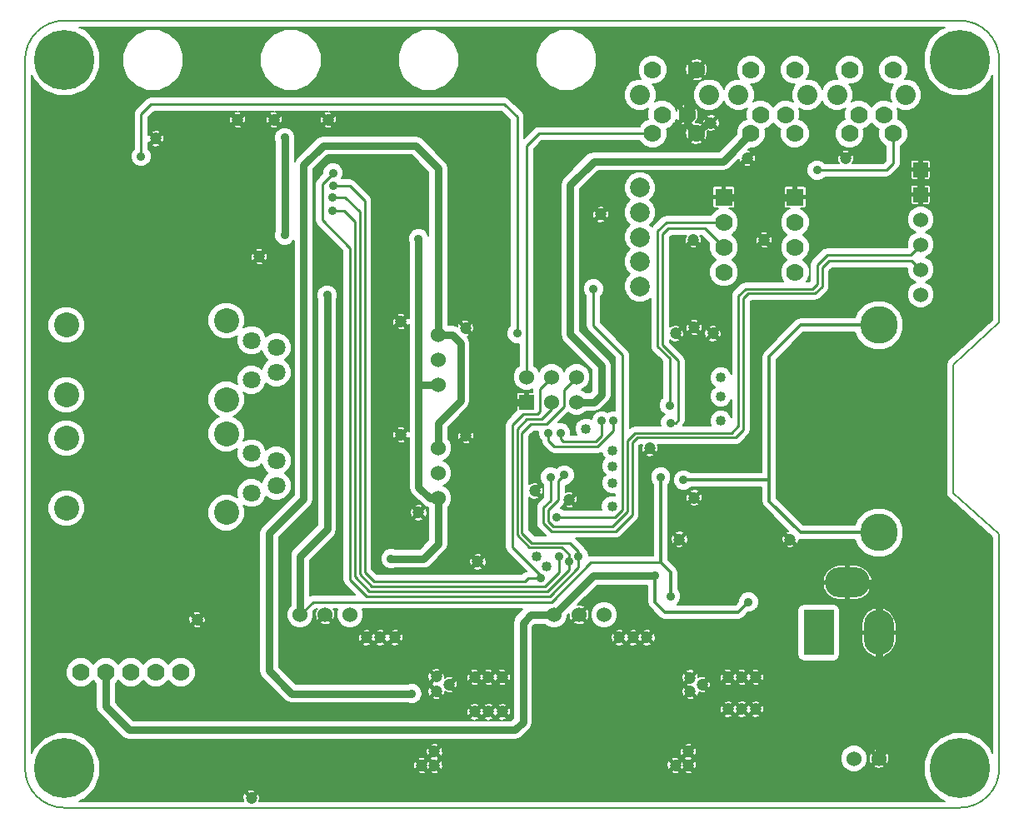
<source format=gbl>
G04 #@! TF.FileFunction,Copper,L2,Bot,Signal*
%FSLAX46Y46*%
G04 Gerber Fmt 4.6, Leading zero omitted, Abs format (unit mm)*
G04 Created by KiCad (PCBNEW 4.0.0-2.201511301921+6191~38~ubuntu15.10.1-stable) date Tue Dec  8 20:56:11 2015*
%MOMM*%
G01*
G04 APERTURE LIST*
%ADD10C,0.025400*%
%ADD11C,0.127000*%
%ADD12C,1.200000*%
%ADD13C,1.016000*%
%ADD14C,3.810000*%
%ADD15R,1.524000X1.524000*%
%ADD16C,1.524000*%
%ADD17C,1.778000*%
%ADD18R,1.778000X1.778000*%
%ADD19C,2.540000*%
%ADD20C,1.800000*%
%ADD21O,3.048000X4.572000*%
%ADD22R,3.048000X4.572000*%
%ADD23O,4.572000X3.048000*%
%ADD24C,6.096000*%
%ADD25C,2.032000*%
%ADD26C,2.000000*%
%ADD27C,0.889000*%
%ADD28C,0.762000*%
%ADD29C,0.254000*%
%ADD30C,0.304800*%
%ADD31C,0.203200*%
G04 APERTURE END LIST*
D10*
D11*
X4000000Y0D02*
X95000000Y0D01*
X99000000Y49300000D02*
X94300000Y45000000D01*
X99000000Y76000000D02*
X99000000Y49300000D01*
X94300000Y38500000D02*
X94300000Y45000000D01*
X94300000Y32000000D02*
X94300000Y38500000D01*
X99000000Y27800000D02*
X94300000Y32000000D01*
X99000000Y4000000D02*
X99000000Y27800000D01*
X0Y76000000D02*
X0Y4000000D01*
X95000000Y80000000D02*
X4000000Y80000000D01*
X99000000Y76000000D02*
G75*
G03X95000000Y80000000I-4000000J0D01*
G01*
X95000000Y0D02*
G75*
G03X99000000Y4000000I0J4000000D01*
G01*
X0Y4000000D02*
G75*
G03X4000000Y0I4000000J0D01*
G01*
X4000000Y80000000D02*
G75*
G03X0Y76000000I0J-4000000D01*
G01*
D12*
X45700000Y9750000D03*
X47100000Y9750000D03*
X45700000Y13250000D03*
X47100000Y13250000D03*
X71450000Y10000000D03*
X72850000Y10000000D03*
X71450000Y13250000D03*
X72850000Y13250000D03*
X63200000Y17300000D03*
X61800000Y17300000D03*
X37600000Y17300000D03*
X67600000Y13200000D03*
X68800000Y12500000D03*
X67400000Y4300000D03*
X67400000Y5700000D03*
X66100000Y4300000D03*
X41800000Y13300000D03*
X41800000Y11800000D03*
X67600000Y11800000D03*
X41600000Y5700000D03*
X43100000Y12500000D03*
X41600000Y4300000D03*
X23000000Y1000000D03*
X74250000Y10000000D03*
X74250000Y13250000D03*
X60400000Y17300000D03*
X48500000Y13250000D03*
X17500000Y19100000D03*
X44750000Y48750000D03*
X63500000Y36500000D03*
X66500000Y27250000D03*
X77750000Y27250000D03*
X68000000Y48800000D03*
X69900000Y48200000D03*
X66100000Y48200000D03*
X46000000Y25000000D03*
X58500000Y60300000D03*
X75100000Y57700000D03*
X67900000Y57700000D03*
X83400000Y66000000D03*
X73400000Y66000000D03*
X69700000Y69600000D03*
X38200000Y49400000D03*
X38200000Y37900000D03*
X68000000Y31500000D03*
X55300000Y31300000D03*
X40000000Y30000000D03*
X51800000Y32200000D03*
X23800000Y56000000D03*
X30800000Y69900000D03*
X21600000Y69900000D03*
X13300000Y68000000D03*
X25300000Y69900000D03*
D13*
X57000000Y38500000D03*
X70700000Y41800000D03*
X70700000Y43700000D03*
X70700000Y39300000D03*
X52000000Y25500000D03*
X59700000Y34700000D03*
X59700000Y36300000D03*
X59650000Y30600000D03*
X59700000Y33000000D03*
X53000000Y24500000D03*
D14*
X86750000Y49041000D03*
X86750000Y27959000D03*
D15*
X50960000Y41230000D03*
D16*
X50960000Y43770000D03*
X53500000Y41230000D03*
X53500000Y43770000D03*
X56040000Y41230000D03*
X56040000Y43770000D03*
D15*
X91000000Y64850000D03*
X91000000Y62310000D03*
D16*
X91000000Y59770000D03*
X91000000Y57230000D03*
X91000000Y54690000D03*
X91000000Y52150000D03*
D17*
X78250000Y54440000D03*
X78250000Y56980000D03*
X78250000Y59520000D03*
D18*
X78250000Y62060000D03*
D17*
X71000000Y54440000D03*
X71000000Y56980000D03*
X71000000Y59520000D03*
D18*
X71000000Y62060000D03*
D16*
X42000000Y42960000D03*
X42000000Y45500000D03*
X42000000Y48040000D03*
X84230000Y5000000D03*
X86770000Y5000000D03*
D19*
X4204000Y41944000D03*
X4204000Y49056000D03*
X20460000Y49513200D03*
X20460000Y41486800D03*
D20*
X23000000Y43500000D03*
X23000000Y47500000D03*
X25540000Y44230000D03*
X25540000Y46770000D03*
D21*
X86750000Y17800000D03*
D22*
X80654000Y17800000D03*
D23*
X83575000Y22880000D03*
D16*
X42000000Y31460000D03*
X42000000Y34000000D03*
X42000000Y36540000D03*
D19*
X4204000Y30444000D03*
X4204000Y37556000D03*
X20460000Y38013200D03*
X20460000Y29986800D03*
D20*
X23000000Y32000000D03*
X23000000Y36000000D03*
X25540000Y32730000D03*
X25540000Y35270000D03*
D24*
X4000000Y76000000D03*
X95000000Y76000000D03*
X4000000Y4000000D03*
X95000000Y4000000D03*
D17*
X8210000Y13750000D03*
X15830000Y13750000D03*
X13290000Y13750000D03*
X5670000Y13750000D03*
X10750000Y13750000D03*
X68222500Y75000000D03*
X63777500Y75000000D03*
D25*
X69492500Y72460000D03*
X62507500Y72460000D03*
D17*
X63777500Y68523000D03*
X68222500Y68523000D03*
X64730000Y70428000D03*
X67270000Y70428000D03*
X88222500Y75000000D03*
X83777500Y75000000D03*
D25*
X89492500Y72460000D03*
X82507500Y72460000D03*
D17*
X83777500Y68523000D03*
X88222500Y68523000D03*
X84730000Y70428000D03*
X87270000Y70428000D03*
X78222500Y75000000D03*
X73777500Y75000000D03*
D25*
X79492500Y72460000D03*
X72507500Y72460000D03*
D17*
X73777500Y68523000D03*
X78222500Y68523000D03*
X74730000Y70428000D03*
X77270000Y70428000D03*
D12*
X44800000Y37800000D03*
D26*
X62500000Y53000000D03*
X62500000Y55500000D03*
X62500000Y58000000D03*
X62500000Y63000000D03*
X62500000Y60500000D03*
D12*
X34700000Y17300000D03*
X48500000Y9750000D03*
D16*
X53760000Y19600000D03*
X56300000Y19600000D03*
X58840000Y19600000D03*
X27960000Y19600000D03*
X30500000Y19600000D03*
X33040000Y19600000D03*
D12*
X40300000Y4300000D03*
X36100000Y17300000D03*
D27*
X30700000Y52100000D03*
X65600000Y21500000D03*
X64600000Y33600000D03*
X39300000Y11600000D03*
X50000000Y48200000D03*
X11800000Y66200000D03*
X54000000Y29500000D03*
X57750000Y52750000D03*
X54250000Y25500000D03*
X31250000Y62000000D03*
X80500000Y64800000D03*
X66900000Y33300000D03*
X73500000Y20900000D03*
X64000000Y23600000D03*
X37200000Y25300000D03*
X40000000Y57800000D03*
X31200000Y60700000D03*
X55250000Y25000000D03*
X31300000Y63200000D03*
X52400000Y23300000D03*
X31300000Y64500000D03*
X56250000Y25500000D03*
X54800000Y33800000D03*
X53400000Y33600000D03*
X65600000Y39100000D03*
X53200000Y38100000D03*
X59800000Y39300000D03*
X54400000Y38100000D03*
X58600000Y39300000D03*
X65500000Y40900000D03*
X26400000Y68100000D03*
X26400000Y58200000D03*
D28*
X27960000Y19600000D02*
X27960000Y25560000D01*
X30700000Y28300000D02*
X30700000Y52100000D01*
X27960000Y25560000D02*
X30700000Y28300000D01*
D29*
X57500000Y24900000D02*
X53500000Y20900000D01*
X64600000Y24900000D02*
X57500000Y24900000D01*
X29260000Y20900000D02*
X27960000Y19600000D01*
X53500000Y20900000D02*
X29260000Y20900000D01*
D30*
X65600000Y21500000D02*
X65600000Y23900000D01*
X65600000Y23900000D02*
X64600000Y24900000D01*
X64600000Y33600000D02*
X64600000Y24900000D01*
D28*
X42000000Y48040000D02*
X42000000Y65000000D01*
X27100000Y11600000D02*
X39300000Y11600000D01*
X24800000Y13900000D02*
X27100000Y11600000D01*
X24800000Y27900000D02*
X24800000Y13900000D01*
X28300000Y31400000D02*
X24800000Y27900000D01*
X28300000Y65300000D02*
X28300000Y31400000D01*
X30300000Y67300000D02*
X28300000Y65300000D01*
X39700000Y67300000D02*
X30300000Y67300000D01*
X42000000Y65000000D02*
X39700000Y67300000D01*
X42000000Y48040000D02*
X43460000Y48040000D01*
X44250000Y47250000D02*
X44250000Y41350000D01*
X43460000Y48040000D02*
X44250000Y47250000D01*
X42000000Y39100000D02*
X42000000Y36540000D01*
X44250000Y41350000D02*
X42000000Y39100000D01*
D29*
X11800000Y66200000D02*
X11800000Y70500000D01*
X48700000Y71500000D02*
X50000000Y70200000D01*
X12800000Y71500000D02*
X48700000Y71500000D01*
X11800000Y70500000D02*
X12800000Y71500000D01*
X50000000Y70200000D02*
X50000000Y48200000D01*
X60700000Y46050000D02*
X60700000Y30300000D01*
X60700000Y30300000D02*
X59900000Y29500000D01*
X54000000Y29500000D02*
X59900000Y29500000D01*
X60700000Y46050000D02*
X57750000Y49000000D01*
X57750000Y49000000D02*
X57750000Y52750000D01*
X35250000Y22500000D02*
X52850000Y22500000D01*
X34000000Y23750000D02*
X35250000Y22500000D01*
X54250000Y25500000D02*
X54250000Y23900000D01*
X54250000Y23900000D02*
X52850000Y22500000D01*
X34000000Y23750000D02*
X34000000Y60550000D01*
X34000000Y60550000D02*
X32550000Y62000000D01*
X32550000Y62000000D02*
X31250000Y62000000D01*
X88222500Y65472500D02*
X88222500Y68523000D01*
X87550000Y64800000D02*
X88222500Y65472500D01*
X80500000Y64800000D02*
X87550000Y64800000D01*
D30*
X86750000Y49041000D02*
X78791000Y49041000D01*
X75600000Y45850000D02*
X75600000Y33300000D01*
X78791000Y49041000D02*
X75600000Y45850000D01*
X86750000Y27959000D02*
X78791000Y27959000D01*
X78791000Y27959000D02*
X75600000Y31150000D01*
X75600000Y31150000D02*
X75600000Y33300000D01*
X75600000Y33300000D02*
X66900000Y33300000D01*
D28*
X50960000Y41230000D02*
X46730000Y41230000D01*
X44800000Y39300000D02*
X44800000Y37800000D01*
X46730000Y41230000D02*
X44800000Y39300000D01*
X69700000Y69600000D02*
X69299500Y69600000D01*
X69299500Y69600000D02*
X68222500Y68523000D01*
X67270000Y70428000D02*
X67270000Y69475500D01*
X67270000Y69475500D02*
X68222500Y68523000D01*
X67270000Y70428000D02*
X67270000Y74047500D01*
X67270000Y74047500D02*
X68222500Y75000000D01*
X71000000Y62060000D02*
X78250000Y62060000D01*
X91000000Y62310000D02*
X91000000Y64850000D01*
X86750000Y17800000D02*
X86750000Y21750000D01*
X86750000Y21750000D02*
X85620000Y22880000D01*
X85620000Y22880000D02*
X83575000Y22880000D01*
X86770000Y5000000D02*
X86770000Y17780000D01*
X86770000Y17780000D02*
X86750000Y17800000D01*
X40000000Y34700000D02*
X40000000Y32600000D01*
X40000000Y32600000D02*
X41140000Y31460000D01*
X42000000Y31460000D02*
X42000000Y26800000D01*
X40500000Y25300000D02*
X37200000Y25300000D01*
X42000000Y26800000D02*
X40500000Y25300000D01*
X53760000Y19600000D02*
X51400000Y19600000D01*
X8210000Y10290000D02*
X8210000Y13750000D01*
X10600000Y7900000D02*
X8210000Y10290000D01*
X49800000Y7900000D02*
X10600000Y7900000D01*
X50600000Y8700000D02*
X49800000Y7900000D01*
X50600000Y18800000D02*
X50600000Y8700000D01*
X51400000Y19600000D02*
X50600000Y18800000D01*
X64000000Y23600000D02*
X57760000Y23600000D01*
X57760000Y23600000D02*
X53760000Y19600000D01*
D30*
X64000000Y23600000D02*
X64000000Y20900000D01*
X72500000Y19900000D02*
X73500000Y20900000D01*
X65000000Y19900000D02*
X72500000Y19900000D01*
X64000000Y20900000D02*
X65000000Y19900000D01*
D28*
X56040000Y41230000D02*
X57830000Y41230000D01*
X70954500Y65700000D02*
X73777500Y68523000D01*
X57800000Y65700000D02*
X70954500Y65700000D01*
X55400000Y63300000D02*
X57800000Y65700000D01*
X55400000Y48100000D02*
X55400000Y63300000D01*
X58600000Y44900000D02*
X55400000Y48100000D01*
X58600000Y42000000D02*
X58600000Y44900000D01*
X57830000Y41230000D02*
X58600000Y42000000D01*
X42000000Y42960000D02*
X40000000Y42960000D01*
X40000000Y34700000D02*
X40000000Y42960000D01*
X40000000Y42960000D02*
X40000000Y57800000D01*
X41140000Y31460000D02*
X42000000Y31460000D01*
D29*
X50960000Y43770000D02*
X50960000Y67260000D01*
X50960000Y67260000D02*
X52223000Y68523000D01*
X52223000Y68523000D02*
X63777500Y68523000D01*
X54500000Y26500000D02*
X51250000Y26500000D01*
X50000000Y27750000D02*
X50000000Y38500000D01*
X51250000Y26500000D02*
X50000000Y27750000D01*
X53100000Y22000000D02*
X35000000Y22000000D01*
X35000000Y22000000D02*
X33500000Y23500000D01*
X32400000Y60700000D02*
X31200000Y60700000D01*
X33500000Y59600000D02*
X32400000Y60700000D01*
X33500000Y23500000D02*
X33500000Y59600000D01*
X52500000Y39500000D02*
X51000000Y39500000D01*
X53500000Y40500000D02*
X52500000Y39500000D01*
X53500000Y41230000D02*
X53500000Y40500000D01*
X51000000Y39500000D02*
X50000000Y38500000D01*
X54500000Y26500000D02*
X55250000Y25750000D01*
X55250000Y25750000D02*
X55250000Y25000000D01*
X55250000Y25000000D02*
X55250000Y24150000D01*
X55250000Y24150000D02*
X53100000Y22000000D01*
X52400000Y23300000D02*
X51100000Y23300000D01*
X35450000Y23000000D02*
X35150000Y23300000D01*
X50800000Y23000000D02*
X35450000Y23000000D01*
X51100000Y23300000D02*
X50800000Y23000000D01*
X52400000Y23300000D02*
X52400000Y23600000D01*
X49500000Y26500000D02*
X49500000Y38900000D01*
X52400000Y23600000D02*
X49500000Y26500000D01*
X52300000Y42570000D02*
X53500000Y43770000D01*
X52300000Y40300000D02*
X52300000Y42570000D01*
X52050000Y40050000D02*
X52300000Y40300000D01*
X50650000Y40050000D02*
X52050000Y40050000D01*
X49500000Y38900000D02*
X50650000Y40050000D01*
X35150000Y23300000D02*
X34500000Y23950000D01*
X34500000Y61700000D02*
X33000000Y63200000D01*
X34500000Y23950000D02*
X34500000Y61700000D01*
X33000000Y63200000D02*
X31300000Y63200000D01*
X55350000Y26900000D02*
X51500000Y26900000D01*
X50500000Y38100000D02*
X51400000Y39000000D01*
X50500000Y27900000D02*
X50500000Y38100000D01*
X51500000Y26900000D02*
X50500000Y27900000D01*
X53300000Y21500000D02*
X34700000Y21500000D01*
X34700000Y21500000D02*
X33000000Y23200000D01*
X30200000Y63400000D02*
X31300000Y64500000D01*
X33000000Y56900000D02*
X30200000Y59700000D01*
X33000000Y23200000D02*
X33000000Y56900000D01*
X30200000Y59700000D02*
X30200000Y63400000D01*
X56250000Y24450000D02*
X53300000Y21500000D01*
X56250000Y25500000D02*
X56250000Y24450000D01*
X56250000Y26000000D02*
X56250000Y25500000D01*
X55350000Y26900000D02*
X56250000Y26000000D01*
X54750000Y42480000D02*
X54750000Y40750000D01*
X53000000Y39000000D02*
X51400000Y39000000D01*
X54750000Y40750000D02*
X53000000Y39000000D01*
X54750000Y42480000D02*
X56040000Y43770000D01*
X80500000Y54700000D02*
X80500000Y55200000D01*
X89970000Y56200000D02*
X91000000Y57230000D01*
X81500000Y56200000D02*
X89970000Y56200000D01*
X80500000Y55200000D02*
X81500000Y56200000D01*
X61200000Y30100000D02*
X61200000Y37300000D01*
X71800000Y38100000D02*
X72500000Y38800000D01*
X62000000Y38100000D02*
X71800000Y38100000D01*
X61200000Y37300000D02*
X62000000Y38100000D01*
X72500000Y38800000D02*
X72500000Y52000000D01*
X80500000Y53250000D02*
X80500000Y54700000D01*
X80000000Y52750000D02*
X80500000Y53250000D01*
X73250000Y52750000D02*
X80000000Y52750000D01*
X72500000Y52000000D02*
X73250000Y52750000D01*
X53700000Y28600000D02*
X59700000Y28600000D01*
X59700000Y28600000D02*
X61200000Y30100000D01*
X54200000Y31300000D02*
X54200000Y33200000D01*
X54200000Y33200000D02*
X54800000Y33800000D01*
X53200000Y29100000D02*
X53700000Y28600000D01*
X53200000Y30300000D02*
X53200000Y29100000D01*
X54200000Y31300000D02*
X53200000Y30300000D01*
X81000000Y53500000D02*
X81000000Y54900000D01*
X90090000Y55600000D02*
X91000000Y54690000D01*
X81700000Y55600000D02*
X90090000Y55600000D01*
X81000000Y54900000D02*
X81700000Y55600000D01*
X61700000Y29800000D02*
X61700000Y37100000D01*
X72200000Y37600000D02*
X73000000Y38400000D01*
X62200000Y37600000D02*
X72200000Y37600000D01*
X61700000Y37100000D02*
X62200000Y37600000D01*
X73000000Y38400000D02*
X73000000Y51750000D01*
X81000000Y53000000D02*
X81000000Y53500000D01*
X80250000Y52250000D02*
X81000000Y53000000D01*
X73500000Y52250000D02*
X80250000Y52250000D01*
X73000000Y51750000D02*
X73500000Y52250000D01*
X53500000Y28100000D02*
X60000000Y28100000D01*
X60000000Y28100000D02*
X61700000Y29800000D01*
X52700000Y28900000D02*
X53500000Y28100000D01*
X52700000Y30500000D02*
X52700000Y28900000D01*
X53400000Y31200000D02*
X52700000Y30500000D01*
X53400000Y33600000D02*
X53400000Y31200000D01*
X64800000Y47000000D02*
X64800000Y58300000D01*
X69080000Y58900000D02*
X71000000Y56980000D01*
X65400000Y58900000D02*
X69080000Y58900000D01*
X64800000Y58300000D02*
X65400000Y58900000D01*
X59800000Y39300000D02*
X59800000Y38300000D01*
X59800000Y38300000D02*
X58200000Y36700000D01*
X66400000Y39400000D02*
X66400000Y45400000D01*
X65600000Y39100000D02*
X66100000Y39100000D01*
X66100000Y39100000D02*
X66400000Y39400000D01*
X66400000Y45400000D02*
X64800000Y47000000D01*
X53200000Y38100000D02*
X53200000Y37300000D01*
X53200000Y37300000D02*
X53800000Y36700000D01*
X53800000Y36700000D02*
X58200000Y36700000D01*
X58600000Y39300000D02*
X58600000Y37800000D01*
X58600000Y37800000D02*
X58000000Y37200000D01*
X65220000Y59520000D02*
X71000000Y59520000D01*
X64300000Y58600000D02*
X65220000Y59520000D01*
X64300000Y46900000D02*
X64300000Y58600000D01*
X65500000Y45700000D02*
X64300000Y46900000D01*
X54400000Y38100000D02*
X54400000Y37500000D01*
X54700000Y37200000D02*
X58000000Y37200000D01*
X54400000Y37500000D02*
X54700000Y37200000D01*
X65500000Y40900000D02*
X65500000Y45700000D01*
D28*
X26400000Y58200000D02*
X26400000Y68100000D01*
D31*
G36*
X92930843Y79102571D02*
X91901045Y78074569D01*
X91343036Y76730734D01*
X91341766Y75275650D01*
X91897429Y73930843D01*
X92925431Y72901045D01*
X94269266Y72343036D01*
X95724350Y72341766D01*
X97069157Y72897429D01*
X98098955Y73925431D01*
X98326900Y74474384D01*
X98326900Y49596486D01*
X93845648Y45496617D01*
X93836665Y45484386D01*
X93824046Y45475954D01*
X93759236Y45378959D01*
X93690187Y45284941D01*
X93686568Y45270202D01*
X93678137Y45257584D01*
X93655382Y45143185D01*
X93627563Y45029886D01*
X93629860Y45014882D01*
X93626900Y45000000D01*
X93626900Y32000000D01*
X93630637Y31981214D01*
X93627959Y31962245D01*
X93656135Y31853024D01*
X93678137Y31742416D01*
X93688779Y31726490D01*
X93693564Y31707940D01*
X93761383Y31617829D01*
X93824046Y31524046D01*
X93839976Y31513402D01*
X93851493Y31498099D01*
X98326900Y27498799D01*
X98326900Y5526239D01*
X98102571Y6069157D01*
X97074569Y7098955D01*
X95730734Y7656964D01*
X94275650Y7658234D01*
X92930843Y7102571D01*
X91901045Y6074569D01*
X91343036Y4730734D01*
X91341766Y3275650D01*
X91897429Y1930843D01*
X92925431Y901045D01*
X93474384Y673100D01*
X23797201Y673100D01*
X23869181Y948058D01*
X23822896Y1284633D01*
X23783141Y1380609D01*
X23668297Y1452770D01*
X23215526Y1000000D01*
X23229669Y985858D01*
X23014143Y770331D01*
X23000000Y784474D01*
X22985858Y770331D01*
X22770331Y985858D01*
X22784474Y1000000D01*
X22331703Y1452770D01*
X22216859Y1380609D01*
X22130819Y1051942D01*
X22177104Y715367D01*
X22194612Y673100D01*
X5526239Y673100D01*
X6069157Y897429D01*
X6841371Y1668297D01*
X22547230Y1668297D01*
X23000000Y1215526D01*
X23452770Y1668297D01*
X23380609Y1783141D01*
X23051942Y1869181D01*
X22715367Y1822896D01*
X22619391Y1783141D01*
X22547230Y1668297D01*
X6841371Y1668297D01*
X7098955Y1925431D01*
X7656964Y3269266D01*
X7657280Y3631703D01*
X39847230Y3631703D01*
X39919391Y3516859D01*
X40248058Y3430819D01*
X40584633Y3477104D01*
X40680609Y3516859D01*
X40752770Y3631703D01*
X41147230Y3631703D01*
X41219391Y3516859D01*
X41548058Y3430819D01*
X41884633Y3477104D01*
X41980609Y3516859D01*
X42052770Y3631703D01*
X65647230Y3631703D01*
X65719391Y3516859D01*
X66048058Y3430819D01*
X66384633Y3477104D01*
X66480609Y3516859D01*
X66552770Y3631703D01*
X66947230Y3631703D01*
X67019391Y3516859D01*
X67348058Y3430819D01*
X67684633Y3477104D01*
X67780609Y3516859D01*
X67852770Y3631703D01*
X67400000Y4084474D01*
X66947230Y3631703D01*
X66552770Y3631703D01*
X66100000Y4084474D01*
X65647230Y3631703D01*
X42052770Y3631703D01*
X41600000Y4084474D01*
X41147230Y3631703D01*
X40752770Y3631703D01*
X40300000Y4084474D01*
X39847230Y3631703D01*
X7657280Y3631703D01*
X7657908Y4351942D01*
X39430819Y4351942D01*
X39477104Y4015367D01*
X39516859Y3919391D01*
X39631703Y3847230D01*
X40084474Y4300000D01*
X40515526Y4300000D01*
X40773428Y4042099D01*
X40777104Y4015367D01*
X40816859Y3919391D01*
X40931703Y3847230D01*
X40950000Y3865527D01*
X40968297Y3847230D01*
X41083141Y3919391D01*
X41111254Y4026781D01*
X41384474Y4300000D01*
X41815526Y4300000D01*
X42268297Y3847230D01*
X42383141Y3919391D01*
X42469181Y4248058D01*
X42454896Y4351942D01*
X65230819Y4351942D01*
X65277104Y4015367D01*
X65316859Y3919391D01*
X65431703Y3847230D01*
X65884474Y4300000D01*
X66315526Y4300000D01*
X66573428Y4042099D01*
X66577104Y4015367D01*
X66616859Y3919391D01*
X66731703Y3847230D01*
X66750000Y3865527D01*
X66768297Y3847230D01*
X66883141Y3919391D01*
X66911254Y4026781D01*
X67184474Y4300000D01*
X67615526Y4300000D01*
X68068297Y3847230D01*
X68183141Y3919391D01*
X68269181Y4248058D01*
X68222896Y4584633D01*
X68183141Y4680609D01*
X68107132Y4728369D01*
X82858163Y4728369D01*
X83066536Y4224066D01*
X83452037Y3837892D01*
X83955975Y3628639D01*
X84501631Y3628163D01*
X85005934Y3836536D01*
X85383195Y4213140D01*
X86198666Y4213140D01*
X86291031Y4081476D01*
X86678994Y3968101D01*
X87080812Y4011823D01*
X87248969Y4081476D01*
X87341334Y4213140D01*
X86770000Y4784474D01*
X86198666Y4213140D01*
X85383195Y4213140D01*
X85392108Y4222037D01*
X85601361Y4725975D01*
X85601679Y5091006D01*
X85738101Y5091006D01*
X85781823Y4689188D01*
X85851476Y4521031D01*
X85983140Y4428666D01*
X86554474Y5000000D01*
X86985526Y5000000D01*
X87556860Y4428666D01*
X87688524Y4521031D01*
X87801899Y4908994D01*
X87758177Y5310812D01*
X87688524Y5478969D01*
X87556860Y5571334D01*
X86985526Y5000000D01*
X86554474Y5000000D01*
X85983140Y5571334D01*
X85851476Y5478969D01*
X85738101Y5091006D01*
X85601679Y5091006D01*
X85601837Y5271631D01*
X85393464Y5775934D01*
X85382558Y5786860D01*
X86198666Y5786860D01*
X86770000Y5215526D01*
X87341334Y5786860D01*
X87248969Y5918524D01*
X86861006Y6031899D01*
X86459188Y5988177D01*
X86291031Y5918524D01*
X86198666Y5786860D01*
X85382558Y5786860D01*
X85007963Y6162108D01*
X84504025Y6371361D01*
X83958369Y6371837D01*
X83454066Y6163464D01*
X83067892Y5777963D01*
X82858639Y5274025D01*
X82858163Y4728369D01*
X68107132Y4728369D01*
X68068297Y4752770D01*
X67615526Y4300000D01*
X67184474Y4300000D01*
X66926572Y4557901D01*
X66922896Y4584633D01*
X66883141Y4680609D01*
X66768297Y4752770D01*
X66750000Y4734473D01*
X66731703Y4752770D01*
X66616859Y4680609D01*
X66588746Y4573219D01*
X66315526Y4300000D01*
X65884474Y4300000D01*
X65431703Y4752770D01*
X65316859Y4680609D01*
X65230819Y4351942D01*
X42454896Y4351942D01*
X42422896Y4584633D01*
X42383141Y4680609D01*
X42268297Y4752770D01*
X41815526Y4300000D01*
X41384474Y4300000D01*
X41126572Y4557901D01*
X41122896Y4584633D01*
X41083141Y4680609D01*
X40968297Y4752770D01*
X40950000Y4734473D01*
X40931703Y4752770D01*
X40816859Y4680609D01*
X40788746Y4573219D01*
X40515526Y4300000D01*
X40084474Y4300000D01*
X39631703Y4752770D01*
X39516859Y4680609D01*
X39430819Y4351942D01*
X7657908Y4351942D01*
X7658234Y4724350D01*
X7557438Y4968297D01*
X39847230Y4968297D01*
X40300000Y4515526D01*
X40752770Y4968297D01*
X40712930Y5031703D01*
X41147230Y5031703D01*
X41167150Y5000000D01*
X41147230Y4968297D01*
X41600000Y4515526D01*
X42052770Y4968297D01*
X65647230Y4968297D01*
X66100000Y4515526D01*
X66552770Y4968297D01*
X66512930Y5031703D01*
X66947230Y5031703D01*
X66967150Y5000000D01*
X66947230Y4968297D01*
X67400000Y4515526D01*
X67852770Y4968297D01*
X67832850Y5000000D01*
X67852770Y5031703D01*
X67400000Y5484474D01*
X66947230Y5031703D01*
X66512930Y5031703D01*
X66480609Y5083141D01*
X66151942Y5169181D01*
X65815367Y5122896D01*
X65719391Y5083141D01*
X65647230Y4968297D01*
X42052770Y4968297D01*
X42032850Y5000000D01*
X42052770Y5031703D01*
X41600000Y5484474D01*
X41147230Y5031703D01*
X40712930Y5031703D01*
X40680609Y5083141D01*
X40351942Y5169181D01*
X40015367Y5122896D01*
X39919391Y5083141D01*
X39847230Y4968297D01*
X7557438Y4968297D01*
X7233642Y5751942D01*
X40730819Y5751942D01*
X40777104Y5415367D01*
X40816859Y5319391D01*
X40931703Y5247230D01*
X41384474Y5700000D01*
X41815526Y5700000D01*
X42268297Y5247230D01*
X42383141Y5319391D01*
X42469181Y5648058D01*
X42454896Y5751942D01*
X66530819Y5751942D01*
X66577104Y5415367D01*
X66616859Y5319391D01*
X66731703Y5247230D01*
X67184474Y5700000D01*
X67615526Y5700000D01*
X68068297Y5247230D01*
X68183141Y5319391D01*
X68269181Y5648058D01*
X68222896Y5984633D01*
X68183141Y6080609D01*
X68068297Y6152770D01*
X67615526Y5700000D01*
X67184474Y5700000D01*
X66731703Y6152770D01*
X66616859Y6080609D01*
X66530819Y5751942D01*
X42454896Y5751942D01*
X42422896Y5984633D01*
X42383141Y6080609D01*
X42268297Y6152770D01*
X41815526Y5700000D01*
X41384474Y5700000D01*
X40931703Y6152770D01*
X40816859Y6080609D01*
X40730819Y5751942D01*
X7233642Y5751942D01*
X7102571Y6069157D01*
X6803953Y6368297D01*
X41147230Y6368297D01*
X41600000Y5915526D01*
X42052770Y6368297D01*
X66947230Y6368297D01*
X67400000Y5915526D01*
X67852770Y6368297D01*
X67780609Y6483141D01*
X67451942Y6569181D01*
X67115367Y6522896D01*
X67019391Y6483141D01*
X66947230Y6368297D01*
X42052770Y6368297D01*
X41980609Y6483141D01*
X41651942Y6569181D01*
X41315367Y6522896D01*
X41219391Y6483141D01*
X41147230Y6368297D01*
X6803953Y6368297D01*
X6074569Y7098955D01*
X4730734Y7656964D01*
X3275650Y7658234D01*
X1930843Y7102571D01*
X901045Y6074569D01*
X673100Y5525616D01*
X673100Y13453218D01*
X4171141Y13453218D01*
X4398808Y12902220D01*
X4820003Y12480290D01*
X5370602Y12251661D01*
X5966782Y12251141D01*
X6517780Y12478808D01*
X6939710Y12900003D01*
X6940095Y12900931D01*
X7219400Y12621138D01*
X7219400Y10290000D01*
X7294805Y9910914D01*
X7509540Y9589540D01*
X9899540Y7199540D01*
X10220913Y6984805D01*
X10600000Y6909400D01*
X49800000Y6909400D01*
X50179086Y6984805D01*
X50500460Y7199540D01*
X51300460Y7999540D01*
X51515195Y8320914D01*
X51590600Y8700000D01*
X51590600Y9331703D01*
X70997230Y9331703D01*
X71069391Y9216859D01*
X71398058Y9130819D01*
X71734633Y9177104D01*
X71830609Y9216859D01*
X71902770Y9331703D01*
X72397230Y9331703D01*
X72469391Y9216859D01*
X72798058Y9130819D01*
X73134633Y9177104D01*
X73230609Y9216859D01*
X73302770Y9331703D01*
X73797230Y9331703D01*
X73869391Y9216859D01*
X74198058Y9130819D01*
X74534633Y9177104D01*
X74630609Y9216859D01*
X74702770Y9331703D01*
X74250000Y9784474D01*
X73797230Y9331703D01*
X73302770Y9331703D01*
X72850000Y9784474D01*
X72397230Y9331703D01*
X71902770Y9331703D01*
X71450000Y9784474D01*
X70997230Y9331703D01*
X51590600Y9331703D01*
X51590600Y10051942D01*
X70580819Y10051942D01*
X70627104Y9715367D01*
X70666859Y9619391D01*
X70781703Y9547230D01*
X71234474Y10000000D01*
X71665526Y10000000D01*
X72118297Y9547230D01*
X72150000Y9567150D01*
X72181703Y9547230D01*
X72634474Y10000000D01*
X73065526Y10000000D01*
X73518297Y9547230D01*
X73550000Y9567150D01*
X73581703Y9547230D01*
X74034474Y10000000D01*
X74465526Y10000000D01*
X74918297Y9547230D01*
X75033141Y9619391D01*
X75119181Y9948058D01*
X75072896Y10284633D01*
X75033141Y10380609D01*
X74918297Y10452770D01*
X74465526Y10000000D01*
X74034474Y10000000D01*
X73581703Y10452770D01*
X73550000Y10432850D01*
X73518297Y10452770D01*
X73065526Y10000000D01*
X72634474Y10000000D01*
X72181703Y10452770D01*
X72150000Y10432850D01*
X72118297Y10452770D01*
X71665526Y10000000D01*
X71234474Y10000000D01*
X70781703Y10452770D01*
X70666859Y10380609D01*
X70580819Y10051942D01*
X51590600Y10051942D01*
X51590600Y10668297D01*
X70997230Y10668297D01*
X71450000Y10215526D01*
X71902770Y10668297D01*
X72397230Y10668297D01*
X72850000Y10215526D01*
X73302770Y10668297D01*
X73797230Y10668297D01*
X74250000Y10215526D01*
X74702770Y10668297D01*
X74630609Y10783141D01*
X74301942Y10869181D01*
X73965367Y10822896D01*
X73869391Y10783141D01*
X73797230Y10668297D01*
X73302770Y10668297D01*
X73230609Y10783141D01*
X72901942Y10869181D01*
X72565367Y10822896D01*
X72469391Y10783141D01*
X72397230Y10668297D01*
X71902770Y10668297D01*
X71830609Y10783141D01*
X71501942Y10869181D01*
X71165367Y10822896D01*
X71069391Y10783141D01*
X70997230Y10668297D01*
X51590600Y10668297D01*
X51590600Y11131703D01*
X67147230Y11131703D01*
X67219391Y11016859D01*
X67548058Y10930819D01*
X67884633Y10977104D01*
X67980609Y11016859D01*
X68052770Y11131703D01*
X67600000Y11584474D01*
X67147230Y11131703D01*
X51590600Y11131703D01*
X51590600Y11851942D01*
X66730819Y11851942D01*
X66777104Y11515367D01*
X66816859Y11419391D01*
X66931703Y11347230D01*
X67384474Y11800000D01*
X66931703Y12252770D01*
X66816859Y12180609D01*
X66730819Y11851942D01*
X51590600Y11851942D01*
X51590600Y12531703D01*
X67147230Y12531703D01*
X67167150Y12500000D01*
X67147230Y12468297D01*
X67600000Y12015526D01*
X67614142Y12029669D01*
X67829669Y11814142D01*
X67815526Y11800000D01*
X68268297Y11347230D01*
X68383141Y11419391D01*
X68458344Y11706662D01*
X68748058Y11630819D01*
X69084633Y11677104D01*
X69180609Y11716859D01*
X69252770Y11831703D01*
X68800000Y12284474D01*
X68785858Y12270331D01*
X68570332Y12485857D01*
X68584474Y12500000D01*
X69015526Y12500000D01*
X69468297Y12047230D01*
X69583141Y12119391D01*
X69669181Y12448058D01*
X69650803Y12581703D01*
X70997230Y12581703D01*
X71069391Y12466859D01*
X71398058Y12380819D01*
X71734633Y12427104D01*
X71830609Y12466859D01*
X71902770Y12581703D01*
X72397230Y12581703D01*
X72469391Y12466859D01*
X72798058Y12380819D01*
X73134633Y12427104D01*
X73230609Y12466859D01*
X73302770Y12581703D01*
X73797230Y12581703D01*
X73869391Y12466859D01*
X74198058Y12380819D01*
X74534633Y12427104D01*
X74630609Y12466859D01*
X74702770Y12581703D01*
X74250000Y13034474D01*
X73797230Y12581703D01*
X73302770Y12581703D01*
X72850000Y13034474D01*
X72397230Y12581703D01*
X71902770Y12581703D01*
X71450000Y13034474D01*
X70997230Y12581703D01*
X69650803Y12581703D01*
X69622896Y12784633D01*
X69583141Y12880609D01*
X69468297Y12952770D01*
X69015526Y12500000D01*
X68584474Y12500000D01*
X68570332Y12514142D01*
X68785858Y12729669D01*
X68800000Y12715526D01*
X69252770Y13168297D01*
X69180609Y13283141D01*
X69108791Y13301942D01*
X70580819Y13301942D01*
X70627104Y12965367D01*
X70666859Y12869391D01*
X70781703Y12797230D01*
X71234474Y13250000D01*
X71665526Y13250000D01*
X72118297Y12797230D01*
X72150000Y12817150D01*
X72181703Y12797230D01*
X72634474Y13250000D01*
X73065526Y13250000D01*
X73518297Y12797230D01*
X73550000Y12817150D01*
X73581703Y12797230D01*
X74034474Y13250000D01*
X74465526Y13250000D01*
X74918297Y12797230D01*
X75033141Y12869391D01*
X75119181Y13198058D01*
X75072896Y13534633D01*
X75033141Y13630609D01*
X74918297Y13702770D01*
X74465526Y13250000D01*
X74034474Y13250000D01*
X73581703Y13702770D01*
X73550000Y13682850D01*
X73518297Y13702770D01*
X73065526Y13250000D01*
X72634474Y13250000D01*
X72181703Y13702770D01*
X72150000Y13682850D01*
X72118297Y13702770D01*
X71665526Y13250000D01*
X71234474Y13250000D01*
X70781703Y13702770D01*
X70666859Y13630609D01*
X70580819Y13301942D01*
X69108791Y13301942D01*
X68851942Y13369181D01*
X68515367Y13322896D01*
X68448923Y13295373D01*
X68422896Y13484633D01*
X68383141Y13580609D01*
X68268297Y13652770D01*
X67815526Y13200000D01*
X67829669Y13185857D01*
X67614142Y12970331D01*
X67600000Y12984474D01*
X67147230Y12531703D01*
X51590600Y12531703D01*
X51590600Y13251942D01*
X66730819Y13251942D01*
X66777104Y12915367D01*
X66816859Y12819391D01*
X66931703Y12747230D01*
X67384474Y13200000D01*
X66931703Y13652770D01*
X66816859Y13580609D01*
X66730819Y13251942D01*
X51590600Y13251942D01*
X51590600Y13868297D01*
X67147230Y13868297D01*
X67600000Y13415526D01*
X68052770Y13868297D01*
X68021354Y13918297D01*
X70997230Y13918297D01*
X71450000Y13465526D01*
X71902770Y13918297D01*
X72397230Y13918297D01*
X72850000Y13465526D01*
X73302770Y13918297D01*
X73797230Y13918297D01*
X74250000Y13465526D01*
X74702770Y13918297D01*
X74630609Y14033141D01*
X74301942Y14119181D01*
X73965367Y14072896D01*
X73869391Y14033141D01*
X73797230Y13918297D01*
X73302770Y13918297D01*
X73230609Y14033141D01*
X72901942Y14119181D01*
X72565367Y14072896D01*
X72469391Y14033141D01*
X72397230Y13918297D01*
X71902770Y13918297D01*
X71830609Y14033141D01*
X71501942Y14119181D01*
X71165367Y14072896D01*
X71069391Y14033141D01*
X70997230Y13918297D01*
X68021354Y13918297D01*
X67980609Y13983141D01*
X67651942Y14069181D01*
X67315367Y14022896D01*
X67219391Y13983141D01*
X67147230Y13868297D01*
X51590600Y13868297D01*
X51590600Y16631703D01*
X59947230Y16631703D01*
X60019391Y16516859D01*
X60348058Y16430819D01*
X60684633Y16477104D01*
X60780609Y16516859D01*
X60852770Y16631703D01*
X61347230Y16631703D01*
X61419391Y16516859D01*
X61748058Y16430819D01*
X62084633Y16477104D01*
X62180609Y16516859D01*
X62252770Y16631703D01*
X62747230Y16631703D01*
X62819391Y16516859D01*
X63148058Y16430819D01*
X63484633Y16477104D01*
X63580609Y16516859D01*
X63652770Y16631703D01*
X63200000Y17084474D01*
X62747230Y16631703D01*
X62252770Y16631703D01*
X61800000Y17084474D01*
X61347230Y16631703D01*
X60852770Y16631703D01*
X60400000Y17084474D01*
X59947230Y16631703D01*
X51590600Y16631703D01*
X51590600Y17351942D01*
X59530819Y17351942D01*
X59577104Y17015367D01*
X59616859Y16919391D01*
X59731703Y16847230D01*
X60184474Y17300000D01*
X60615526Y17300000D01*
X61068297Y16847230D01*
X61100000Y16867150D01*
X61131703Y16847230D01*
X61584474Y17300000D01*
X62015526Y17300000D01*
X62468297Y16847230D01*
X62500000Y16867150D01*
X62531703Y16847230D01*
X62984474Y17300000D01*
X63415526Y17300000D01*
X63868297Y16847230D01*
X63983141Y16919391D01*
X64069181Y17248058D01*
X64022896Y17584633D01*
X63983141Y17680609D01*
X63868297Y17752770D01*
X63415526Y17300000D01*
X62984474Y17300000D01*
X62531703Y17752770D01*
X62500000Y17732850D01*
X62468297Y17752770D01*
X62015526Y17300000D01*
X61584474Y17300000D01*
X61131703Y17752770D01*
X61100000Y17732850D01*
X61068297Y17752770D01*
X60615526Y17300000D01*
X60184474Y17300000D01*
X59731703Y17752770D01*
X59616859Y17680609D01*
X59530819Y17351942D01*
X51590600Y17351942D01*
X51590600Y17968297D01*
X59947230Y17968297D01*
X60400000Y17515526D01*
X60852770Y17968297D01*
X61347230Y17968297D01*
X61800000Y17515526D01*
X62252770Y17968297D01*
X62747230Y17968297D01*
X63200000Y17515526D01*
X63652770Y17968297D01*
X63580609Y18083141D01*
X63251942Y18169181D01*
X62915367Y18122896D01*
X62819391Y18083141D01*
X62747230Y17968297D01*
X62252770Y17968297D01*
X62180609Y18083141D01*
X61851942Y18169181D01*
X61515367Y18122896D01*
X61419391Y18083141D01*
X61347230Y17968297D01*
X60852770Y17968297D01*
X60780609Y18083141D01*
X60451942Y18169181D01*
X60115367Y18122896D01*
X60019391Y18083141D01*
X59947230Y17968297D01*
X51590600Y17968297D01*
X51590600Y18389680D01*
X51810320Y18609400D01*
X52810828Y18609400D01*
X52982037Y18437892D01*
X53485975Y18228639D01*
X54031631Y18228163D01*
X54535934Y18436536D01*
X54913195Y18813140D01*
X55728666Y18813140D01*
X55821031Y18681476D01*
X56208994Y18568101D01*
X56610812Y18611823D01*
X56778969Y18681476D01*
X56871334Y18813140D01*
X56300000Y19384474D01*
X55728666Y18813140D01*
X54913195Y18813140D01*
X54922108Y18822037D01*
X55131361Y19325975D01*
X55131574Y19570654D01*
X55274780Y19713860D01*
X55268101Y19691006D01*
X55311823Y19289188D01*
X55381476Y19121031D01*
X55513140Y19028666D01*
X56084474Y19600000D01*
X56515526Y19600000D01*
X57086860Y19028666D01*
X57218524Y19121031D01*
X57279114Y19328369D01*
X57468163Y19328369D01*
X57676536Y18824066D01*
X58062037Y18437892D01*
X58565975Y18228639D01*
X59111631Y18228163D01*
X59615934Y18436536D01*
X60002108Y18822037D01*
X60211361Y19325975D01*
X60211837Y19871631D01*
X60003464Y20375934D01*
X59617963Y20762108D01*
X59114025Y20971361D01*
X58568369Y20971837D01*
X58064066Y20763464D01*
X57677892Y20377963D01*
X57468639Y19874025D01*
X57468163Y19328369D01*
X57279114Y19328369D01*
X57331899Y19508994D01*
X57288177Y19910812D01*
X57218524Y20078969D01*
X57086860Y20171334D01*
X56515526Y19600000D01*
X56084474Y19600000D01*
X56070332Y19614142D01*
X56285858Y19829668D01*
X56300000Y19815526D01*
X56871334Y20386860D01*
X56778969Y20518524D01*
X56391006Y20631899D01*
X56168621Y20607701D01*
X58170320Y22609400D01*
X63238000Y22609400D01*
X63238000Y20900000D01*
X63296004Y20608395D01*
X63449974Y20377963D01*
X63461185Y20361185D01*
X64461185Y19361184D01*
X64708396Y19196003D01*
X65000000Y19138000D01*
X72500000Y19138000D01*
X72791605Y19196004D01*
X73038815Y19361185D01*
X73523509Y19845879D01*
X73708754Y19845717D01*
X74096320Y20005856D01*
X74176603Y20086000D01*
X78508458Y20086000D01*
X78508458Y15514000D01*
X78550965Y15288096D01*
X78684474Y15080617D01*
X78888185Y14941427D01*
X79130000Y14892458D01*
X82178000Y14892458D01*
X82403904Y14934965D01*
X82611383Y15068474D01*
X82750573Y15272185D01*
X82799542Y15514000D01*
X82799542Y17647600D01*
X84972000Y17647600D01*
X84972000Y16885600D01*
X85165663Y16216790D01*
X85600527Y15673001D01*
X86210388Y15337021D01*
X86322359Y15312193D01*
X86597600Y15330287D01*
X86597600Y17647600D01*
X86902400Y17647600D01*
X86902400Y15330287D01*
X87177641Y15312193D01*
X87289612Y15337021D01*
X87899473Y15673001D01*
X88334337Y16216790D01*
X88528000Y16885600D01*
X88528000Y17647600D01*
X86902400Y17647600D01*
X86597600Y17647600D01*
X84972000Y17647600D01*
X82799542Y17647600D01*
X82799542Y18714400D01*
X84972000Y18714400D01*
X84972000Y17952400D01*
X86597600Y17952400D01*
X86597600Y20269713D01*
X86902400Y20269713D01*
X86902400Y17952400D01*
X88528000Y17952400D01*
X88528000Y18714400D01*
X88334337Y19383210D01*
X87899473Y19926999D01*
X87289612Y20262979D01*
X87177641Y20287807D01*
X86902400Y20269713D01*
X86597600Y20269713D01*
X86322359Y20287807D01*
X86210388Y20262979D01*
X85600527Y19926999D01*
X85165663Y19383210D01*
X84972000Y18714400D01*
X82799542Y18714400D01*
X82799542Y20086000D01*
X82757035Y20311904D01*
X82623526Y20519383D01*
X82419815Y20658573D01*
X82178000Y20707542D01*
X79130000Y20707542D01*
X78904096Y20665035D01*
X78696617Y20531526D01*
X78557427Y20327815D01*
X78508458Y20086000D01*
X74176603Y20086000D01*
X74393101Y20302121D01*
X74553917Y20689407D01*
X74554283Y21108754D01*
X74394144Y21496320D01*
X74097879Y21793101D01*
X73710593Y21953917D01*
X73291246Y21954283D01*
X72903680Y21794144D01*
X72606899Y21497879D01*
X72446083Y21110593D01*
X72445920Y20923550D01*
X72184370Y20662000D01*
X66252562Y20662000D01*
X66493101Y20902121D01*
X66653917Y21289407D01*
X66654283Y21708754D01*
X66494144Y22096320D01*
X66362000Y22228694D01*
X66362000Y22452359D01*
X81087193Y22452359D01*
X81112021Y22340388D01*
X81448001Y21730527D01*
X81991790Y21295663D01*
X82660600Y21102000D01*
X83422600Y21102000D01*
X83422600Y22727600D01*
X83727400Y22727600D01*
X83727400Y21102000D01*
X84489400Y21102000D01*
X85158210Y21295663D01*
X85701999Y21730527D01*
X86037979Y22340388D01*
X86062807Y22452359D01*
X86044713Y22727600D01*
X83727400Y22727600D01*
X83422600Y22727600D01*
X81105287Y22727600D01*
X81087193Y22452359D01*
X66362000Y22452359D01*
X66362000Y23307641D01*
X81087193Y23307641D01*
X81105287Y23032400D01*
X83422600Y23032400D01*
X83422600Y24658000D01*
X83727400Y24658000D01*
X83727400Y23032400D01*
X86044713Y23032400D01*
X86062807Y23307641D01*
X86037979Y23419612D01*
X85701999Y24029473D01*
X85158210Y24464337D01*
X84489400Y24658000D01*
X83727400Y24658000D01*
X83422600Y24658000D01*
X82660600Y24658000D01*
X81991790Y24464337D01*
X81448001Y24029473D01*
X81112021Y23419612D01*
X81087193Y23307641D01*
X66362000Y23307641D01*
X66362000Y23900000D01*
X66352906Y23945717D01*
X66303997Y24191604D01*
X66138816Y24438815D01*
X65362000Y25215630D01*
X65362000Y26581703D01*
X66047230Y26581703D01*
X66119391Y26466859D01*
X66448058Y26380819D01*
X66784633Y26427104D01*
X66880609Y26466859D01*
X66952770Y26581703D01*
X77297230Y26581703D01*
X77369391Y26466859D01*
X77698058Y26380819D01*
X78034633Y26427104D01*
X78130609Y26466859D01*
X78202770Y26581703D01*
X77750000Y27034474D01*
X77297230Y26581703D01*
X66952770Y26581703D01*
X66500000Y27034474D01*
X66047230Y26581703D01*
X65362000Y26581703D01*
X65362000Y27301942D01*
X65630819Y27301942D01*
X65677104Y26965367D01*
X65716859Y26869391D01*
X65831703Y26797230D01*
X66284474Y27250000D01*
X66715526Y27250000D01*
X67168297Y26797230D01*
X67283141Y26869391D01*
X67369181Y27198058D01*
X67354896Y27301942D01*
X76880819Y27301942D01*
X76927104Y26965367D01*
X76966859Y26869391D01*
X77081703Y26797230D01*
X77534474Y27250000D01*
X77081703Y27702770D01*
X76966859Y27630609D01*
X76880819Y27301942D01*
X67354896Y27301942D01*
X67322896Y27534633D01*
X67283141Y27630609D01*
X67168297Y27702770D01*
X66715526Y27250000D01*
X66284474Y27250000D01*
X65831703Y27702770D01*
X65716859Y27630609D01*
X65630819Y27301942D01*
X65362000Y27301942D01*
X65362000Y27918297D01*
X66047230Y27918297D01*
X66500000Y27465526D01*
X66952770Y27918297D01*
X66880609Y28033141D01*
X66551942Y28119181D01*
X66215367Y28072896D01*
X66119391Y28033141D01*
X66047230Y27918297D01*
X65362000Y27918297D01*
X65362000Y30831703D01*
X67547230Y30831703D01*
X67619391Y30716859D01*
X67948058Y30630819D01*
X68284633Y30677104D01*
X68380609Y30716859D01*
X68452770Y30831703D01*
X68000000Y31284474D01*
X67547230Y30831703D01*
X65362000Y30831703D01*
X65362000Y31551942D01*
X67130819Y31551942D01*
X67177104Y31215367D01*
X67216859Y31119391D01*
X67331703Y31047230D01*
X67784474Y31500000D01*
X68215526Y31500000D01*
X68668297Y31047230D01*
X68783141Y31119391D01*
X68869181Y31448058D01*
X68822896Y31784633D01*
X68783141Y31880609D01*
X68668297Y31952770D01*
X68215526Y31500000D01*
X67784474Y31500000D01*
X67331703Y31952770D01*
X67216859Y31880609D01*
X67130819Y31551942D01*
X65362000Y31551942D01*
X65362000Y32168297D01*
X67547230Y32168297D01*
X68000000Y31715526D01*
X68452770Y32168297D01*
X68380609Y32283141D01*
X68051942Y32369181D01*
X67715367Y32322896D01*
X67619391Y32283141D01*
X67547230Y32168297D01*
X65362000Y32168297D01*
X65362000Y32871248D01*
X65493101Y33002121D01*
X65530109Y33091246D01*
X65845717Y33091246D01*
X66005856Y32703680D01*
X66302121Y32406899D01*
X66689407Y32246083D01*
X67108754Y32245717D01*
X67496320Y32405856D01*
X67628694Y32538000D01*
X74838000Y32538000D01*
X74838000Y31150000D01*
X74896004Y30858395D01*
X75017139Y30677104D01*
X75061185Y30611185D01*
X77583261Y28089108D01*
X77465367Y28072896D01*
X77369391Y28033141D01*
X77297230Y27918297D01*
X77750000Y27465526D01*
X77764142Y27479669D01*
X77979669Y27264142D01*
X77965526Y27250000D01*
X78418297Y26797230D01*
X78533141Y26869391D01*
X78619181Y27198058D01*
X78614498Y27232108D01*
X78791000Y27197000D01*
X84344051Y27197000D01*
X84616983Y26536454D01*
X85323734Y25828469D01*
X86247621Y25444837D01*
X87247990Y25443964D01*
X88172546Y25825983D01*
X88880531Y26532734D01*
X89264163Y27456621D01*
X89265036Y28456990D01*
X88883017Y29381546D01*
X88176266Y30089531D01*
X87252379Y30473163D01*
X86252010Y30474036D01*
X85327454Y30092017D01*
X84619469Y29385266D01*
X84343641Y28721000D01*
X79106631Y28721000D01*
X76362000Y31465630D01*
X76362000Y45534370D01*
X79106631Y48279000D01*
X84344051Y48279000D01*
X84616983Y47618454D01*
X85323734Y46910469D01*
X86247621Y46526837D01*
X87247990Y46525964D01*
X88172546Y46907983D01*
X88880531Y47614734D01*
X89264163Y48538621D01*
X89265036Y49538990D01*
X88883017Y50463546D01*
X88176266Y51171531D01*
X87252379Y51555163D01*
X86252010Y51556036D01*
X85327454Y51174017D01*
X84619469Y50467266D01*
X84343641Y49803000D01*
X78791000Y49803000D01*
X78546426Y49754351D01*
X78499395Y49744996D01*
X78252184Y49579815D01*
X75061185Y46388815D01*
X74896004Y46141605D01*
X74838000Y45850000D01*
X74838000Y34062000D01*
X67628752Y34062000D01*
X67497879Y34193101D01*
X67110593Y34353917D01*
X66691246Y34354283D01*
X66303680Y34194144D01*
X66006899Y33897879D01*
X65846083Y33510593D01*
X65845717Y33091246D01*
X65530109Y33091246D01*
X65653917Y33389407D01*
X65654283Y33808754D01*
X65494144Y34196320D01*
X65197879Y34493101D01*
X64810593Y34653917D01*
X64391246Y34654283D01*
X64003680Y34494144D01*
X63706899Y34197879D01*
X63546083Y33810593D01*
X63545717Y33391246D01*
X63705856Y33003680D01*
X63838000Y32871306D01*
X63838000Y25636600D01*
X57500000Y25636600D01*
X57304186Y25597650D01*
X57304283Y25708754D01*
X57144144Y26096320D01*
X56873098Y26367838D01*
X56770855Y26520855D01*
X55928310Y27363400D01*
X60000000Y27363400D01*
X60281885Y27419470D01*
X60520855Y27579145D01*
X62220855Y29279145D01*
X62380530Y29518115D01*
X62436600Y29800000D01*
X62436600Y35831703D01*
X63047230Y35831703D01*
X63119391Y35716859D01*
X63448058Y35630819D01*
X63784633Y35677104D01*
X63880609Y35716859D01*
X63952770Y35831703D01*
X63500000Y36284474D01*
X63047230Y35831703D01*
X62436600Y35831703D01*
X62436600Y36794890D01*
X62505110Y36863400D01*
X62712354Y36863400D01*
X62630819Y36551942D01*
X62677104Y36215367D01*
X62716859Y36119391D01*
X62831703Y36047230D01*
X63284474Y36500000D01*
X63270331Y36514142D01*
X63485858Y36729668D01*
X63500000Y36715526D01*
X63514143Y36729668D01*
X63729669Y36514142D01*
X63715526Y36500000D01*
X64168297Y36047230D01*
X64283141Y36119391D01*
X64369181Y36448058D01*
X64322896Y36784633D01*
X64290269Y36863400D01*
X72200000Y36863400D01*
X72481885Y36919470D01*
X72720855Y37079145D01*
X73520855Y37879145D01*
X73559245Y37936600D01*
X73680530Y38118115D01*
X73736600Y38400000D01*
X73736600Y51444890D01*
X73805110Y51513400D01*
X80250000Y51513400D01*
X80531885Y51569470D01*
X80770855Y51729145D01*
X81520855Y52479145D01*
X81680530Y52718115D01*
X81736600Y53000000D01*
X81736600Y54594890D01*
X82005110Y54863400D01*
X89628551Y54863400D01*
X89628163Y54418369D01*
X89836536Y53914066D01*
X90222037Y53527892D01*
X90481887Y53419993D01*
X90224066Y53313464D01*
X89837892Y52927963D01*
X89628639Y52424025D01*
X89628163Y51878369D01*
X89836536Y51374066D01*
X90222037Y50987892D01*
X90725975Y50778639D01*
X91271631Y50778163D01*
X91775934Y50986536D01*
X92162108Y51372037D01*
X92371361Y51875975D01*
X92371837Y52421631D01*
X92163464Y52925934D01*
X91777963Y53312108D01*
X91518113Y53420007D01*
X91775934Y53526536D01*
X92162108Y53912037D01*
X92371361Y54415975D01*
X92371837Y54961631D01*
X92163464Y55465934D01*
X91777963Y55852108D01*
X91518113Y55960007D01*
X91775934Y56066536D01*
X92162108Y56452037D01*
X92371361Y56955975D01*
X92371837Y57501631D01*
X92163464Y58005934D01*
X91777963Y58392108D01*
X91518113Y58500007D01*
X91775934Y58606536D01*
X92162108Y58992037D01*
X92371361Y59495975D01*
X92371837Y60041631D01*
X92163464Y60545934D01*
X91777963Y60932108D01*
X91274025Y61141361D01*
X90728369Y61141837D01*
X90224066Y60933464D01*
X89837892Y60547963D01*
X89628639Y60044025D01*
X89628163Y59498369D01*
X89836536Y58994066D01*
X90222037Y58607892D01*
X90481887Y58499993D01*
X90224066Y58393464D01*
X89837892Y58007963D01*
X89628639Y57504025D01*
X89628163Y56958369D01*
X89637158Y56936600D01*
X81500005Y56936600D01*
X81500000Y56936601D01*
X81264883Y56889833D01*
X81218115Y56880530D01*
X81016901Y56746083D01*
X80979145Y56720855D01*
X79979145Y55720855D01*
X79819470Y55481885D01*
X79763400Y55200000D01*
X79763400Y53555110D01*
X79694890Y53486600D01*
X79416127Y53486600D01*
X79519710Y53590003D01*
X79748339Y54140602D01*
X79748859Y54736782D01*
X79521192Y55287780D01*
X79099997Y55709710D01*
X79099069Y55710095D01*
X79519710Y56130003D01*
X79748339Y56680602D01*
X79748859Y57276782D01*
X79521192Y57827780D01*
X79099997Y58249710D01*
X79099069Y58250095D01*
X79519710Y58670003D01*
X79748339Y59220602D01*
X79748859Y59816782D01*
X79521192Y60367780D01*
X79099997Y60789710D01*
X78793449Y60917000D01*
X79189524Y60917000D01*
X79282879Y60955669D01*
X79354331Y61027120D01*
X79393000Y61120476D01*
X79393000Y61844100D01*
X79329500Y61907600D01*
X78402400Y61907600D01*
X78402400Y61887600D01*
X78097600Y61887600D01*
X78097600Y61907600D01*
X77170500Y61907600D01*
X77107000Y61844100D01*
X77107000Y61120476D01*
X77145669Y61027120D01*
X77217121Y60955669D01*
X77310476Y60917000D01*
X77706700Y60917000D01*
X77402220Y60791192D01*
X76980290Y60369997D01*
X76751661Y59819398D01*
X76751141Y59223218D01*
X76978808Y58672220D01*
X77400003Y58250290D01*
X77400931Y58249905D01*
X76980290Y57829997D01*
X76751661Y57279398D01*
X76751141Y56683218D01*
X76978808Y56132220D01*
X77400003Y55710290D01*
X77400931Y55709905D01*
X76980290Y55289997D01*
X76751661Y54739398D01*
X76751141Y54143218D01*
X76978808Y53592220D01*
X77084244Y53486600D01*
X73250000Y53486600D01*
X72968115Y53430530D01*
X72729145Y53270855D01*
X71979145Y52520855D01*
X71819470Y52281885D01*
X71763400Y52000000D01*
X71763400Y44052971D01*
X71648008Y44332242D01*
X71333896Y44646903D01*
X70923280Y44817406D01*
X70478671Y44817793D01*
X70067758Y44648008D01*
X69753097Y44333896D01*
X69582594Y43923280D01*
X69582207Y43478671D01*
X69751992Y43067758D01*
X70066104Y42753097D01*
X70073072Y42750204D01*
X70067758Y42748008D01*
X69753097Y42433896D01*
X69582594Y42023280D01*
X69582207Y41578671D01*
X69751992Y41167758D01*
X70066104Y40853097D01*
X70476720Y40682594D01*
X70921329Y40682207D01*
X71332242Y40851992D01*
X71646903Y41166104D01*
X71763400Y41446659D01*
X71763400Y39652971D01*
X71648008Y39932242D01*
X71333896Y40246903D01*
X70923280Y40417406D01*
X70478671Y40417793D01*
X70067758Y40248008D01*
X69753097Y39933896D01*
X69582594Y39523280D01*
X69582207Y39078671D01*
X69682228Y38836600D01*
X66878310Y38836600D01*
X66920855Y38879145D01*
X67080530Y39118115D01*
X67136600Y39400000D01*
X67136600Y45400000D01*
X67080530Y45681885D01*
X66920855Y45920855D01*
X65536600Y47305110D01*
X65536600Y47534817D01*
X65593473Y47477944D01*
X65647231Y47531702D01*
X65719391Y47416859D01*
X66048058Y47330819D01*
X66384633Y47377104D01*
X66480609Y47416859D01*
X66552770Y47531703D01*
X69447230Y47531703D01*
X69519391Y47416859D01*
X69848058Y47330819D01*
X70184633Y47377104D01*
X70280609Y47416859D01*
X70352770Y47531703D01*
X69900000Y47984474D01*
X69447230Y47531703D01*
X66552770Y47531703D01*
X66100000Y47984474D01*
X66085858Y47970331D01*
X65870331Y48185858D01*
X65884474Y48200000D01*
X66315526Y48200000D01*
X66768297Y47747230D01*
X66883141Y47819391D01*
X66964899Y48131703D01*
X67547230Y48131703D01*
X67619391Y48016859D01*
X67948058Y47930819D01*
X68284633Y47977104D01*
X68380609Y48016859D01*
X68452770Y48131703D01*
X68332532Y48251942D01*
X69030819Y48251942D01*
X69077104Y47915367D01*
X69116859Y47819391D01*
X69231703Y47747230D01*
X69684474Y48200000D01*
X70115526Y48200000D01*
X70568297Y47747230D01*
X70683141Y47819391D01*
X70769181Y48148058D01*
X70722896Y48484633D01*
X70683141Y48580609D01*
X70568297Y48652770D01*
X70115526Y48200000D01*
X69684474Y48200000D01*
X69231703Y48652770D01*
X69116859Y48580609D01*
X69030819Y48251942D01*
X68332532Y48251942D01*
X68000000Y48584474D01*
X67547230Y48131703D01*
X66964899Y48131703D01*
X66969181Y48148058D01*
X66922896Y48484633D01*
X66883141Y48580609D01*
X66768297Y48652770D01*
X66315526Y48200000D01*
X65884474Y48200000D01*
X65870331Y48214142D01*
X66085858Y48429669D01*
X66100000Y48415526D01*
X66536415Y48851942D01*
X67130819Y48851942D01*
X67177104Y48515367D01*
X67216859Y48419391D01*
X67331703Y48347230D01*
X67784474Y48800000D01*
X68215526Y48800000D01*
X68668297Y48347230D01*
X68783141Y48419391D01*
X68869181Y48748058D01*
X68852647Y48868297D01*
X69447230Y48868297D01*
X69900000Y48415526D01*
X70352770Y48868297D01*
X70280609Y48983141D01*
X69951942Y49069181D01*
X69615367Y49022896D01*
X69519391Y48983141D01*
X69447230Y48868297D01*
X68852647Y48868297D01*
X68822896Y49084633D01*
X68783141Y49180609D01*
X68668297Y49252770D01*
X68215526Y48800000D01*
X67784474Y48800000D01*
X67331703Y49252770D01*
X67216859Y49180609D01*
X67130819Y48851942D01*
X66536415Y48851942D01*
X66552770Y48868297D01*
X66480609Y48983141D01*
X66151942Y49069181D01*
X65815367Y49022896D01*
X65719391Y48983141D01*
X65647231Y48868298D01*
X65593473Y48922056D01*
X65536600Y48865183D01*
X65536600Y49468297D01*
X67547230Y49468297D01*
X68000000Y49015526D01*
X68452770Y49468297D01*
X68380609Y49583141D01*
X68051942Y49669181D01*
X67715367Y49622896D01*
X67619391Y49583141D01*
X67547230Y49468297D01*
X65536600Y49468297D01*
X65536600Y57031703D01*
X67447230Y57031703D01*
X67519391Y56916859D01*
X67848058Y56830819D01*
X68184633Y56877104D01*
X68280609Y56916859D01*
X68352770Y57031703D01*
X67900000Y57484474D01*
X67447230Y57031703D01*
X65536600Y57031703D01*
X65536600Y57994890D01*
X65705110Y58163400D01*
X67221071Y58163400D01*
X67231702Y58152769D01*
X67116859Y58080609D01*
X67030819Y57751942D01*
X67077104Y57415367D01*
X67116859Y57319391D01*
X67231703Y57247230D01*
X67684474Y57700000D01*
X67670331Y57714142D01*
X67885858Y57929669D01*
X67900000Y57915526D01*
X67914142Y57929669D01*
X68129669Y57714142D01*
X68115526Y57700000D01*
X68568297Y57247230D01*
X68683141Y57319391D01*
X68769181Y57648058D01*
X68722896Y57984633D01*
X68683141Y58080609D01*
X68568298Y58152769D01*
X68578929Y58163400D01*
X68774890Y58163400D01*
X69547793Y57390497D01*
X69501661Y57279398D01*
X69501141Y56683218D01*
X69728808Y56132220D01*
X70150003Y55710290D01*
X70150931Y55709905D01*
X69730290Y55289997D01*
X69501661Y54739398D01*
X69501141Y54143218D01*
X69728808Y53592220D01*
X70150003Y53170290D01*
X70700602Y52941661D01*
X71296782Y52941141D01*
X71847780Y53168808D01*
X72269710Y53590003D01*
X72498339Y54140602D01*
X72498859Y54736782D01*
X72271192Y55287780D01*
X71849997Y55709710D01*
X71849069Y55710095D01*
X72269710Y56130003D01*
X72498339Y56680602D01*
X72498645Y57031703D01*
X74647230Y57031703D01*
X74719391Y56916859D01*
X75048058Y56830819D01*
X75384633Y56877104D01*
X75480609Y56916859D01*
X75552770Y57031703D01*
X75100000Y57484474D01*
X74647230Y57031703D01*
X72498645Y57031703D01*
X72498859Y57276782D01*
X72302528Y57751942D01*
X74230819Y57751942D01*
X74277104Y57415367D01*
X74316859Y57319391D01*
X74431703Y57247230D01*
X74884474Y57700000D01*
X75315526Y57700000D01*
X75768297Y57247230D01*
X75883141Y57319391D01*
X75969181Y57648058D01*
X75922896Y57984633D01*
X75883141Y58080609D01*
X75768297Y58152770D01*
X75315526Y57700000D01*
X74884474Y57700000D01*
X74431703Y58152770D01*
X74316859Y58080609D01*
X74230819Y57751942D01*
X72302528Y57751942D01*
X72271192Y57827780D01*
X71849997Y58249710D01*
X71849069Y58250095D01*
X71967477Y58368297D01*
X74647230Y58368297D01*
X75100000Y57915526D01*
X75552770Y58368297D01*
X75480609Y58483141D01*
X75151942Y58569181D01*
X74815367Y58522896D01*
X74719391Y58483141D01*
X74647230Y58368297D01*
X71967477Y58368297D01*
X72269710Y58670003D01*
X72498339Y59220602D01*
X72498859Y59816782D01*
X72271192Y60367780D01*
X71849997Y60789710D01*
X71543449Y60917000D01*
X71939524Y60917000D01*
X72032879Y60955669D01*
X72104331Y61027120D01*
X72143000Y61120476D01*
X72143000Y61844100D01*
X72079500Y61907600D01*
X71152400Y61907600D01*
X71152400Y61887600D01*
X70847600Y61887600D01*
X70847600Y61907600D01*
X69920500Y61907600D01*
X69857000Y61844100D01*
X69857000Y61120476D01*
X69895669Y61027120D01*
X69967121Y60955669D01*
X70060476Y60917000D01*
X70456700Y60917000D01*
X70152220Y60791192D01*
X69730290Y60369997D01*
X69683203Y60256600D01*
X65220000Y60256600D01*
X64938115Y60200530D01*
X64699145Y60040855D01*
X63779145Y59120855D01*
X63729541Y59046618D01*
X63526319Y59250195D01*
X63863757Y59587044D01*
X64109320Y60178426D01*
X64109879Y60818765D01*
X63865348Y61410574D01*
X63526319Y61750195D01*
X63863757Y62087044D01*
X63866686Y62094100D01*
X89984000Y62094100D01*
X89984000Y61497476D01*
X90022669Y61404120D01*
X90094121Y61332669D01*
X90187476Y61294000D01*
X90784100Y61294000D01*
X90847600Y61357500D01*
X90847600Y62157600D01*
X91152400Y62157600D01*
X91152400Y61357500D01*
X91215900Y61294000D01*
X91812524Y61294000D01*
X91905879Y61332669D01*
X91977331Y61404120D01*
X92016000Y61497476D01*
X92016000Y62094100D01*
X91952500Y62157600D01*
X91152400Y62157600D01*
X90847600Y62157600D01*
X90047500Y62157600D01*
X89984000Y62094100D01*
X63866686Y62094100D01*
X64109320Y62678426D01*
X64109600Y62999524D01*
X69857000Y62999524D01*
X69857000Y62275900D01*
X69920500Y62212400D01*
X70847600Y62212400D01*
X70847600Y63139500D01*
X71152400Y63139500D01*
X71152400Y62212400D01*
X72079500Y62212400D01*
X72143000Y62275900D01*
X72143000Y62999524D01*
X77107000Y62999524D01*
X77107000Y62275900D01*
X77170500Y62212400D01*
X78097600Y62212400D01*
X78097600Y63139500D01*
X78402400Y63139500D01*
X78402400Y62212400D01*
X79329500Y62212400D01*
X79393000Y62275900D01*
X79393000Y62999524D01*
X79354331Y63092880D01*
X79324687Y63122524D01*
X89984000Y63122524D01*
X89984000Y62525900D01*
X90047500Y62462400D01*
X90847600Y62462400D01*
X90847600Y63262500D01*
X91152400Y63262500D01*
X91152400Y62462400D01*
X91952500Y62462400D01*
X92016000Y62525900D01*
X92016000Y63122524D01*
X91977331Y63215880D01*
X91905879Y63287331D01*
X91812524Y63326000D01*
X91215900Y63326000D01*
X91152400Y63262500D01*
X90847600Y63262500D01*
X90784100Y63326000D01*
X90187476Y63326000D01*
X90094121Y63287331D01*
X90022669Y63215880D01*
X89984000Y63122524D01*
X79324687Y63122524D01*
X79282879Y63164331D01*
X79189524Y63203000D01*
X78465900Y63203000D01*
X78402400Y63139500D01*
X78097600Y63139500D01*
X78034100Y63203000D01*
X77310476Y63203000D01*
X77217121Y63164331D01*
X77145669Y63092880D01*
X77107000Y62999524D01*
X72143000Y62999524D01*
X72104331Y63092880D01*
X72032879Y63164331D01*
X71939524Y63203000D01*
X71215900Y63203000D01*
X71152400Y63139500D01*
X70847600Y63139500D01*
X70784100Y63203000D01*
X70060476Y63203000D01*
X69967121Y63164331D01*
X69895669Y63092880D01*
X69857000Y62999524D01*
X64109600Y62999524D01*
X64109879Y63318765D01*
X63865348Y63910574D01*
X63412956Y64363757D01*
X62821574Y64609320D01*
X62181235Y64609879D01*
X61589426Y64365348D01*
X61136243Y63912956D01*
X60890680Y63321574D01*
X60890121Y62681235D01*
X61134652Y62089426D01*
X61473681Y61749805D01*
X61136243Y61412956D01*
X60890680Y60821574D01*
X60890121Y60181235D01*
X61134652Y59589426D01*
X61473681Y59249805D01*
X61136243Y58912956D01*
X60890680Y58321574D01*
X60890121Y57681235D01*
X61134652Y57089426D01*
X61473681Y56749805D01*
X61136243Y56412956D01*
X60890680Y55821574D01*
X60890121Y55181235D01*
X61134652Y54589426D01*
X61473681Y54249805D01*
X61136243Y53912956D01*
X60890680Y53321574D01*
X60890121Y52681235D01*
X61134652Y52089426D01*
X61587044Y51636243D01*
X62178426Y51390680D01*
X62818765Y51390121D01*
X63410574Y51634652D01*
X63563400Y51787211D01*
X63563400Y46900000D01*
X63619470Y46618115D01*
X63779145Y46379145D01*
X64763400Y45394890D01*
X64763400Y41654108D01*
X64606899Y41497879D01*
X64446083Y41110593D01*
X64445717Y40691246D01*
X64605856Y40303680D01*
X64902121Y40006899D01*
X64982869Y39973369D01*
X64706899Y39697879D01*
X64546083Y39310593D01*
X64545717Y38891246D01*
X64568296Y38836600D01*
X62000000Y38836600D01*
X61718115Y38780530D01*
X61570483Y38681885D01*
X61479145Y38620855D01*
X61436600Y38578310D01*
X61436600Y46050000D01*
X61380530Y46331885D01*
X61220855Y46570855D01*
X58486600Y49305110D01*
X58486600Y51995892D01*
X58643101Y52152121D01*
X58803917Y52539407D01*
X58804283Y52958754D01*
X58644144Y53346320D01*
X58347879Y53643101D01*
X57960593Y53803917D01*
X57541246Y53804283D01*
X57153680Y53644144D01*
X56856899Y53347879D01*
X56696083Y52960593D01*
X56695717Y52541246D01*
X56855856Y52153680D01*
X57013400Y51995862D01*
X57013400Y49000000D01*
X57069470Y48718115D01*
X57229145Y48479145D01*
X59963400Y45744890D01*
X59963400Y40353958D01*
X59591246Y40354283D01*
X59203680Y40194144D01*
X59200253Y40190723D01*
X59197879Y40193101D01*
X58810593Y40353917D01*
X58391246Y40354283D01*
X58003680Y40194144D01*
X57706899Y39897879D01*
X57546083Y39510593D01*
X57546059Y39483376D01*
X57223280Y39617406D01*
X56778671Y39617793D01*
X56367758Y39448008D01*
X56053097Y39133896D01*
X55882594Y38723280D01*
X55882207Y38278671D01*
X56023547Y37936600D01*
X55453958Y37936600D01*
X55454283Y38308754D01*
X55294144Y38696320D01*
X54997879Y38993101D01*
X54610593Y39153917D01*
X54195989Y39154279D01*
X55185886Y40144176D01*
X55262037Y40067892D01*
X55765975Y39858639D01*
X56311631Y39858163D01*
X56815934Y40066536D01*
X56989100Y40239400D01*
X57830000Y40239400D01*
X58209086Y40314805D01*
X58530460Y40529540D01*
X59300460Y41299540D01*
X59515195Y41620913D01*
X59590600Y42000000D01*
X59590600Y44900000D01*
X59564764Y45029886D01*
X59515195Y45279087D01*
X59300460Y45600460D01*
X56390600Y48510320D01*
X56390600Y59631703D01*
X58047230Y59631703D01*
X58119391Y59516859D01*
X58448058Y59430819D01*
X58784633Y59477104D01*
X58880609Y59516859D01*
X58952770Y59631703D01*
X58500000Y60084474D01*
X58047230Y59631703D01*
X56390600Y59631703D01*
X56390600Y60351942D01*
X57630819Y60351942D01*
X57677104Y60015367D01*
X57716859Y59919391D01*
X57831703Y59847230D01*
X58284474Y60300000D01*
X58715526Y60300000D01*
X59168297Y59847230D01*
X59283141Y59919391D01*
X59369181Y60248058D01*
X59322896Y60584633D01*
X59283141Y60680609D01*
X59168297Y60752770D01*
X58715526Y60300000D01*
X58284474Y60300000D01*
X57831703Y60752770D01*
X57716859Y60680609D01*
X57630819Y60351942D01*
X56390600Y60351942D01*
X56390600Y60968297D01*
X58047230Y60968297D01*
X58500000Y60515526D01*
X58952770Y60968297D01*
X58880609Y61083141D01*
X58551942Y61169181D01*
X58215367Y61122896D01*
X58119391Y61083141D01*
X58047230Y60968297D01*
X56390600Y60968297D01*
X56390600Y62889680D01*
X58210320Y64709400D01*
X70954500Y64709400D01*
X71333586Y64784805D01*
X71654960Y64999540D01*
X71987123Y65331703D01*
X72947230Y65331703D01*
X73019391Y65216859D01*
X73348058Y65130819D01*
X73684633Y65177104D01*
X73780609Y65216859D01*
X73852770Y65331703D01*
X73400000Y65784474D01*
X72947230Y65331703D01*
X71987123Y65331703D01*
X72552162Y65896742D01*
X72577104Y65715367D01*
X72616859Y65619391D01*
X72731703Y65547230D01*
X73184474Y66000000D01*
X73615526Y66000000D01*
X74068297Y65547230D01*
X74183141Y65619391D01*
X74269181Y65948058D01*
X74222896Y66284633D01*
X74183141Y66380609D01*
X74068297Y66452770D01*
X73615526Y66000000D01*
X73184474Y66000000D01*
X73170332Y66014142D01*
X73385858Y66229668D01*
X73400000Y66215526D01*
X73852770Y66668297D01*
X82947230Y66668297D01*
X83400000Y66215526D01*
X83852770Y66668297D01*
X83780609Y66783141D01*
X83451942Y66869181D01*
X83115367Y66822896D01*
X83019391Y66783141D01*
X82947230Y66668297D01*
X73852770Y66668297D01*
X73780609Y66783141D01*
X73509526Y66854106D01*
X73679905Y67024485D01*
X74074282Y67024141D01*
X74625280Y67251808D01*
X75047210Y67673003D01*
X75275839Y68223602D01*
X75276359Y68819782D01*
X75201367Y69001278D01*
X75577780Y69156808D01*
X75999710Y69578003D01*
X76000095Y69578931D01*
X76420003Y69158290D01*
X76798393Y69001168D01*
X76724161Y68822398D01*
X76723641Y68226218D01*
X76951308Y67675220D01*
X77372503Y67253290D01*
X77923102Y67024661D01*
X78519282Y67024141D01*
X79070280Y67251808D01*
X79492210Y67673003D01*
X79720839Y68223602D01*
X79721359Y68819782D01*
X79493692Y69370780D01*
X79072497Y69792710D01*
X78694107Y69949832D01*
X78768339Y70128602D01*
X78768859Y70724782D01*
X78631436Y71057372D01*
X79167730Y70834683D01*
X79814433Y70834119D01*
X80412125Y71081080D01*
X80869813Y71537970D01*
X81000014Y71851529D01*
X81128580Y71540375D01*
X81585470Y71082687D01*
X82182730Y70834683D01*
X82829433Y70834119D01*
X83368457Y71056839D01*
X83231661Y70727398D01*
X83231141Y70131218D01*
X83306133Y69949722D01*
X82929720Y69794192D01*
X82507790Y69372997D01*
X82279161Y68822398D01*
X82278641Y68226218D01*
X82506308Y67675220D01*
X82927503Y67253290D01*
X83478102Y67024661D01*
X84074282Y67024141D01*
X84625280Y67251808D01*
X85047210Y67673003D01*
X85275839Y68223602D01*
X85276359Y68819782D01*
X85201367Y69001278D01*
X85577780Y69156808D01*
X85999710Y69578003D01*
X86000095Y69578931D01*
X86420003Y69158290D01*
X86798393Y69001168D01*
X86724161Y68822398D01*
X86723641Y68226218D01*
X86951308Y67675220D01*
X87372503Y67253290D01*
X87485900Y67206203D01*
X87485900Y65777610D01*
X87244890Y65536600D01*
X84078929Y65536600D01*
X84068298Y65547231D01*
X84183141Y65619391D01*
X84269181Y65948058D01*
X84222896Y66284633D01*
X84183141Y66380609D01*
X84068297Y66452770D01*
X83615526Y66000000D01*
X83629669Y65985858D01*
X83414142Y65770331D01*
X83400000Y65784474D01*
X83385858Y65770331D01*
X83170331Y65985858D01*
X83184474Y66000000D01*
X82731703Y66452770D01*
X82616859Y66380609D01*
X82530819Y66051942D01*
X82577104Y65715367D01*
X82616859Y65619391D01*
X82731702Y65547231D01*
X82721071Y65536600D01*
X81254108Y65536600D01*
X81097879Y65693101D01*
X80710593Y65853917D01*
X80291246Y65854283D01*
X79903680Y65694144D01*
X79606899Y65397879D01*
X79446083Y65010593D01*
X79445717Y64591246D01*
X79605856Y64203680D01*
X79902121Y63906899D01*
X80289407Y63746083D01*
X80708754Y63745717D01*
X81096320Y63905856D01*
X81254138Y64063400D01*
X87550000Y64063400D01*
X87831885Y64119470D01*
X88070855Y64279145D01*
X88425810Y64634100D01*
X89984000Y64634100D01*
X89984000Y64037476D01*
X90022669Y63944120D01*
X90094121Y63872669D01*
X90187476Y63834000D01*
X90784100Y63834000D01*
X90847600Y63897500D01*
X90847600Y64697600D01*
X91152400Y64697600D01*
X91152400Y63897500D01*
X91215900Y63834000D01*
X91812524Y63834000D01*
X91905879Y63872669D01*
X91977331Y63944120D01*
X92016000Y64037476D01*
X92016000Y64634100D01*
X91952500Y64697600D01*
X91152400Y64697600D01*
X90847600Y64697600D01*
X90047500Y64697600D01*
X89984000Y64634100D01*
X88425810Y64634100D01*
X88743355Y64951645D01*
X88819698Y65065900D01*
X88903030Y65190615D01*
X88959100Y65472500D01*
X88959100Y65662524D01*
X89984000Y65662524D01*
X89984000Y65065900D01*
X90047500Y65002400D01*
X90847600Y65002400D01*
X90847600Y65802500D01*
X91152400Y65802500D01*
X91152400Y65002400D01*
X91952500Y65002400D01*
X92016000Y65065900D01*
X92016000Y65662524D01*
X91977331Y65755880D01*
X91905879Y65827331D01*
X91812524Y65866000D01*
X91215900Y65866000D01*
X91152400Y65802500D01*
X90847600Y65802500D01*
X90784100Y65866000D01*
X90187476Y65866000D01*
X90094121Y65827331D01*
X90022669Y65755880D01*
X89984000Y65662524D01*
X88959100Y65662524D01*
X88959100Y67205870D01*
X89070280Y67251808D01*
X89492210Y67673003D01*
X89720839Y68223602D01*
X89721359Y68819782D01*
X89493692Y69370780D01*
X89072497Y69792710D01*
X88694107Y69949832D01*
X88768339Y70128602D01*
X88768859Y70724782D01*
X88631436Y71057372D01*
X89167730Y70834683D01*
X89814433Y70834119D01*
X90412125Y71081080D01*
X90869813Y71537970D01*
X91117817Y72135230D01*
X91118381Y72781933D01*
X90871420Y73379625D01*
X90414530Y73837313D01*
X89817270Y74085317D01*
X89427751Y74085657D01*
X89492210Y74150003D01*
X89720839Y74700602D01*
X89721359Y75296782D01*
X89493692Y75847780D01*
X89072497Y76269710D01*
X88521898Y76498339D01*
X87925718Y76498859D01*
X87374720Y76271192D01*
X86952790Y75849997D01*
X86724161Y75299398D01*
X86723641Y74703218D01*
X86951308Y74152220D01*
X87372503Y73730290D01*
X87923102Y73501661D01*
X88234755Y73501389D01*
X88115187Y73382030D01*
X87867183Y72784770D01*
X87866619Y72138067D01*
X88033778Y71733511D01*
X87569398Y71926339D01*
X86973218Y71926859D01*
X86422220Y71699192D01*
X86000290Y71277997D01*
X85999905Y71277069D01*
X85579997Y71697710D01*
X85029398Y71926339D01*
X84433218Y71926859D01*
X83966160Y71733875D01*
X84132817Y72135230D01*
X84133381Y72781933D01*
X83886420Y73379625D01*
X83764846Y73501411D01*
X84074282Y73501141D01*
X84625280Y73728808D01*
X85047210Y74150003D01*
X85275839Y74700602D01*
X85276359Y75296782D01*
X85048692Y75847780D01*
X84627497Y76269710D01*
X84076898Y76498339D01*
X83480718Y76498859D01*
X82929720Y76271192D01*
X82507790Y75849997D01*
X82279161Y75299398D01*
X82278641Y74703218D01*
X82506308Y74152220D01*
X82572869Y74085543D01*
X82185567Y74085881D01*
X81587875Y73838920D01*
X81130187Y73382030D01*
X80999986Y73068471D01*
X80871420Y73379625D01*
X80414530Y73837313D01*
X79817270Y74085317D01*
X79427751Y74085657D01*
X79492210Y74150003D01*
X79720839Y74700602D01*
X79721359Y75296782D01*
X79493692Y75847780D01*
X79072497Y76269710D01*
X78521898Y76498339D01*
X77925718Y76498859D01*
X77374720Y76271192D01*
X76952790Y75849997D01*
X76724161Y75299398D01*
X76723641Y74703218D01*
X76951308Y74152220D01*
X77372503Y73730290D01*
X77923102Y73501661D01*
X78234755Y73501389D01*
X78115187Y73382030D01*
X77867183Y72784770D01*
X77866619Y72138067D01*
X78033778Y71733511D01*
X77569398Y71926339D01*
X76973218Y71926859D01*
X76422220Y71699192D01*
X76000290Y71277997D01*
X75999905Y71277069D01*
X75579997Y71697710D01*
X75029398Y71926339D01*
X74433218Y71926859D01*
X73966160Y71733875D01*
X74132817Y72135230D01*
X74133381Y72781933D01*
X73886420Y73379625D01*
X73764846Y73501411D01*
X74074282Y73501141D01*
X74625280Y73728808D01*
X75047210Y74150003D01*
X75275839Y74700602D01*
X75276359Y75296782D01*
X75048692Y75847780D01*
X74627497Y76269710D01*
X74076898Y76498339D01*
X73480718Y76498859D01*
X72929720Y76271192D01*
X72507790Y75849997D01*
X72279161Y75299398D01*
X72278641Y74703218D01*
X72506308Y74152220D01*
X72572869Y74085543D01*
X72185567Y74085881D01*
X71587875Y73838920D01*
X71130187Y73382030D01*
X70999986Y73068471D01*
X70871420Y73379625D01*
X70414530Y73837313D01*
X69817270Y74085317D01*
X69170567Y74085881D01*
X68572875Y73838920D01*
X68115187Y73382030D01*
X67867183Y72784770D01*
X67866619Y72138067D01*
X68113580Y71540375D01*
X68570470Y71082687D01*
X69167730Y70834683D01*
X69814433Y70834119D01*
X70412125Y71081080D01*
X70869813Y71537970D01*
X71000014Y71851529D01*
X71128580Y71540375D01*
X71585470Y71082687D01*
X72182730Y70834683D01*
X72829433Y70834119D01*
X73368457Y71056839D01*
X73231661Y70727398D01*
X73231141Y70131218D01*
X73306133Y69949722D01*
X72929720Y69794192D01*
X72507790Y69372997D01*
X72279161Y68822398D01*
X72278815Y68425235D01*
X70544180Y66690600D01*
X57800000Y66690600D01*
X57420914Y66615195D01*
X57099540Y66400460D01*
X54699540Y64000460D01*
X54484805Y63679086D01*
X54409400Y63300000D01*
X54409400Y48100000D01*
X54484805Y47720914D01*
X54699540Y47399540D01*
X57609400Y44489680D01*
X57609400Y42410320D01*
X57419680Y42220600D01*
X56989172Y42220600D01*
X56817963Y42392108D01*
X56558113Y42500007D01*
X56815934Y42606536D01*
X57202108Y42992037D01*
X57411361Y43495975D01*
X57411837Y44041631D01*
X57203464Y44545934D01*
X56817963Y44932108D01*
X56314025Y45141361D01*
X55768369Y45141837D01*
X55264066Y44933464D01*
X54877892Y44547963D01*
X54769993Y44288113D01*
X54663464Y44545934D01*
X54277963Y44932108D01*
X53774025Y45141361D01*
X53228369Y45141837D01*
X52724066Y44933464D01*
X52337892Y44547963D01*
X52229993Y44288113D01*
X52123464Y44545934D01*
X51737963Y44932108D01*
X51696600Y44949283D01*
X51696600Y66954890D01*
X52528110Y67786400D01*
X62460370Y67786400D01*
X62506308Y67675220D01*
X62927503Y67253290D01*
X63478102Y67024661D01*
X64074282Y67024141D01*
X64625280Y67251808D01*
X65017724Y67643569D01*
X67558595Y67643569D01*
X67666676Y67498695D01*
X68100970Y67363961D01*
X68553766Y67405680D01*
X68778324Y67498695D01*
X68886405Y67643569D01*
X68222500Y68307474D01*
X67558595Y67643569D01*
X65017724Y67643569D01*
X65047210Y67673003D01*
X65275839Y68223602D01*
X65276359Y68819782D01*
X65201367Y69001278D01*
X65577780Y69156808D01*
X65970224Y69548569D01*
X66606095Y69548569D01*
X66714176Y69403695D01*
X67148470Y69268961D01*
X67340891Y69286690D01*
X67292086Y69237885D01*
X67343067Y69186904D01*
X67198195Y69078824D01*
X67063461Y68644530D01*
X67105180Y68191734D01*
X67198195Y67967176D01*
X67343069Y67859095D01*
X68006974Y68523000D01*
X67992832Y68537142D01*
X68208358Y68752668D01*
X68222500Y68738526D01*
X68236643Y68752668D01*
X68452169Y68537142D01*
X68438026Y68523000D01*
X69101931Y67859095D01*
X69246805Y67967176D01*
X69381539Y68401470D01*
X69343857Y68810454D01*
X69648058Y68730819D01*
X69984633Y68777104D01*
X70080609Y68816859D01*
X70152770Y68931703D01*
X69700000Y69384474D01*
X69685858Y69370331D01*
X69470331Y69585858D01*
X69484474Y69600000D01*
X69915526Y69600000D01*
X70368297Y69147230D01*
X70483141Y69219391D01*
X70569181Y69548058D01*
X70522896Y69884633D01*
X70483141Y69980609D01*
X70368297Y70052770D01*
X69915526Y69600000D01*
X69484474Y69600000D01*
X69031703Y70052770D01*
X68916859Y69980609D01*
X68830819Y69651942D01*
X68860324Y69437391D01*
X68778324Y69547305D01*
X68344030Y69682039D01*
X68151609Y69664310D01*
X68200414Y69713115D01*
X68149433Y69764096D01*
X68294305Y69872176D01*
X68417196Y70268297D01*
X69247230Y70268297D01*
X69700000Y69815526D01*
X70152770Y70268297D01*
X70080609Y70383141D01*
X69751942Y70469181D01*
X69415367Y70422896D01*
X69319391Y70383141D01*
X69247230Y70268297D01*
X68417196Y70268297D01*
X68429039Y70306470D01*
X68387320Y70759266D01*
X68294305Y70983824D01*
X68149431Y71091905D01*
X67485526Y70428000D01*
X67499669Y70413857D01*
X67284143Y70198331D01*
X67270000Y70212474D01*
X66606095Y69548569D01*
X65970224Y69548569D01*
X65999710Y69578003D01*
X66183855Y70021472D01*
X66245695Y69872176D01*
X66390569Y69764095D01*
X67054474Y70428000D01*
X66390569Y71091905D01*
X66245695Y70983824D01*
X66192574Y70812598D01*
X66001192Y71275780D01*
X65969597Y71307431D01*
X66606095Y71307431D01*
X67270000Y70643526D01*
X67933905Y71307431D01*
X67825824Y71452305D01*
X67391530Y71587039D01*
X66938734Y71545320D01*
X66714176Y71452305D01*
X66606095Y71307431D01*
X65969597Y71307431D01*
X65579997Y71697710D01*
X65029398Y71926339D01*
X64433218Y71926859D01*
X63966160Y71733875D01*
X64132817Y72135230D01*
X64133381Y72781933D01*
X63886420Y73379625D01*
X63764846Y73501411D01*
X64074282Y73501141D01*
X64625280Y73728808D01*
X65017724Y74120569D01*
X67558595Y74120569D01*
X67666676Y73975695D01*
X68100970Y73840961D01*
X68553766Y73882680D01*
X68778324Y73975695D01*
X68886405Y74120569D01*
X68222500Y74784474D01*
X67558595Y74120569D01*
X65017724Y74120569D01*
X65047210Y74150003D01*
X65275839Y74700602D01*
X65276206Y75121530D01*
X67063461Y75121530D01*
X67105180Y74668734D01*
X67198195Y74444176D01*
X67343069Y74336095D01*
X68006974Y75000000D01*
X68438026Y75000000D01*
X69101931Y74336095D01*
X69246805Y74444176D01*
X69381539Y74878470D01*
X69339820Y75331266D01*
X69246805Y75555824D01*
X69101931Y75663905D01*
X68438026Y75000000D01*
X68006974Y75000000D01*
X67343069Y75663905D01*
X67198195Y75555824D01*
X67063461Y75121530D01*
X65276206Y75121530D01*
X65276359Y75296782D01*
X65048692Y75847780D01*
X65017097Y75879431D01*
X67558595Y75879431D01*
X68222500Y75215526D01*
X68886405Y75879431D01*
X68778324Y76024305D01*
X68344030Y76159039D01*
X67891234Y76117320D01*
X67666676Y76024305D01*
X67558595Y75879431D01*
X65017097Y75879431D01*
X64627497Y76269710D01*
X64076898Y76498339D01*
X63480718Y76498859D01*
X62929720Y76271192D01*
X62507790Y75849997D01*
X62279161Y75299398D01*
X62278641Y74703218D01*
X62506308Y74152220D01*
X62572869Y74085543D01*
X62185567Y74085881D01*
X61587875Y73838920D01*
X61130187Y73382030D01*
X60882183Y72784770D01*
X60881619Y72138067D01*
X61128580Y71540375D01*
X61585470Y71082687D01*
X62182730Y70834683D01*
X62829433Y70834119D01*
X63368457Y71056839D01*
X63231661Y70727398D01*
X63231141Y70131218D01*
X63306133Y69949722D01*
X62929720Y69794192D01*
X62507790Y69372997D01*
X62460703Y69259600D01*
X52223000Y69259600D01*
X51941115Y69203530D01*
X51811403Y69116859D01*
X51702145Y69043855D01*
X50736600Y68078310D01*
X50736600Y70200000D01*
X50680530Y70481885D01*
X50520855Y70720855D01*
X49220855Y72020855D01*
X48981885Y72180530D01*
X48700000Y72236600D01*
X12800005Y72236600D01*
X12800000Y72236601D01*
X12564883Y72189833D01*
X12518115Y72180530D01*
X12279145Y72020855D01*
X11279145Y71020855D01*
X11119470Y70781885D01*
X11063400Y70500000D01*
X11063400Y66954108D01*
X10906899Y66797879D01*
X10746083Y66410593D01*
X10745717Y65991246D01*
X10905856Y65603680D01*
X11202121Y65306899D01*
X11589407Y65146083D01*
X12008754Y65145717D01*
X12396320Y65305856D01*
X12693101Y65602121D01*
X12853917Y65989407D01*
X12854283Y66408754D01*
X12694144Y66796320D01*
X12536600Y66954138D01*
X12536600Y67331703D01*
X12847230Y67331703D01*
X12919391Y67216859D01*
X13248058Y67130819D01*
X13584633Y67177104D01*
X13680609Y67216859D01*
X13752770Y67331703D01*
X13300000Y67784474D01*
X12847230Y67331703D01*
X12536600Y67331703D01*
X12536600Y67606987D01*
X12631703Y67547230D01*
X13084474Y68000000D01*
X13515526Y68000000D01*
X13968297Y67547230D01*
X14083141Y67619391D01*
X14169181Y67948058D01*
X14122896Y68284633D01*
X14083141Y68380609D01*
X13968297Y68452770D01*
X13515526Y68000000D01*
X13084474Y68000000D01*
X12631703Y68452770D01*
X12536600Y68393013D01*
X12536600Y68668297D01*
X12847230Y68668297D01*
X13300000Y68215526D01*
X13752770Y68668297D01*
X13680609Y68783141D01*
X13351942Y68869181D01*
X13015367Y68822896D01*
X12919391Y68783141D01*
X12847230Y68668297D01*
X12536600Y68668297D01*
X12536600Y69231703D01*
X21147230Y69231703D01*
X21219391Y69116859D01*
X21548058Y69030819D01*
X21884633Y69077104D01*
X21980609Y69116859D01*
X22052770Y69231703D01*
X24847230Y69231703D01*
X24919391Y69116859D01*
X25248058Y69030819D01*
X25584633Y69077104D01*
X25680609Y69116859D01*
X25752770Y69231703D01*
X30347230Y69231703D01*
X30419391Y69116859D01*
X30748058Y69030819D01*
X31084633Y69077104D01*
X31180609Y69116859D01*
X31252770Y69231703D01*
X30800000Y69684474D01*
X30347230Y69231703D01*
X25752770Y69231703D01*
X25300000Y69684474D01*
X24847230Y69231703D01*
X22052770Y69231703D01*
X21600000Y69684474D01*
X21147230Y69231703D01*
X12536600Y69231703D01*
X12536600Y69951942D01*
X20730819Y69951942D01*
X20777104Y69615367D01*
X20816859Y69519391D01*
X20931703Y69447230D01*
X21384474Y69900000D01*
X21815526Y69900000D01*
X22268297Y69447230D01*
X22383141Y69519391D01*
X22469181Y69848058D01*
X22454896Y69951942D01*
X24430819Y69951942D01*
X24477104Y69615367D01*
X24516859Y69519391D01*
X24631703Y69447230D01*
X25084474Y69900000D01*
X25515526Y69900000D01*
X25968297Y69447230D01*
X26083141Y69519391D01*
X26169181Y69848058D01*
X26154896Y69951942D01*
X29930819Y69951942D01*
X29977104Y69615367D01*
X30016859Y69519391D01*
X30131703Y69447230D01*
X30584474Y69900000D01*
X31015526Y69900000D01*
X31468297Y69447230D01*
X31583141Y69519391D01*
X31669181Y69848058D01*
X31622896Y70184633D01*
X31583141Y70280609D01*
X31468297Y70352770D01*
X31015526Y69900000D01*
X30584474Y69900000D01*
X30131703Y70352770D01*
X30016859Y70280609D01*
X29930819Y69951942D01*
X26154896Y69951942D01*
X26122896Y70184633D01*
X26083141Y70280609D01*
X25968297Y70352770D01*
X25515526Y69900000D01*
X25084474Y69900000D01*
X24631703Y70352770D01*
X24516859Y70280609D01*
X24430819Y69951942D01*
X22454896Y69951942D01*
X22422896Y70184633D01*
X22383141Y70280609D01*
X22268297Y70352770D01*
X21815526Y69900000D01*
X21384474Y69900000D01*
X20931703Y70352770D01*
X20816859Y70280609D01*
X20730819Y69951942D01*
X12536600Y69951942D01*
X12536600Y70194890D01*
X13105110Y70763400D01*
X21609904Y70763400D01*
X21315367Y70722896D01*
X21219391Y70683141D01*
X21147230Y70568297D01*
X21600000Y70115526D01*
X22052770Y70568297D01*
X21980609Y70683141D01*
X21674025Y70763400D01*
X25309904Y70763400D01*
X25015367Y70722896D01*
X24919391Y70683141D01*
X24847230Y70568297D01*
X25300000Y70115526D01*
X25752770Y70568297D01*
X25680609Y70683141D01*
X25374025Y70763400D01*
X30809904Y70763400D01*
X30515367Y70722896D01*
X30419391Y70683141D01*
X30347230Y70568297D01*
X30800000Y70115526D01*
X31252770Y70568297D01*
X31180609Y70683141D01*
X30874025Y70763400D01*
X48394890Y70763400D01*
X49263400Y69894890D01*
X49263400Y48954108D01*
X49106899Y48797879D01*
X48946083Y48410593D01*
X48945717Y47991246D01*
X49105856Y47603680D01*
X49402121Y47306899D01*
X49789407Y47146083D01*
X50208754Y47145717D01*
X50223400Y47151769D01*
X50223400Y44949716D01*
X50184066Y44933464D01*
X49797892Y44547963D01*
X49588639Y44044025D01*
X49588163Y43498369D01*
X49796536Y42994066D01*
X50182037Y42607892D01*
X50685975Y42398639D01*
X51231631Y42398163D01*
X51563400Y42535247D01*
X51563400Y42246000D01*
X51175900Y42246000D01*
X51112400Y42182500D01*
X51112400Y41382400D01*
X51132400Y41382400D01*
X51132400Y41077600D01*
X51112400Y41077600D01*
X51112400Y41057600D01*
X50807600Y41057600D01*
X50807600Y41077600D01*
X50007500Y41077600D01*
X49944000Y41014100D01*
X49944000Y40417476D01*
X49953304Y40395014D01*
X48979145Y39420855D01*
X48819470Y39181885D01*
X48763400Y38900000D01*
X48763400Y26500000D01*
X48819470Y26218115D01*
X48979145Y25979145D01*
X50951273Y24007017D01*
X50818115Y23980530D01*
X50579145Y23820855D01*
X50494890Y23736600D01*
X35755110Y23736600D01*
X35236600Y24255110D01*
X35236600Y29331703D01*
X39547230Y29331703D01*
X39619391Y29216859D01*
X39948058Y29130819D01*
X40284633Y29177104D01*
X40380609Y29216859D01*
X40452770Y29331703D01*
X40000000Y29784474D01*
X39547230Y29331703D01*
X35236600Y29331703D01*
X35236600Y30051942D01*
X39130819Y30051942D01*
X39177104Y29715367D01*
X39216859Y29619391D01*
X39331703Y29547230D01*
X39784474Y30000000D01*
X40215526Y30000000D01*
X40668297Y29547230D01*
X40783141Y29619391D01*
X40869181Y29948058D01*
X40822896Y30284633D01*
X40783141Y30380609D01*
X40668297Y30452770D01*
X40215526Y30000000D01*
X39784474Y30000000D01*
X39331703Y30452770D01*
X39216859Y30380609D01*
X39130819Y30051942D01*
X35236600Y30051942D01*
X35236600Y30668297D01*
X39547230Y30668297D01*
X40000000Y30215526D01*
X40452770Y30668297D01*
X40380609Y30783141D01*
X40051942Y30869181D01*
X39715367Y30822896D01*
X39619391Y30783141D01*
X39547230Y30668297D01*
X35236600Y30668297D01*
X35236600Y37231703D01*
X37747230Y37231703D01*
X37819391Y37116859D01*
X38148058Y37030819D01*
X38484633Y37077104D01*
X38580609Y37116859D01*
X38652770Y37231703D01*
X38200000Y37684474D01*
X37747230Y37231703D01*
X35236600Y37231703D01*
X35236600Y37951942D01*
X37330819Y37951942D01*
X37377104Y37615367D01*
X37416859Y37519391D01*
X37531703Y37447230D01*
X37984474Y37900000D01*
X37531703Y38352770D01*
X37416859Y38280609D01*
X37330819Y37951942D01*
X35236600Y37951942D01*
X35236600Y38568297D01*
X37747230Y38568297D01*
X38200000Y38115526D01*
X38652770Y38568297D01*
X38580609Y38683141D01*
X38251942Y38769181D01*
X37915367Y38722896D01*
X37819391Y38683141D01*
X37747230Y38568297D01*
X35236600Y38568297D01*
X35236600Y48731703D01*
X37747230Y48731703D01*
X37819391Y48616859D01*
X38148058Y48530819D01*
X38484633Y48577104D01*
X38580609Y48616859D01*
X38652770Y48731703D01*
X38200000Y49184474D01*
X37747230Y48731703D01*
X35236600Y48731703D01*
X35236600Y49451942D01*
X37330819Y49451942D01*
X37377104Y49115367D01*
X37416859Y49019391D01*
X37531703Y48947230D01*
X37984474Y49400000D01*
X37531703Y49852770D01*
X37416859Y49780609D01*
X37330819Y49451942D01*
X35236600Y49451942D01*
X35236600Y50068297D01*
X37747230Y50068297D01*
X38200000Y49615526D01*
X38652770Y50068297D01*
X38580609Y50183141D01*
X38251942Y50269181D01*
X37915367Y50222896D01*
X37819391Y50183141D01*
X37747230Y50068297D01*
X35236600Y50068297D01*
X35236600Y61700000D01*
X35180530Y61981885D01*
X35020855Y62220855D01*
X33520855Y63720855D01*
X33281885Y63880530D01*
X33000000Y63936600D01*
X32207418Y63936600D01*
X32353917Y64289407D01*
X32354283Y64708754D01*
X32194144Y65096320D01*
X31897879Y65393101D01*
X31510593Y65553917D01*
X31091246Y65554283D01*
X30703680Y65394144D01*
X30406899Y65097879D01*
X30246083Y64710593D01*
X30245888Y64487598D01*
X29679145Y63920855D01*
X29519470Y63681885D01*
X29463400Y63400000D01*
X29463400Y59700000D01*
X29519470Y59418115D01*
X29679145Y59179145D01*
X32263400Y56594890D01*
X32263400Y23200000D01*
X32319470Y22918115D01*
X32479145Y22679145D01*
X33521690Y21636600D01*
X29260000Y21636600D01*
X28978115Y21580530D01*
X28950600Y21562145D01*
X28950600Y25149680D01*
X31400460Y27599540D01*
X31615195Y27920914D01*
X31690600Y28300000D01*
X31690600Y51736923D01*
X31753917Y51889407D01*
X31754283Y52308754D01*
X31594144Y52696320D01*
X31297879Y52993101D01*
X30910593Y53153917D01*
X30491246Y53154283D01*
X30103680Y52994144D01*
X29806899Y52697879D01*
X29646083Y52310593D01*
X29645717Y51891246D01*
X29709400Y51737121D01*
X29709400Y28710320D01*
X27259540Y26260460D01*
X27044805Y25939086D01*
X26969400Y25560000D01*
X26969400Y20549172D01*
X26797892Y20377963D01*
X26588639Y19874025D01*
X26588163Y19328369D01*
X26796536Y18824066D01*
X27182037Y18437892D01*
X27685975Y18228639D01*
X28231631Y18228163D01*
X28735934Y18436536D01*
X29113195Y18813140D01*
X29928666Y18813140D01*
X30021031Y18681476D01*
X30408994Y18568101D01*
X30810812Y18611823D01*
X30978969Y18681476D01*
X31071334Y18813140D01*
X30500000Y19384474D01*
X29928666Y18813140D01*
X29113195Y18813140D01*
X29122108Y18822037D01*
X29331361Y19325975D01*
X29331837Y19871631D01*
X29314734Y19913024D01*
X29565110Y20163400D01*
X29701830Y20163400D01*
X29581476Y20078969D01*
X29468101Y19691006D01*
X29511823Y19289188D01*
X29581476Y19121031D01*
X29713140Y19028666D01*
X30284474Y19600000D01*
X30270332Y19614142D01*
X30485858Y19829668D01*
X30500000Y19815526D01*
X30514143Y19829668D01*
X30729669Y19614142D01*
X30715526Y19600000D01*
X31286860Y19028666D01*
X31418524Y19121031D01*
X31531899Y19508994D01*
X31488177Y19910812D01*
X31418524Y20078969D01*
X31298170Y20163400D01*
X31788798Y20163400D01*
X31668639Y19874025D01*
X31668163Y19328369D01*
X31876536Y18824066D01*
X32262037Y18437892D01*
X32765975Y18228639D01*
X33311631Y18228163D01*
X33815934Y18436536D01*
X34202108Y18822037D01*
X34411361Y19325975D01*
X34411837Y19871631D01*
X34291281Y20163400D01*
X50562480Y20163400D01*
X49899540Y19500460D01*
X49684805Y19179086D01*
X49609400Y18800000D01*
X49609400Y9110320D01*
X49389680Y8890600D01*
X48519183Y8890600D01*
X48784633Y8927104D01*
X48880609Y8966859D01*
X48952770Y9081703D01*
X48500000Y9534474D01*
X48047230Y9081703D01*
X48119391Y8966859D01*
X48410695Y8890600D01*
X47119183Y8890600D01*
X47384633Y8927104D01*
X47480609Y8966859D01*
X47552770Y9081703D01*
X47100000Y9534474D01*
X46647230Y9081703D01*
X46719391Y8966859D01*
X47010695Y8890600D01*
X45719183Y8890600D01*
X45984633Y8927104D01*
X46080609Y8966859D01*
X46152770Y9081703D01*
X45700000Y9534474D01*
X45247230Y9081703D01*
X45319391Y8966859D01*
X45610695Y8890600D01*
X11010320Y8890600D01*
X10098978Y9801942D01*
X44830819Y9801942D01*
X44877104Y9465367D01*
X44916859Y9369391D01*
X45031703Y9297230D01*
X45484474Y9750000D01*
X45915526Y9750000D01*
X46368297Y9297230D01*
X46400000Y9317150D01*
X46431703Y9297230D01*
X46884474Y9750000D01*
X47315526Y9750000D01*
X47768297Y9297230D01*
X47800000Y9317150D01*
X47831703Y9297230D01*
X48284474Y9750000D01*
X48715526Y9750000D01*
X49168297Y9297230D01*
X49283141Y9369391D01*
X49369181Y9698058D01*
X49322896Y10034633D01*
X49283141Y10130609D01*
X49168297Y10202770D01*
X48715526Y9750000D01*
X48284474Y9750000D01*
X47831703Y10202770D01*
X47800000Y10182850D01*
X47768297Y10202770D01*
X47315526Y9750000D01*
X46884474Y9750000D01*
X46431703Y10202770D01*
X46400000Y10182850D01*
X46368297Y10202770D01*
X45915526Y9750000D01*
X45484474Y9750000D01*
X45031703Y10202770D01*
X44916859Y10130609D01*
X44830819Y9801942D01*
X10098978Y9801942D01*
X9482623Y10418297D01*
X45247230Y10418297D01*
X45700000Y9965526D01*
X46152770Y10418297D01*
X46647230Y10418297D01*
X47100000Y9965526D01*
X47552770Y10418297D01*
X48047230Y10418297D01*
X48500000Y9965526D01*
X48952770Y10418297D01*
X48880609Y10533141D01*
X48551942Y10619181D01*
X48215367Y10572896D01*
X48119391Y10533141D01*
X48047230Y10418297D01*
X47552770Y10418297D01*
X47480609Y10533141D01*
X47151942Y10619181D01*
X46815367Y10572896D01*
X46719391Y10533141D01*
X46647230Y10418297D01*
X46152770Y10418297D01*
X46080609Y10533141D01*
X45751942Y10619181D01*
X45415367Y10572896D01*
X45319391Y10533141D01*
X45247230Y10418297D01*
X9482623Y10418297D01*
X9200600Y10700320D01*
X9200600Y12621379D01*
X9479710Y12900003D01*
X9480095Y12900931D01*
X9900003Y12480290D01*
X10450602Y12251661D01*
X11046782Y12251141D01*
X11597780Y12478808D01*
X12019710Y12900003D01*
X12020095Y12900931D01*
X12440003Y12480290D01*
X12990602Y12251661D01*
X13586782Y12251141D01*
X14137780Y12478808D01*
X14559710Y12900003D01*
X14560095Y12900931D01*
X14980003Y12480290D01*
X15530602Y12251661D01*
X16126782Y12251141D01*
X16677780Y12478808D01*
X17099710Y12900003D01*
X17328339Y13450602D01*
X17328859Y14046782D01*
X17101192Y14597780D01*
X16679997Y15019710D01*
X16129398Y15248339D01*
X15533218Y15248859D01*
X14982220Y15021192D01*
X14560290Y14599997D01*
X14559905Y14599069D01*
X14139997Y15019710D01*
X13589398Y15248339D01*
X12993218Y15248859D01*
X12442220Y15021192D01*
X12020290Y14599997D01*
X12019905Y14599069D01*
X11599997Y15019710D01*
X11049398Y15248339D01*
X10453218Y15248859D01*
X9902220Y15021192D01*
X9480290Y14599997D01*
X9479905Y14599069D01*
X9059997Y15019710D01*
X8509398Y15248339D01*
X7913218Y15248859D01*
X7362220Y15021192D01*
X6940290Y14599997D01*
X6939905Y14599069D01*
X6519997Y15019710D01*
X5969398Y15248339D01*
X5373218Y15248859D01*
X4822220Y15021192D01*
X4400290Y14599997D01*
X4171661Y14049398D01*
X4171141Y13453218D01*
X673100Y13453218D01*
X673100Y18431703D01*
X17047230Y18431703D01*
X17119391Y18316859D01*
X17448058Y18230819D01*
X17784633Y18277104D01*
X17880609Y18316859D01*
X17952770Y18431703D01*
X17500000Y18884474D01*
X17047230Y18431703D01*
X673100Y18431703D01*
X673100Y19151942D01*
X16630819Y19151942D01*
X16677104Y18815367D01*
X16716859Y18719391D01*
X16831703Y18647230D01*
X17284474Y19100000D01*
X17715526Y19100000D01*
X18168297Y18647230D01*
X18283141Y18719391D01*
X18369181Y19048058D01*
X18322896Y19384633D01*
X18283141Y19480609D01*
X18168297Y19552770D01*
X17715526Y19100000D01*
X17284474Y19100000D01*
X16831703Y19552770D01*
X16716859Y19480609D01*
X16630819Y19151942D01*
X673100Y19151942D01*
X673100Y19768297D01*
X17047230Y19768297D01*
X17500000Y19315526D01*
X17952770Y19768297D01*
X17880609Y19883141D01*
X17551942Y19969181D01*
X17215367Y19922896D01*
X17119391Y19883141D01*
X17047230Y19768297D01*
X673100Y19768297D01*
X673100Y27900000D01*
X23809400Y27900000D01*
X23809400Y13900000D01*
X23884805Y13520914D01*
X24099540Y13199540D01*
X26399540Y10899540D01*
X26720914Y10684805D01*
X27100000Y10609400D01*
X38936923Y10609400D01*
X39089407Y10546083D01*
X39508754Y10545717D01*
X39896320Y10705856D01*
X40193101Y11002121D01*
X40246908Y11131703D01*
X41347230Y11131703D01*
X41419391Y11016859D01*
X41748058Y10930819D01*
X42084633Y10977104D01*
X42180609Y11016859D01*
X42252770Y11131703D01*
X41800000Y11584474D01*
X41347230Y11131703D01*
X40246908Y11131703D01*
X40353917Y11389407D01*
X40354283Y11808754D01*
X40336439Y11851942D01*
X40930819Y11851942D01*
X40977104Y11515367D01*
X41016859Y11419391D01*
X41131703Y11347230D01*
X41584474Y11800000D01*
X41131703Y12252770D01*
X41016859Y12180609D01*
X40930819Y11851942D01*
X40336439Y11851942D01*
X40194144Y12196320D01*
X39897879Y12493101D01*
X39564090Y12631703D01*
X41347230Y12631703D01*
X41398567Y12550000D01*
X41347230Y12468297D01*
X41800000Y12015526D01*
X41814142Y12029669D01*
X42029669Y11814142D01*
X42015526Y11800000D01*
X42468297Y11347230D01*
X42583141Y11419391D01*
X42669181Y11748058D01*
X42660606Y11810416D01*
X42719391Y11716859D01*
X43048058Y11630819D01*
X43384633Y11677104D01*
X43480609Y11716859D01*
X43552770Y11831703D01*
X43100000Y12284474D01*
X43085858Y12270331D01*
X42870332Y12485857D01*
X42884474Y12500000D01*
X43315526Y12500000D01*
X43768297Y12047230D01*
X43883141Y12119391D01*
X43969181Y12448058D01*
X43950803Y12581703D01*
X45247230Y12581703D01*
X45319391Y12466859D01*
X45648058Y12380819D01*
X45984633Y12427104D01*
X46080609Y12466859D01*
X46152770Y12581703D01*
X46647230Y12581703D01*
X46719391Y12466859D01*
X47048058Y12380819D01*
X47384633Y12427104D01*
X47480609Y12466859D01*
X47552770Y12581703D01*
X48047230Y12581703D01*
X48119391Y12466859D01*
X48448058Y12380819D01*
X48784633Y12427104D01*
X48880609Y12466859D01*
X48952770Y12581703D01*
X48500000Y13034474D01*
X48047230Y12581703D01*
X47552770Y12581703D01*
X47100000Y13034474D01*
X46647230Y12581703D01*
X46152770Y12581703D01*
X45700000Y13034474D01*
X45247230Y12581703D01*
X43950803Y12581703D01*
X43922896Y12784633D01*
X43883141Y12880609D01*
X43768297Y12952770D01*
X43315526Y12500000D01*
X42884474Y12500000D01*
X42870331Y12514142D01*
X43085858Y12729669D01*
X43100000Y12715526D01*
X43552770Y13168297D01*
X43480609Y13283141D01*
X43408791Y13301942D01*
X44830819Y13301942D01*
X44877104Y12965367D01*
X44916859Y12869391D01*
X45031703Y12797230D01*
X45484474Y13250000D01*
X45915526Y13250000D01*
X46368297Y12797230D01*
X46400000Y12817150D01*
X46431703Y12797230D01*
X46884474Y13250000D01*
X47315526Y13250000D01*
X47768297Y12797230D01*
X47800000Y12817150D01*
X47831703Y12797230D01*
X48284474Y13250000D01*
X48715526Y13250000D01*
X49168297Y12797230D01*
X49283141Y12869391D01*
X49369181Y13198058D01*
X49322896Y13534633D01*
X49283141Y13630609D01*
X49168297Y13702770D01*
X48715526Y13250000D01*
X48284474Y13250000D01*
X47831703Y13702770D01*
X47800000Y13682850D01*
X47768297Y13702770D01*
X47315526Y13250000D01*
X46884474Y13250000D01*
X46431703Y13702770D01*
X46400000Y13682850D01*
X46368297Y13702770D01*
X45915526Y13250000D01*
X45484474Y13250000D01*
X45031703Y13702770D01*
X44916859Y13630609D01*
X44830819Y13301942D01*
X43408791Y13301942D01*
X43151942Y13369181D01*
X42815367Y13322896D01*
X42719391Y13283141D01*
X42649066Y13171218D01*
X42669181Y13248058D01*
X42622896Y13584633D01*
X42583141Y13680609D01*
X42468297Y13752770D01*
X42015526Y13300000D01*
X42029669Y13285858D01*
X41814142Y13070331D01*
X41800000Y13084474D01*
X41347230Y12631703D01*
X39564090Y12631703D01*
X39510593Y12653917D01*
X39091246Y12654283D01*
X38937121Y12590600D01*
X27510320Y12590600D01*
X26748978Y13351942D01*
X40930819Y13351942D01*
X40977104Y13015367D01*
X41016859Y12919391D01*
X41131703Y12847230D01*
X41584474Y13300000D01*
X41131703Y13752770D01*
X41016859Y13680609D01*
X40930819Y13351942D01*
X26748978Y13351942D01*
X26132623Y13968297D01*
X41347230Y13968297D01*
X41800000Y13515526D01*
X42202770Y13918297D01*
X45247230Y13918297D01*
X45700000Y13465526D01*
X46152770Y13918297D01*
X46647230Y13918297D01*
X47100000Y13465526D01*
X47552770Y13918297D01*
X48047230Y13918297D01*
X48500000Y13465526D01*
X48952770Y13918297D01*
X48880609Y14033141D01*
X48551942Y14119181D01*
X48215367Y14072896D01*
X48119391Y14033141D01*
X48047230Y13918297D01*
X47552770Y13918297D01*
X47480609Y14033141D01*
X47151942Y14119181D01*
X46815367Y14072896D01*
X46719391Y14033141D01*
X46647230Y13918297D01*
X46152770Y13918297D01*
X46080609Y14033141D01*
X45751942Y14119181D01*
X45415367Y14072896D01*
X45319391Y14033141D01*
X45247230Y13918297D01*
X42202770Y13918297D01*
X42252770Y13968297D01*
X42180609Y14083141D01*
X41851942Y14169181D01*
X41515367Y14122896D01*
X41419391Y14083141D01*
X41347230Y13968297D01*
X26132623Y13968297D01*
X25790600Y14310320D01*
X25790600Y16631703D01*
X34247230Y16631703D01*
X34319391Y16516859D01*
X34648058Y16430819D01*
X34984633Y16477104D01*
X35080609Y16516859D01*
X35152770Y16631703D01*
X35647230Y16631703D01*
X35719391Y16516859D01*
X36048058Y16430819D01*
X36384633Y16477104D01*
X36480609Y16516859D01*
X36552770Y16631703D01*
X37147230Y16631703D01*
X37219391Y16516859D01*
X37548058Y16430819D01*
X37884633Y16477104D01*
X37980609Y16516859D01*
X38052770Y16631703D01*
X37600000Y17084474D01*
X37147230Y16631703D01*
X36552770Y16631703D01*
X36100000Y17084474D01*
X35647230Y16631703D01*
X35152770Y16631703D01*
X34700000Y17084474D01*
X34247230Y16631703D01*
X25790600Y16631703D01*
X25790600Y17351942D01*
X33830819Y17351942D01*
X33877104Y17015367D01*
X33916859Y16919391D01*
X34031703Y16847230D01*
X34484474Y17300000D01*
X34915526Y17300000D01*
X35368297Y16847230D01*
X35400000Y16867150D01*
X35431703Y16847230D01*
X35884474Y17300000D01*
X36315526Y17300000D01*
X36768297Y16847230D01*
X36850000Y16898567D01*
X36931703Y16847230D01*
X37384474Y17300000D01*
X37815526Y17300000D01*
X38268297Y16847230D01*
X38383141Y16919391D01*
X38469181Y17248058D01*
X38422896Y17584633D01*
X38383141Y17680609D01*
X38268297Y17752770D01*
X37815526Y17300000D01*
X37384474Y17300000D01*
X36931703Y17752770D01*
X36850000Y17701433D01*
X36768297Y17752770D01*
X36315526Y17300000D01*
X35884474Y17300000D01*
X35431703Y17752770D01*
X35400000Y17732850D01*
X35368297Y17752770D01*
X34915526Y17300000D01*
X34484474Y17300000D01*
X34031703Y17752770D01*
X33916859Y17680609D01*
X33830819Y17351942D01*
X25790600Y17351942D01*
X25790600Y17968297D01*
X34247230Y17968297D01*
X34700000Y17515526D01*
X35152770Y17968297D01*
X35647230Y17968297D01*
X36100000Y17515526D01*
X36552770Y17968297D01*
X37147230Y17968297D01*
X37600000Y17515526D01*
X38052770Y17968297D01*
X37980609Y18083141D01*
X37651942Y18169181D01*
X37315367Y18122896D01*
X37219391Y18083141D01*
X37147230Y17968297D01*
X36552770Y17968297D01*
X36480609Y18083141D01*
X36151942Y18169181D01*
X35815367Y18122896D01*
X35719391Y18083141D01*
X35647230Y17968297D01*
X35152770Y17968297D01*
X35080609Y18083141D01*
X34751942Y18169181D01*
X34415367Y18122896D01*
X34319391Y18083141D01*
X34247230Y17968297D01*
X25790600Y17968297D01*
X25790600Y27489680D01*
X29000460Y30699540D01*
X29215195Y31020913D01*
X29290600Y31400000D01*
X29290600Y64889680D01*
X30710320Y66309400D01*
X39289680Y66309400D01*
X41009400Y64589680D01*
X41009400Y58117379D01*
X40894144Y58396320D01*
X40597879Y58693101D01*
X40210593Y58853917D01*
X39791246Y58854283D01*
X39403680Y58694144D01*
X39106899Y58397879D01*
X38946083Y58010593D01*
X38945717Y57591246D01*
X39009400Y57437121D01*
X39009400Y49717215D01*
X38983141Y49780609D01*
X38868297Y49852770D01*
X38415526Y49400000D01*
X38868297Y48947230D01*
X38983141Y49019391D01*
X39009400Y49119699D01*
X39009400Y38217215D01*
X38983141Y38280609D01*
X38868297Y38352770D01*
X38415526Y37900000D01*
X38868297Y37447230D01*
X38983141Y37519391D01*
X39009400Y37619699D01*
X39009400Y32600000D01*
X39084805Y32220914D01*
X39299540Y31899540D01*
X40439540Y30759540D01*
X40760913Y30544805D01*
X41009400Y30495378D01*
X41009400Y27210320D01*
X40089680Y26290600D01*
X37563077Y26290600D01*
X37410593Y26353917D01*
X36991246Y26354283D01*
X36603680Y26194144D01*
X36306899Y25897879D01*
X36146083Y25510593D01*
X36145717Y25091246D01*
X36305856Y24703680D01*
X36602121Y24406899D01*
X36989407Y24246083D01*
X37408754Y24245717D01*
X37562879Y24309400D01*
X40500000Y24309400D01*
X40612124Y24331703D01*
X45547230Y24331703D01*
X45619391Y24216859D01*
X45948058Y24130819D01*
X46284633Y24177104D01*
X46380609Y24216859D01*
X46452770Y24331703D01*
X46000000Y24784474D01*
X45547230Y24331703D01*
X40612124Y24331703D01*
X40879086Y24384805D01*
X41200460Y24599540D01*
X41652862Y25051942D01*
X45130819Y25051942D01*
X45177104Y24715367D01*
X45216859Y24619391D01*
X45331703Y24547230D01*
X45784474Y25000000D01*
X46215526Y25000000D01*
X46668297Y24547230D01*
X46783141Y24619391D01*
X46869181Y24948058D01*
X46822896Y25284633D01*
X46783141Y25380609D01*
X46668297Y25452770D01*
X46215526Y25000000D01*
X45784474Y25000000D01*
X45331703Y25452770D01*
X45216859Y25380609D01*
X45130819Y25051942D01*
X41652862Y25051942D01*
X42269217Y25668297D01*
X45547230Y25668297D01*
X46000000Y25215526D01*
X46452770Y25668297D01*
X46380609Y25783141D01*
X46051942Y25869181D01*
X45715367Y25822896D01*
X45619391Y25783141D01*
X45547230Y25668297D01*
X42269217Y25668297D01*
X42700460Y26099540D01*
X42915195Y26420913D01*
X42990600Y26800000D01*
X42990600Y30510828D01*
X43162108Y30682037D01*
X43371361Y31185975D01*
X43371837Y31731631D01*
X43163464Y32235934D01*
X42777963Y32622108D01*
X42518113Y32730007D01*
X42775934Y32836536D01*
X43162108Y33222037D01*
X43371361Y33725975D01*
X43371837Y34271631D01*
X43163464Y34775934D01*
X42777963Y35162108D01*
X42518113Y35270007D01*
X42775934Y35376536D01*
X43162108Y35762037D01*
X43371361Y36265975D01*
X43371837Y36811631D01*
X43239587Y37131703D01*
X44347230Y37131703D01*
X44419391Y37016859D01*
X44748058Y36930819D01*
X45084633Y36977104D01*
X45180609Y37016859D01*
X45252770Y37131703D01*
X44800000Y37584474D01*
X44347230Y37131703D01*
X43239587Y37131703D01*
X43163464Y37315934D01*
X42990600Y37489100D01*
X42990600Y37851942D01*
X43930819Y37851942D01*
X43977104Y37515367D01*
X44016859Y37419391D01*
X44131703Y37347230D01*
X44584474Y37800000D01*
X45015526Y37800000D01*
X45468297Y37347230D01*
X45583141Y37419391D01*
X45669181Y37748058D01*
X45622896Y38084633D01*
X45583141Y38180609D01*
X45468297Y38252770D01*
X45015526Y37800000D01*
X44584474Y37800000D01*
X44131703Y38252770D01*
X44016859Y38180609D01*
X43930819Y37851942D01*
X42990600Y37851942D01*
X42990600Y38468297D01*
X44347230Y38468297D01*
X44800000Y38015526D01*
X45252770Y38468297D01*
X45180609Y38583141D01*
X44851942Y38669181D01*
X44515367Y38622896D01*
X44419391Y38583141D01*
X44347230Y38468297D01*
X42990600Y38468297D01*
X42990600Y38689680D01*
X44950460Y40649540D01*
X45165195Y40970914D01*
X45240600Y41350000D01*
X45240600Y42042524D01*
X49944000Y42042524D01*
X49944000Y41445900D01*
X50007500Y41382400D01*
X50807600Y41382400D01*
X50807600Y42182500D01*
X50744100Y42246000D01*
X50147476Y42246000D01*
X50054120Y42207331D01*
X49982669Y42135879D01*
X49944000Y42042524D01*
X45240600Y42042524D01*
X45240600Y47250000D01*
X45165195Y47629086D01*
X44971836Y47918468D01*
X45034633Y47927104D01*
X45130609Y47966859D01*
X45202770Y48081703D01*
X44750000Y48534474D01*
X44735858Y48520331D01*
X44520332Y48735857D01*
X44534474Y48750000D01*
X44965526Y48750000D01*
X45418297Y48297230D01*
X45533141Y48369391D01*
X45619181Y48698058D01*
X45572896Y49034633D01*
X45533141Y49130609D01*
X45418297Y49202770D01*
X44965526Y48750000D01*
X44534474Y48750000D01*
X44081703Y49202770D01*
X43966859Y49130609D01*
X43908752Y48908645D01*
X43839086Y48955195D01*
X43460000Y49030600D01*
X42990600Y49030600D01*
X42990600Y49418297D01*
X44297230Y49418297D01*
X44750000Y48965526D01*
X45202770Y49418297D01*
X45130609Y49533141D01*
X44801942Y49619181D01*
X44465367Y49572896D01*
X44369391Y49533141D01*
X44297230Y49418297D01*
X42990600Y49418297D01*
X42990600Y65000000D01*
X42915195Y65379086D01*
X42700460Y65700460D01*
X40400460Y68000460D01*
X40079086Y68215195D01*
X39700000Y68290600D01*
X30300000Y68290600D01*
X29920914Y68215195D01*
X29599540Y68000460D01*
X27599540Y66000460D01*
X27390600Y65687759D01*
X27390600Y67736923D01*
X27453917Y67889407D01*
X27454283Y68308754D01*
X27294144Y68696320D01*
X26997879Y68993101D01*
X26610593Y69153917D01*
X26191246Y69154283D01*
X25803680Y68994144D01*
X25506899Y68697879D01*
X25346083Y68310593D01*
X25345717Y67891246D01*
X25409400Y67737121D01*
X25409400Y58563077D01*
X25346083Y58410593D01*
X25345717Y57991246D01*
X25505856Y57603680D01*
X25802121Y57306899D01*
X26189407Y57146083D01*
X26608754Y57145717D01*
X26996320Y57305856D01*
X27293101Y57602121D01*
X27309400Y57641373D01*
X27309400Y31810320D01*
X24099540Y28600460D01*
X23884805Y28279086D01*
X23809400Y27900000D01*
X673100Y27900000D01*
X673100Y30071765D01*
X2324074Y30071765D01*
X2609623Y29380683D01*
X3137902Y28851481D01*
X3828484Y28564727D01*
X4576235Y28564074D01*
X5267317Y28849623D01*
X5796519Y29377902D01*
X6083273Y30068484D01*
X6083926Y30816235D01*
X5798377Y31507317D01*
X5270098Y32036519D01*
X4579516Y32323273D01*
X3831765Y32323926D01*
X3140683Y32038377D01*
X2611481Y31510098D01*
X2324727Y30819516D01*
X2324074Y30071765D01*
X673100Y30071765D01*
X673100Y37183765D01*
X2324074Y37183765D01*
X2609623Y36492683D01*
X3137902Y35963481D01*
X3828484Y35676727D01*
X4576235Y35676074D01*
X5267317Y35961623D01*
X5796519Y36489902D01*
X6083273Y37180484D01*
X6083926Y37928235D01*
X5798377Y38619317D01*
X5270098Y39148519D01*
X4579516Y39435273D01*
X3831765Y39435926D01*
X3140683Y39150377D01*
X2611481Y38622098D01*
X2324727Y37931516D01*
X2324074Y37183765D01*
X673100Y37183765D01*
X673100Y41571765D01*
X2324074Y41571765D01*
X2609623Y40880683D01*
X3137902Y40351481D01*
X3828484Y40064727D01*
X4576235Y40064074D01*
X5267317Y40349623D01*
X5796519Y40877902D01*
X6083273Y41568484D01*
X6083926Y42316235D01*
X5798377Y43007317D01*
X5270098Y43536519D01*
X4579516Y43823273D01*
X3831765Y43823926D01*
X3140683Y43538377D01*
X2611481Y43010098D01*
X2324727Y42319516D01*
X2324074Y41571765D01*
X673100Y41571765D01*
X673100Y48683765D01*
X2324074Y48683765D01*
X2609623Y47992683D01*
X3137902Y47463481D01*
X3828484Y47176727D01*
X4576235Y47176074D01*
X5267317Y47461623D01*
X5796519Y47989902D01*
X6083273Y48680484D01*
X6083675Y49140965D01*
X18580074Y49140965D01*
X18865623Y48449883D01*
X19393902Y47920681D01*
X20084484Y47633927D01*
X20832235Y47633274D01*
X21523317Y47918823D01*
X21550683Y47946141D01*
X21490662Y47801595D01*
X21490138Y47201039D01*
X21719477Y46645997D01*
X22143764Y46220969D01*
X22698405Y45990662D01*
X23298961Y45990138D01*
X23854003Y46219477D01*
X24052293Y46417421D01*
X24259477Y45915997D01*
X24675102Y45499647D01*
X24260969Y45086236D01*
X24051983Y44582942D01*
X23856236Y44779031D01*
X23301595Y45009338D01*
X22701039Y45009862D01*
X22145997Y44780523D01*
X21720969Y44356236D01*
X21490662Y43801595D01*
X21490138Y43201039D01*
X21550555Y43054820D01*
X21526098Y43079319D01*
X20835516Y43366073D01*
X20087765Y43366726D01*
X19396683Y43081177D01*
X18867481Y42552898D01*
X18580727Y41862316D01*
X18580074Y41114565D01*
X18865623Y40423483D01*
X19393902Y39894281D01*
X19741372Y39749999D01*
X19396683Y39607577D01*
X18867481Y39079298D01*
X18580727Y38388716D01*
X18580074Y37640965D01*
X18865623Y36949883D01*
X19393902Y36420681D01*
X20084484Y36133927D01*
X20832235Y36133274D01*
X21523317Y36418823D01*
X21550683Y36446141D01*
X21490662Y36301595D01*
X21490138Y35701039D01*
X21719477Y35145997D01*
X22143764Y34720969D01*
X22698405Y34490662D01*
X23298961Y34490138D01*
X23854003Y34719477D01*
X24052293Y34917421D01*
X24259477Y34415997D01*
X24675102Y33999647D01*
X24260969Y33586236D01*
X24051983Y33082942D01*
X23856236Y33279031D01*
X23301595Y33509338D01*
X22701039Y33509862D01*
X22145997Y33280523D01*
X21720969Y32856236D01*
X21490662Y32301595D01*
X21490138Y31701039D01*
X21550555Y31554820D01*
X21526098Y31579319D01*
X20835516Y31866073D01*
X20087765Y31866726D01*
X19396683Y31581177D01*
X18867481Y31052898D01*
X18580727Y30362316D01*
X18580074Y29614565D01*
X18865623Y28923483D01*
X19393902Y28394281D01*
X20084484Y28107527D01*
X20832235Y28106874D01*
X21523317Y28392423D01*
X22052519Y28920702D01*
X22339273Y29611284D01*
X22339926Y30359035D01*
X22200032Y30697604D01*
X22698405Y30490662D01*
X23298961Y30490138D01*
X23854003Y30719477D01*
X24279031Y31143764D01*
X24488017Y31647058D01*
X24683764Y31450969D01*
X25238405Y31220662D01*
X25838961Y31220138D01*
X26394003Y31449477D01*
X26819031Y31873764D01*
X27049338Y32428405D01*
X27049862Y33028961D01*
X26820523Y33584003D01*
X26404898Y34000353D01*
X26819031Y34413764D01*
X27049338Y34968405D01*
X27049862Y35568961D01*
X26820523Y36124003D01*
X26396236Y36549031D01*
X25841595Y36779338D01*
X25241039Y36779862D01*
X24685997Y36550523D01*
X24487707Y36352579D01*
X24280523Y36854003D01*
X23856236Y37279031D01*
X23301595Y37509338D01*
X22701039Y37509862D01*
X22200281Y37302953D01*
X22339273Y37637684D01*
X22339926Y38385435D01*
X22054377Y39076517D01*
X21526098Y39605719D01*
X21178628Y39750001D01*
X21523317Y39892423D01*
X22052519Y40420702D01*
X22339273Y41111284D01*
X22339926Y41859035D01*
X22200032Y42197604D01*
X22698405Y41990662D01*
X23298961Y41990138D01*
X23854003Y42219477D01*
X24279031Y42643764D01*
X24488017Y43147058D01*
X24683764Y42950969D01*
X25238405Y42720662D01*
X25838961Y42720138D01*
X26394003Y42949477D01*
X26819031Y43373764D01*
X27049338Y43928405D01*
X27049862Y44528961D01*
X26820523Y45084003D01*
X26404898Y45500353D01*
X26819031Y45913764D01*
X27049338Y46468405D01*
X27049862Y47068961D01*
X26820523Y47624003D01*
X26396236Y48049031D01*
X25841595Y48279338D01*
X25241039Y48279862D01*
X24685997Y48050523D01*
X24487707Y47852579D01*
X24280523Y48354003D01*
X23856236Y48779031D01*
X23301595Y49009338D01*
X22701039Y49009862D01*
X22200281Y48802953D01*
X22339273Y49137684D01*
X22339926Y49885435D01*
X22054377Y50576517D01*
X21526098Y51105719D01*
X20835516Y51392473D01*
X20087765Y51393126D01*
X19396683Y51107577D01*
X18867481Y50579298D01*
X18580727Y49888716D01*
X18580074Y49140965D01*
X6083675Y49140965D01*
X6083926Y49428235D01*
X5798377Y50119317D01*
X5270098Y50648519D01*
X4579516Y50935273D01*
X3831765Y50935926D01*
X3140683Y50650377D01*
X2611481Y50122098D01*
X2324727Y49431516D01*
X2324074Y48683765D01*
X673100Y48683765D01*
X673100Y55331703D01*
X23347230Y55331703D01*
X23419391Y55216859D01*
X23748058Y55130819D01*
X24084633Y55177104D01*
X24180609Y55216859D01*
X24252770Y55331703D01*
X23800000Y55784474D01*
X23347230Y55331703D01*
X673100Y55331703D01*
X673100Y56051942D01*
X22930819Y56051942D01*
X22977104Y55715367D01*
X23016859Y55619391D01*
X23131703Y55547230D01*
X23584474Y56000000D01*
X24015526Y56000000D01*
X24468297Y55547230D01*
X24583141Y55619391D01*
X24669181Y55948058D01*
X24622896Y56284633D01*
X24583141Y56380609D01*
X24468297Y56452770D01*
X24015526Y56000000D01*
X23584474Y56000000D01*
X23131703Y56452770D01*
X23016859Y56380609D01*
X22930819Y56051942D01*
X673100Y56051942D01*
X673100Y56668297D01*
X23347230Y56668297D01*
X23800000Y56215526D01*
X24252770Y56668297D01*
X24180609Y56783141D01*
X23851942Y56869181D01*
X23515367Y56822896D01*
X23419391Y56783141D01*
X23347230Y56668297D01*
X673100Y56668297D01*
X673100Y74473761D01*
X897429Y73930843D01*
X1925431Y72901045D01*
X3269266Y72343036D01*
X4724350Y72341766D01*
X6069157Y72897429D01*
X7098955Y73925431D01*
X7656964Y75269266D01*
X7657065Y75385760D01*
X9897863Y75385760D01*
X10369058Y74245380D01*
X11240791Y73372125D01*
X12380347Y72898940D01*
X13614240Y72897863D01*
X14754620Y73369058D01*
X15627875Y74240791D01*
X16101060Y75380347D01*
X16101064Y75385760D01*
X23897863Y75385760D01*
X24369058Y74245380D01*
X25240791Y73372125D01*
X26380347Y72898940D01*
X27614240Y72897863D01*
X28754620Y73369058D01*
X29627875Y74240791D01*
X30101060Y75380347D01*
X30101064Y75385760D01*
X37897863Y75385760D01*
X38369058Y74245380D01*
X39240791Y73372125D01*
X40380347Y72898940D01*
X41614240Y72897863D01*
X42754620Y73369058D01*
X43627875Y74240791D01*
X44101060Y75380347D01*
X44101064Y75385760D01*
X51897863Y75385760D01*
X52369058Y74245380D01*
X53240791Y73372125D01*
X54380347Y72898940D01*
X55614240Y72897863D01*
X56754620Y73369058D01*
X57627875Y74240791D01*
X58101060Y75380347D01*
X58102137Y76614240D01*
X57630942Y77754620D01*
X56759209Y78627875D01*
X55619653Y79101060D01*
X54385760Y79102137D01*
X53245380Y78630942D01*
X52372125Y77759209D01*
X51898940Y76619653D01*
X51897863Y75385760D01*
X44101064Y75385760D01*
X44102137Y76614240D01*
X43630942Y77754620D01*
X42759209Y78627875D01*
X41619653Y79101060D01*
X40385760Y79102137D01*
X39245380Y78630942D01*
X38372125Y77759209D01*
X37898940Y76619653D01*
X37897863Y75385760D01*
X30101064Y75385760D01*
X30102137Y76614240D01*
X29630942Y77754620D01*
X28759209Y78627875D01*
X27619653Y79101060D01*
X26385760Y79102137D01*
X25245380Y78630942D01*
X24372125Y77759209D01*
X23898940Y76619653D01*
X23897863Y75385760D01*
X16101064Y75385760D01*
X16102137Y76614240D01*
X15630942Y77754620D01*
X14759209Y78627875D01*
X13619653Y79101060D01*
X12385760Y79102137D01*
X11245380Y78630942D01*
X10372125Y77759209D01*
X9898940Y76619653D01*
X9897863Y75385760D01*
X7657065Y75385760D01*
X7658234Y76724350D01*
X7102571Y78069157D01*
X6074569Y79098955D01*
X5525616Y79326900D01*
X93473761Y79326900D01*
X92930843Y79102571D01*
X92930843Y79102571D01*
G37*
X92930843Y79102571D02*
X91901045Y78074569D01*
X91343036Y76730734D01*
X91341766Y75275650D01*
X91897429Y73930843D01*
X92925431Y72901045D01*
X94269266Y72343036D01*
X95724350Y72341766D01*
X97069157Y72897429D01*
X98098955Y73925431D01*
X98326900Y74474384D01*
X98326900Y49596486D01*
X93845648Y45496617D01*
X93836665Y45484386D01*
X93824046Y45475954D01*
X93759236Y45378959D01*
X93690187Y45284941D01*
X93686568Y45270202D01*
X93678137Y45257584D01*
X93655382Y45143185D01*
X93627563Y45029886D01*
X93629860Y45014882D01*
X93626900Y45000000D01*
X93626900Y32000000D01*
X93630637Y31981214D01*
X93627959Y31962245D01*
X93656135Y31853024D01*
X93678137Y31742416D01*
X93688779Y31726490D01*
X93693564Y31707940D01*
X93761383Y31617829D01*
X93824046Y31524046D01*
X93839976Y31513402D01*
X93851493Y31498099D01*
X98326900Y27498799D01*
X98326900Y5526239D01*
X98102571Y6069157D01*
X97074569Y7098955D01*
X95730734Y7656964D01*
X94275650Y7658234D01*
X92930843Y7102571D01*
X91901045Y6074569D01*
X91343036Y4730734D01*
X91341766Y3275650D01*
X91897429Y1930843D01*
X92925431Y901045D01*
X93474384Y673100D01*
X23797201Y673100D01*
X23869181Y948058D01*
X23822896Y1284633D01*
X23783141Y1380609D01*
X23668297Y1452770D01*
X23215526Y1000000D01*
X23229669Y985858D01*
X23014143Y770331D01*
X23000000Y784474D01*
X22985858Y770331D01*
X22770331Y985858D01*
X22784474Y1000000D01*
X22331703Y1452770D01*
X22216859Y1380609D01*
X22130819Y1051942D01*
X22177104Y715367D01*
X22194612Y673100D01*
X5526239Y673100D01*
X6069157Y897429D01*
X6841371Y1668297D01*
X22547230Y1668297D01*
X23000000Y1215526D01*
X23452770Y1668297D01*
X23380609Y1783141D01*
X23051942Y1869181D01*
X22715367Y1822896D01*
X22619391Y1783141D01*
X22547230Y1668297D01*
X6841371Y1668297D01*
X7098955Y1925431D01*
X7656964Y3269266D01*
X7657280Y3631703D01*
X39847230Y3631703D01*
X39919391Y3516859D01*
X40248058Y3430819D01*
X40584633Y3477104D01*
X40680609Y3516859D01*
X40752770Y3631703D01*
X41147230Y3631703D01*
X41219391Y3516859D01*
X41548058Y3430819D01*
X41884633Y3477104D01*
X41980609Y3516859D01*
X42052770Y3631703D01*
X65647230Y3631703D01*
X65719391Y3516859D01*
X66048058Y3430819D01*
X66384633Y3477104D01*
X66480609Y3516859D01*
X66552770Y3631703D01*
X66947230Y3631703D01*
X67019391Y3516859D01*
X67348058Y3430819D01*
X67684633Y3477104D01*
X67780609Y3516859D01*
X67852770Y3631703D01*
X67400000Y4084474D01*
X66947230Y3631703D01*
X66552770Y3631703D01*
X66100000Y4084474D01*
X65647230Y3631703D01*
X42052770Y3631703D01*
X41600000Y4084474D01*
X41147230Y3631703D01*
X40752770Y3631703D01*
X40300000Y4084474D01*
X39847230Y3631703D01*
X7657280Y3631703D01*
X7657908Y4351942D01*
X39430819Y4351942D01*
X39477104Y4015367D01*
X39516859Y3919391D01*
X39631703Y3847230D01*
X40084474Y4300000D01*
X40515526Y4300000D01*
X40773428Y4042099D01*
X40777104Y4015367D01*
X40816859Y3919391D01*
X40931703Y3847230D01*
X40950000Y3865527D01*
X40968297Y3847230D01*
X41083141Y3919391D01*
X41111254Y4026781D01*
X41384474Y4300000D01*
X41815526Y4300000D01*
X42268297Y3847230D01*
X42383141Y3919391D01*
X42469181Y4248058D01*
X42454896Y4351942D01*
X65230819Y4351942D01*
X65277104Y4015367D01*
X65316859Y3919391D01*
X65431703Y3847230D01*
X65884474Y4300000D01*
X66315526Y4300000D01*
X66573428Y4042099D01*
X66577104Y4015367D01*
X66616859Y3919391D01*
X66731703Y3847230D01*
X66750000Y3865527D01*
X66768297Y3847230D01*
X66883141Y3919391D01*
X66911254Y4026781D01*
X67184474Y4300000D01*
X67615526Y4300000D01*
X68068297Y3847230D01*
X68183141Y3919391D01*
X68269181Y4248058D01*
X68222896Y4584633D01*
X68183141Y4680609D01*
X68107132Y4728369D01*
X82858163Y4728369D01*
X83066536Y4224066D01*
X83452037Y3837892D01*
X83955975Y3628639D01*
X84501631Y3628163D01*
X85005934Y3836536D01*
X85383195Y4213140D01*
X86198666Y4213140D01*
X86291031Y4081476D01*
X86678994Y3968101D01*
X87080812Y4011823D01*
X87248969Y4081476D01*
X87341334Y4213140D01*
X86770000Y4784474D01*
X86198666Y4213140D01*
X85383195Y4213140D01*
X85392108Y4222037D01*
X85601361Y4725975D01*
X85601679Y5091006D01*
X85738101Y5091006D01*
X85781823Y4689188D01*
X85851476Y4521031D01*
X85983140Y4428666D01*
X86554474Y5000000D01*
X86985526Y5000000D01*
X87556860Y4428666D01*
X87688524Y4521031D01*
X87801899Y4908994D01*
X87758177Y5310812D01*
X87688524Y5478969D01*
X87556860Y5571334D01*
X86985526Y5000000D01*
X86554474Y5000000D01*
X85983140Y5571334D01*
X85851476Y5478969D01*
X85738101Y5091006D01*
X85601679Y5091006D01*
X85601837Y5271631D01*
X85393464Y5775934D01*
X85382558Y5786860D01*
X86198666Y5786860D01*
X86770000Y5215526D01*
X87341334Y5786860D01*
X87248969Y5918524D01*
X86861006Y6031899D01*
X86459188Y5988177D01*
X86291031Y5918524D01*
X86198666Y5786860D01*
X85382558Y5786860D01*
X85007963Y6162108D01*
X84504025Y6371361D01*
X83958369Y6371837D01*
X83454066Y6163464D01*
X83067892Y5777963D01*
X82858639Y5274025D01*
X82858163Y4728369D01*
X68107132Y4728369D01*
X68068297Y4752770D01*
X67615526Y4300000D01*
X67184474Y4300000D01*
X66926572Y4557901D01*
X66922896Y4584633D01*
X66883141Y4680609D01*
X66768297Y4752770D01*
X66750000Y4734473D01*
X66731703Y4752770D01*
X66616859Y4680609D01*
X66588746Y4573219D01*
X66315526Y4300000D01*
X65884474Y4300000D01*
X65431703Y4752770D01*
X65316859Y4680609D01*
X65230819Y4351942D01*
X42454896Y4351942D01*
X42422896Y4584633D01*
X42383141Y4680609D01*
X42268297Y4752770D01*
X41815526Y4300000D01*
X41384474Y4300000D01*
X41126572Y4557901D01*
X41122896Y4584633D01*
X41083141Y4680609D01*
X40968297Y4752770D01*
X40950000Y4734473D01*
X40931703Y4752770D01*
X40816859Y4680609D01*
X40788746Y4573219D01*
X40515526Y4300000D01*
X40084474Y4300000D01*
X39631703Y4752770D01*
X39516859Y4680609D01*
X39430819Y4351942D01*
X7657908Y4351942D01*
X7658234Y4724350D01*
X7557438Y4968297D01*
X39847230Y4968297D01*
X40300000Y4515526D01*
X40752770Y4968297D01*
X40712930Y5031703D01*
X41147230Y5031703D01*
X41167150Y5000000D01*
X41147230Y4968297D01*
X41600000Y4515526D01*
X42052770Y4968297D01*
X65647230Y4968297D01*
X66100000Y4515526D01*
X66552770Y4968297D01*
X66512930Y5031703D01*
X66947230Y5031703D01*
X66967150Y5000000D01*
X66947230Y4968297D01*
X67400000Y4515526D01*
X67852770Y4968297D01*
X67832850Y5000000D01*
X67852770Y5031703D01*
X67400000Y5484474D01*
X66947230Y5031703D01*
X66512930Y5031703D01*
X66480609Y5083141D01*
X66151942Y5169181D01*
X65815367Y5122896D01*
X65719391Y5083141D01*
X65647230Y4968297D01*
X42052770Y4968297D01*
X42032850Y5000000D01*
X42052770Y5031703D01*
X41600000Y5484474D01*
X41147230Y5031703D01*
X40712930Y5031703D01*
X40680609Y5083141D01*
X40351942Y5169181D01*
X40015367Y5122896D01*
X39919391Y5083141D01*
X39847230Y4968297D01*
X7557438Y4968297D01*
X7233642Y5751942D01*
X40730819Y5751942D01*
X40777104Y5415367D01*
X40816859Y5319391D01*
X40931703Y5247230D01*
X41384474Y5700000D01*
X41815526Y5700000D01*
X42268297Y5247230D01*
X42383141Y5319391D01*
X42469181Y5648058D01*
X42454896Y5751942D01*
X66530819Y5751942D01*
X66577104Y5415367D01*
X66616859Y5319391D01*
X66731703Y5247230D01*
X67184474Y5700000D01*
X67615526Y5700000D01*
X68068297Y5247230D01*
X68183141Y5319391D01*
X68269181Y5648058D01*
X68222896Y5984633D01*
X68183141Y6080609D01*
X68068297Y6152770D01*
X67615526Y5700000D01*
X67184474Y5700000D01*
X66731703Y6152770D01*
X66616859Y6080609D01*
X66530819Y5751942D01*
X42454896Y5751942D01*
X42422896Y5984633D01*
X42383141Y6080609D01*
X42268297Y6152770D01*
X41815526Y5700000D01*
X41384474Y5700000D01*
X40931703Y6152770D01*
X40816859Y6080609D01*
X40730819Y5751942D01*
X7233642Y5751942D01*
X7102571Y6069157D01*
X6803953Y6368297D01*
X41147230Y6368297D01*
X41600000Y5915526D01*
X42052770Y6368297D01*
X66947230Y6368297D01*
X67400000Y5915526D01*
X67852770Y6368297D01*
X67780609Y6483141D01*
X67451942Y6569181D01*
X67115367Y6522896D01*
X67019391Y6483141D01*
X66947230Y6368297D01*
X42052770Y6368297D01*
X41980609Y6483141D01*
X41651942Y6569181D01*
X41315367Y6522896D01*
X41219391Y6483141D01*
X41147230Y6368297D01*
X6803953Y6368297D01*
X6074569Y7098955D01*
X4730734Y7656964D01*
X3275650Y7658234D01*
X1930843Y7102571D01*
X901045Y6074569D01*
X673100Y5525616D01*
X673100Y13453218D01*
X4171141Y13453218D01*
X4398808Y12902220D01*
X4820003Y12480290D01*
X5370602Y12251661D01*
X5966782Y12251141D01*
X6517780Y12478808D01*
X6939710Y12900003D01*
X6940095Y12900931D01*
X7219400Y12621138D01*
X7219400Y10290000D01*
X7294805Y9910914D01*
X7509540Y9589540D01*
X9899540Y7199540D01*
X10220913Y6984805D01*
X10600000Y6909400D01*
X49800000Y6909400D01*
X50179086Y6984805D01*
X50500460Y7199540D01*
X51300460Y7999540D01*
X51515195Y8320914D01*
X51590600Y8700000D01*
X51590600Y9331703D01*
X70997230Y9331703D01*
X71069391Y9216859D01*
X71398058Y9130819D01*
X71734633Y9177104D01*
X71830609Y9216859D01*
X71902770Y9331703D01*
X72397230Y9331703D01*
X72469391Y9216859D01*
X72798058Y9130819D01*
X73134633Y9177104D01*
X73230609Y9216859D01*
X73302770Y9331703D01*
X73797230Y9331703D01*
X73869391Y9216859D01*
X74198058Y9130819D01*
X74534633Y9177104D01*
X74630609Y9216859D01*
X74702770Y9331703D01*
X74250000Y9784474D01*
X73797230Y9331703D01*
X73302770Y9331703D01*
X72850000Y9784474D01*
X72397230Y9331703D01*
X71902770Y9331703D01*
X71450000Y9784474D01*
X70997230Y9331703D01*
X51590600Y9331703D01*
X51590600Y10051942D01*
X70580819Y10051942D01*
X70627104Y9715367D01*
X70666859Y9619391D01*
X70781703Y9547230D01*
X71234474Y10000000D01*
X71665526Y10000000D01*
X72118297Y9547230D01*
X72150000Y9567150D01*
X72181703Y9547230D01*
X72634474Y10000000D01*
X73065526Y10000000D01*
X73518297Y9547230D01*
X73550000Y9567150D01*
X73581703Y9547230D01*
X74034474Y10000000D01*
X74465526Y10000000D01*
X74918297Y9547230D01*
X75033141Y9619391D01*
X75119181Y9948058D01*
X75072896Y10284633D01*
X75033141Y10380609D01*
X74918297Y10452770D01*
X74465526Y10000000D01*
X74034474Y10000000D01*
X73581703Y10452770D01*
X73550000Y10432850D01*
X73518297Y10452770D01*
X73065526Y10000000D01*
X72634474Y10000000D01*
X72181703Y10452770D01*
X72150000Y10432850D01*
X72118297Y10452770D01*
X71665526Y10000000D01*
X71234474Y10000000D01*
X70781703Y10452770D01*
X70666859Y10380609D01*
X70580819Y10051942D01*
X51590600Y10051942D01*
X51590600Y10668297D01*
X70997230Y10668297D01*
X71450000Y10215526D01*
X71902770Y10668297D01*
X72397230Y10668297D01*
X72850000Y10215526D01*
X73302770Y10668297D01*
X73797230Y10668297D01*
X74250000Y10215526D01*
X74702770Y10668297D01*
X74630609Y10783141D01*
X74301942Y10869181D01*
X73965367Y10822896D01*
X73869391Y10783141D01*
X73797230Y10668297D01*
X73302770Y10668297D01*
X73230609Y10783141D01*
X72901942Y10869181D01*
X72565367Y10822896D01*
X72469391Y10783141D01*
X72397230Y10668297D01*
X71902770Y10668297D01*
X71830609Y10783141D01*
X71501942Y10869181D01*
X71165367Y10822896D01*
X71069391Y10783141D01*
X70997230Y10668297D01*
X51590600Y10668297D01*
X51590600Y11131703D01*
X67147230Y11131703D01*
X67219391Y11016859D01*
X67548058Y10930819D01*
X67884633Y10977104D01*
X67980609Y11016859D01*
X68052770Y11131703D01*
X67600000Y11584474D01*
X67147230Y11131703D01*
X51590600Y11131703D01*
X51590600Y11851942D01*
X66730819Y11851942D01*
X66777104Y11515367D01*
X66816859Y11419391D01*
X66931703Y11347230D01*
X67384474Y11800000D01*
X66931703Y12252770D01*
X66816859Y12180609D01*
X66730819Y11851942D01*
X51590600Y11851942D01*
X51590600Y12531703D01*
X67147230Y12531703D01*
X67167150Y12500000D01*
X67147230Y12468297D01*
X67600000Y12015526D01*
X67614142Y12029669D01*
X67829669Y11814142D01*
X67815526Y11800000D01*
X68268297Y11347230D01*
X68383141Y11419391D01*
X68458344Y11706662D01*
X68748058Y11630819D01*
X69084633Y11677104D01*
X69180609Y11716859D01*
X69252770Y11831703D01*
X68800000Y12284474D01*
X68785858Y12270331D01*
X68570332Y12485857D01*
X68584474Y12500000D01*
X69015526Y12500000D01*
X69468297Y12047230D01*
X69583141Y12119391D01*
X69669181Y12448058D01*
X69650803Y12581703D01*
X70997230Y12581703D01*
X71069391Y12466859D01*
X71398058Y12380819D01*
X71734633Y12427104D01*
X71830609Y12466859D01*
X71902770Y12581703D01*
X72397230Y12581703D01*
X72469391Y12466859D01*
X72798058Y12380819D01*
X73134633Y12427104D01*
X73230609Y12466859D01*
X73302770Y12581703D01*
X73797230Y12581703D01*
X73869391Y12466859D01*
X74198058Y12380819D01*
X74534633Y12427104D01*
X74630609Y12466859D01*
X74702770Y12581703D01*
X74250000Y13034474D01*
X73797230Y12581703D01*
X73302770Y12581703D01*
X72850000Y13034474D01*
X72397230Y12581703D01*
X71902770Y12581703D01*
X71450000Y13034474D01*
X70997230Y12581703D01*
X69650803Y12581703D01*
X69622896Y12784633D01*
X69583141Y12880609D01*
X69468297Y12952770D01*
X69015526Y12500000D01*
X68584474Y12500000D01*
X68570332Y12514142D01*
X68785858Y12729669D01*
X68800000Y12715526D01*
X69252770Y13168297D01*
X69180609Y13283141D01*
X69108791Y13301942D01*
X70580819Y13301942D01*
X70627104Y12965367D01*
X70666859Y12869391D01*
X70781703Y12797230D01*
X71234474Y13250000D01*
X71665526Y13250000D01*
X72118297Y12797230D01*
X72150000Y12817150D01*
X72181703Y12797230D01*
X72634474Y13250000D01*
X73065526Y13250000D01*
X73518297Y12797230D01*
X73550000Y12817150D01*
X73581703Y12797230D01*
X74034474Y13250000D01*
X74465526Y13250000D01*
X74918297Y12797230D01*
X75033141Y12869391D01*
X75119181Y13198058D01*
X75072896Y13534633D01*
X75033141Y13630609D01*
X74918297Y13702770D01*
X74465526Y13250000D01*
X74034474Y13250000D01*
X73581703Y13702770D01*
X73550000Y13682850D01*
X73518297Y13702770D01*
X73065526Y13250000D01*
X72634474Y13250000D01*
X72181703Y13702770D01*
X72150000Y13682850D01*
X72118297Y13702770D01*
X71665526Y13250000D01*
X71234474Y13250000D01*
X70781703Y13702770D01*
X70666859Y13630609D01*
X70580819Y13301942D01*
X69108791Y13301942D01*
X68851942Y13369181D01*
X68515367Y13322896D01*
X68448923Y13295373D01*
X68422896Y13484633D01*
X68383141Y13580609D01*
X68268297Y13652770D01*
X67815526Y13200000D01*
X67829669Y13185857D01*
X67614142Y12970331D01*
X67600000Y12984474D01*
X67147230Y12531703D01*
X51590600Y12531703D01*
X51590600Y13251942D01*
X66730819Y13251942D01*
X66777104Y12915367D01*
X66816859Y12819391D01*
X66931703Y12747230D01*
X67384474Y13200000D01*
X66931703Y13652770D01*
X66816859Y13580609D01*
X66730819Y13251942D01*
X51590600Y13251942D01*
X51590600Y13868297D01*
X67147230Y13868297D01*
X67600000Y13415526D01*
X68052770Y13868297D01*
X68021354Y13918297D01*
X70997230Y13918297D01*
X71450000Y13465526D01*
X71902770Y13918297D01*
X72397230Y13918297D01*
X72850000Y13465526D01*
X73302770Y13918297D01*
X73797230Y13918297D01*
X74250000Y13465526D01*
X74702770Y13918297D01*
X74630609Y14033141D01*
X74301942Y14119181D01*
X73965367Y14072896D01*
X73869391Y14033141D01*
X73797230Y13918297D01*
X73302770Y13918297D01*
X73230609Y14033141D01*
X72901942Y14119181D01*
X72565367Y14072896D01*
X72469391Y14033141D01*
X72397230Y13918297D01*
X71902770Y13918297D01*
X71830609Y14033141D01*
X71501942Y14119181D01*
X71165367Y14072896D01*
X71069391Y14033141D01*
X70997230Y13918297D01*
X68021354Y13918297D01*
X67980609Y13983141D01*
X67651942Y14069181D01*
X67315367Y14022896D01*
X67219391Y13983141D01*
X67147230Y13868297D01*
X51590600Y13868297D01*
X51590600Y16631703D01*
X59947230Y16631703D01*
X60019391Y16516859D01*
X60348058Y16430819D01*
X60684633Y16477104D01*
X60780609Y16516859D01*
X60852770Y16631703D01*
X61347230Y16631703D01*
X61419391Y16516859D01*
X61748058Y16430819D01*
X62084633Y16477104D01*
X62180609Y16516859D01*
X62252770Y16631703D01*
X62747230Y16631703D01*
X62819391Y16516859D01*
X63148058Y16430819D01*
X63484633Y16477104D01*
X63580609Y16516859D01*
X63652770Y16631703D01*
X63200000Y17084474D01*
X62747230Y16631703D01*
X62252770Y16631703D01*
X61800000Y17084474D01*
X61347230Y16631703D01*
X60852770Y16631703D01*
X60400000Y17084474D01*
X59947230Y16631703D01*
X51590600Y16631703D01*
X51590600Y17351942D01*
X59530819Y17351942D01*
X59577104Y17015367D01*
X59616859Y16919391D01*
X59731703Y16847230D01*
X60184474Y17300000D01*
X60615526Y17300000D01*
X61068297Y16847230D01*
X61100000Y16867150D01*
X61131703Y16847230D01*
X61584474Y17300000D01*
X62015526Y17300000D01*
X62468297Y16847230D01*
X62500000Y16867150D01*
X62531703Y16847230D01*
X62984474Y17300000D01*
X63415526Y17300000D01*
X63868297Y16847230D01*
X63983141Y16919391D01*
X64069181Y17248058D01*
X64022896Y17584633D01*
X63983141Y17680609D01*
X63868297Y17752770D01*
X63415526Y17300000D01*
X62984474Y17300000D01*
X62531703Y17752770D01*
X62500000Y17732850D01*
X62468297Y17752770D01*
X62015526Y17300000D01*
X61584474Y17300000D01*
X61131703Y17752770D01*
X61100000Y17732850D01*
X61068297Y17752770D01*
X60615526Y17300000D01*
X60184474Y17300000D01*
X59731703Y17752770D01*
X59616859Y17680609D01*
X59530819Y17351942D01*
X51590600Y17351942D01*
X51590600Y17968297D01*
X59947230Y17968297D01*
X60400000Y17515526D01*
X60852770Y17968297D01*
X61347230Y17968297D01*
X61800000Y17515526D01*
X62252770Y17968297D01*
X62747230Y17968297D01*
X63200000Y17515526D01*
X63652770Y17968297D01*
X63580609Y18083141D01*
X63251942Y18169181D01*
X62915367Y18122896D01*
X62819391Y18083141D01*
X62747230Y17968297D01*
X62252770Y17968297D01*
X62180609Y18083141D01*
X61851942Y18169181D01*
X61515367Y18122896D01*
X61419391Y18083141D01*
X61347230Y17968297D01*
X60852770Y17968297D01*
X60780609Y18083141D01*
X60451942Y18169181D01*
X60115367Y18122896D01*
X60019391Y18083141D01*
X59947230Y17968297D01*
X51590600Y17968297D01*
X51590600Y18389680D01*
X51810320Y18609400D01*
X52810828Y18609400D01*
X52982037Y18437892D01*
X53485975Y18228639D01*
X54031631Y18228163D01*
X54535934Y18436536D01*
X54913195Y18813140D01*
X55728666Y18813140D01*
X55821031Y18681476D01*
X56208994Y18568101D01*
X56610812Y18611823D01*
X56778969Y18681476D01*
X56871334Y18813140D01*
X56300000Y19384474D01*
X55728666Y18813140D01*
X54913195Y18813140D01*
X54922108Y18822037D01*
X55131361Y19325975D01*
X55131574Y19570654D01*
X55274780Y19713860D01*
X55268101Y19691006D01*
X55311823Y19289188D01*
X55381476Y19121031D01*
X55513140Y19028666D01*
X56084474Y19600000D01*
X56515526Y19600000D01*
X57086860Y19028666D01*
X57218524Y19121031D01*
X57279114Y19328369D01*
X57468163Y19328369D01*
X57676536Y18824066D01*
X58062037Y18437892D01*
X58565975Y18228639D01*
X59111631Y18228163D01*
X59615934Y18436536D01*
X60002108Y18822037D01*
X60211361Y19325975D01*
X60211837Y19871631D01*
X60003464Y20375934D01*
X59617963Y20762108D01*
X59114025Y20971361D01*
X58568369Y20971837D01*
X58064066Y20763464D01*
X57677892Y20377963D01*
X57468639Y19874025D01*
X57468163Y19328369D01*
X57279114Y19328369D01*
X57331899Y19508994D01*
X57288177Y19910812D01*
X57218524Y20078969D01*
X57086860Y20171334D01*
X56515526Y19600000D01*
X56084474Y19600000D01*
X56070332Y19614142D01*
X56285858Y19829668D01*
X56300000Y19815526D01*
X56871334Y20386860D01*
X56778969Y20518524D01*
X56391006Y20631899D01*
X56168621Y20607701D01*
X58170320Y22609400D01*
X63238000Y22609400D01*
X63238000Y20900000D01*
X63296004Y20608395D01*
X63449974Y20377963D01*
X63461185Y20361185D01*
X64461185Y19361184D01*
X64708396Y19196003D01*
X65000000Y19138000D01*
X72500000Y19138000D01*
X72791605Y19196004D01*
X73038815Y19361185D01*
X73523509Y19845879D01*
X73708754Y19845717D01*
X74096320Y20005856D01*
X74176603Y20086000D01*
X78508458Y20086000D01*
X78508458Y15514000D01*
X78550965Y15288096D01*
X78684474Y15080617D01*
X78888185Y14941427D01*
X79130000Y14892458D01*
X82178000Y14892458D01*
X82403904Y14934965D01*
X82611383Y15068474D01*
X82750573Y15272185D01*
X82799542Y15514000D01*
X82799542Y17647600D01*
X84972000Y17647600D01*
X84972000Y16885600D01*
X85165663Y16216790D01*
X85600527Y15673001D01*
X86210388Y15337021D01*
X86322359Y15312193D01*
X86597600Y15330287D01*
X86597600Y17647600D01*
X86902400Y17647600D01*
X86902400Y15330287D01*
X87177641Y15312193D01*
X87289612Y15337021D01*
X87899473Y15673001D01*
X88334337Y16216790D01*
X88528000Y16885600D01*
X88528000Y17647600D01*
X86902400Y17647600D01*
X86597600Y17647600D01*
X84972000Y17647600D01*
X82799542Y17647600D01*
X82799542Y18714400D01*
X84972000Y18714400D01*
X84972000Y17952400D01*
X86597600Y17952400D01*
X86597600Y20269713D01*
X86902400Y20269713D01*
X86902400Y17952400D01*
X88528000Y17952400D01*
X88528000Y18714400D01*
X88334337Y19383210D01*
X87899473Y19926999D01*
X87289612Y20262979D01*
X87177641Y20287807D01*
X86902400Y20269713D01*
X86597600Y20269713D01*
X86322359Y20287807D01*
X86210388Y20262979D01*
X85600527Y19926999D01*
X85165663Y19383210D01*
X84972000Y18714400D01*
X82799542Y18714400D01*
X82799542Y20086000D01*
X82757035Y20311904D01*
X82623526Y20519383D01*
X82419815Y20658573D01*
X82178000Y20707542D01*
X79130000Y20707542D01*
X78904096Y20665035D01*
X78696617Y20531526D01*
X78557427Y20327815D01*
X78508458Y20086000D01*
X74176603Y20086000D01*
X74393101Y20302121D01*
X74553917Y20689407D01*
X74554283Y21108754D01*
X74394144Y21496320D01*
X74097879Y21793101D01*
X73710593Y21953917D01*
X73291246Y21954283D01*
X72903680Y21794144D01*
X72606899Y21497879D01*
X72446083Y21110593D01*
X72445920Y20923550D01*
X72184370Y20662000D01*
X66252562Y20662000D01*
X66493101Y20902121D01*
X66653917Y21289407D01*
X66654283Y21708754D01*
X66494144Y22096320D01*
X66362000Y22228694D01*
X66362000Y22452359D01*
X81087193Y22452359D01*
X81112021Y22340388D01*
X81448001Y21730527D01*
X81991790Y21295663D01*
X82660600Y21102000D01*
X83422600Y21102000D01*
X83422600Y22727600D01*
X83727400Y22727600D01*
X83727400Y21102000D01*
X84489400Y21102000D01*
X85158210Y21295663D01*
X85701999Y21730527D01*
X86037979Y22340388D01*
X86062807Y22452359D01*
X86044713Y22727600D01*
X83727400Y22727600D01*
X83422600Y22727600D01*
X81105287Y22727600D01*
X81087193Y22452359D01*
X66362000Y22452359D01*
X66362000Y23307641D01*
X81087193Y23307641D01*
X81105287Y23032400D01*
X83422600Y23032400D01*
X83422600Y24658000D01*
X83727400Y24658000D01*
X83727400Y23032400D01*
X86044713Y23032400D01*
X86062807Y23307641D01*
X86037979Y23419612D01*
X85701999Y24029473D01*
X85158210Y24464337D01*
X84489400Y24658000D01*
X83727400Y24658000D01*
X83422600Y24658000D01*
X82660600Y24658000D01*
X81991790Y24464337D01*
X81448001Y24029473D01*
X81112021Y23419612D01*
X81087193Y23307641D01*
X66362000Y23307641D01*
X66362000Y23900000D01*
X66352906Y23945717D01*
X66303997Y24191604D01*
X66138816Y24438815D01*
X65362000Y25215630D01*
X65362000Y26581703D01*
X66047230Y26581703D01*
X66119391Y26466859D01*
X66448058Y26380819D01*
X66784633Y26427104D01*
X66880609Y26466859D01*
X66952770Y26581703D01*
X77297230Y26581703D01*
X77369391Y26466859D01*
X77698058Y26380819D01*
X78034633Y26427104D01*
X78130609Y26466859D01*
X78202770Y26581703D01*
X77750000Y27034474D01*
X77297230Y26581703D01*
X66952770Y26581703D01*
X66500000Y27034474D01*
X66047230Y26581703D01*
X65362000Y26581703D01*
X65362000Y27301942D01*
X65630819Y27301942D01*
X65677104Y26965367D01*
X65716859Y26869391D01*
X65831703Y26797230D01*
X66284474Y27250000D01*
X66715526Y27250000D01*
X67168297Y26797230D01*
X67283141Y26869391D01*
X67369181Y27198058D01*
X67354896Y27301942D01*
X76880819Y27301942D01*
X76927104Y26965367D01*
X76966859Y26869391D01*
X77081703Y26797230D01*
X77534474Y27250000D01*
X77081703Y27702770D01*
X76966859Y27630609D01*
X76880819Y27301942D01*
X67354896Y27301942D01*
X67322896Y27534633D01*
X67283141Y27630609D01*
X67168297Y27702770D01*
X66715526Y27250000D01*
X66284474Y27250000D01*
X65831703Y27702770D01*
X65716859Y27630609D01*
X65630819Y27301942D01*
X65362000Y27301942D01*
X65362000Y27918297D01*
X66047230Y27918297D01*
X66500000Y27465526D01*
X66952770Y27918297D01*
X66880609Y28033141D01*
X66551942Y28119181D01*
X66215367Y28072896D01*
X66119391Y28033141D01*
X66047230Y27918297D01*
X65362000Y27918297D01*
X65362000Y30831703D01*
X67547230Y30831703D01*
X67619391Y30716859D01*
X67948058Y30630819D01*
X68284633Y30677104D01*
X68380609Y30716859D01*
X68452770Y30831703D01*
X68000000Y31284474D01*
X67547230Y30831703D01*
X65362000Y30831703D01*
X65362000Y31551942D01*
X67130819Y31551942D01*
X67177104Y31215367D01*
X67216859Y31119391D01*
X67331703Y31047230D01*
X67784474Y31500000D01*
X68215526Y31500000D01*
X68668297Y31047230D01*
X68783141Y31119391D01*
X68869181Y31448058D01*
X68822896Y31784633D01*
X68783141Y31880609D01*
X68668297Y31952770D01*
X68215526Y31500000D01*
X67784474Y31500000D01*
X67331703Y31952770D01*
X67216859Y31880609D01*
X67130819Y31551942D01*
X65362000Y31551942D01*
X65362000Y32168297D01*
X67547230Y32168297D01*
X68000000Y31715526D01*
X68452770Y32168297D01*
X68380609Y32283141D01*
X68051942Y32369181D01*
X67715367Y32322896D01*
X67619391Y32283141D01*
X67547230Y32168297D01*
X65362000Y32168297D01*
X65362000Y32871248D01*
X65493101Y33002121D01*
X65530109Y33091246D01*
X65845717Y33091246D01*
X66005856Y32703680D01*
X66302121Y32406899D01*
X66689407Y32246083D01*
X67108754Y32245717D01*
X67496320Y32405856D01*
X67628694Y32538000D01*
X74838000Y32538000D01*
X74838000Y31150000D01*
X74896004Y30858395D01*
X75017139Y30677104D01*
X75061185Y30611185D01*
X77583261Y28089108D01*
X77465367Y28072896D01*
X77369391Y28033141D01*
X77297230Y27918297D01*
X77750000Y27465526D01*
X77764142Y27479669D01*
X77979669Y27264142D01*
X77965526Y27250000D01*
X78418297Y26797230D01*
X78533141Y26869391D01*
X78619181Y27198058D01*
X78614498Y27232108D01*
X78791000Y27197000D01*
X84344051Y27197000D01*
X84616983Y26536454D01*
X85323734Y25828469D01*
X86247621Y25444837D01*
X87247990Y25443964D01*
X88172546Y25825983D01*
X88880531Y26532734D01*
X89264163Y27456621D01*
X89265036Y28456990D01*
X88883017Y29381546D01*
X88176266Y30089531D01*
X87252379Y30473163D01*
X86252010Y30474036D01*
X85327454Y30092017D01*
X84619469Y29385266D01*
X84343641Y28721000D01*
X79106631Y28721000D01*
X76362000Y31465630D01*
X76362000Y45534370D01*
X79106631Y48279000D01*
X84344051Y48279000D01*
X84616983Y47618454D01*
X85323734Y46910469D01*
X86247621Y46526837D01*
X87247990Y46525964D01*
X88172546Y46907983D01*
X88880531Y47614734D01*
X89264163Y48538621D01*
X89265036Y49538990D01*
X88883017Y50463546D01*
X88176266Y51171531D01*
X87252379Y51555163D01*
X86252010Y51556036D01*
X85327454Y51174017D01*
X84619469Y50467266D01*
X84343641Y49803000D01*
X78791000Y49803000D01*
X78546426Y49754351D01*
X78499395Y49744996D01*
X78252184Y49579815D01*
X75061185Y46388815D01*
X74896004Y46141605D01*
X74838000Y45850000D01*
X74838000Y34062000D01*
X67628752Y34062000D01*
X67497879Y34193101D01*
X67110593Y34353917D01*
X66691246Y34354283D01*
X66303680Y34194144D01*
X66006899Y33897879D01*
X65846083Y33510593D01*
X65845717Y33091246D01*
X65530109Y33091246D01*
X65653917Y33389407D01*
X65654283Y33808754D01*
X65494144Y34196320D01*
X65197879Y34493101D01*
X64810593Y34653917D01*
X64391246Y34654283D01*
X64003680Y34494144D01*
X63706899Y34197879D01*
X63546083Y33810593D01*
X63545717Y33391246D01*
X63705856Y33003680D01*
X63838000Y32871306D01*
X63838000Y25636600D01*
X57500000Y25636600D01*
X57304186Y25597650D01*
X57304283Y25708754D01*
X57144144Y26096320D01*
X56873098Y26367838D01*
X56770855Y26520855D01*
X55928310Y27363400D01*
X60000000Y27363400D01*
X60281885Y27419470D01*
X60520855Y27579145D01*
X62220855Y29279145D01*
X62380530Y29518115D01*
X62436600Y29800000D01*
X62436600Y35831703D01*
X63047230Y35831703D01*
X63119391Y35716859D01*
X63448058Y35630819D01*
X63784633Y35677104D01*
X63880609Y35716859D01*
X63952770Y35831703D01*
X63500000Y36284474D01*
X63047230Y35831703D01*
X62436600Y35831703D01*
X62436600Y36794890D01*
X62505110Y36863400D01*
X62712354Y36863400D01*
X62630819Y36551942D01*
X62677104Y36215367D01*
X62716859Y36119391D01*
X62831703Y36047230D01*
X63284474Y36500000D01*
X63270331Y36514142D01*
X63485858Y36729668D01*
X63500000Y36715526D01*
X63514143Y36729668D01*
X63729669Y36514142D01*
X63715526Y36500000D01*
X64168297Y36047230D01*
X64283141Y36119391D01*
X64369181Y36448058D01*
X64322896Y36784633D01*
X64290269Y36863400D01*
X72200000Y36863400D01*
X72481885Y36919470D01*
X72720855Y37079145D01*
X73520855Y37879145D01*
X73559245Y37936600D01*
X73680530Y38118115D01*
X73736600Y38400000D01*
X73736600Y51444890D01*
X73805110Y51513400D01*
X80250000Y51513400D01*
X80531885Y51569470D01*
X80770855Y51729145D01*
X81520855Y52479145D01*
X81680530Y52718115D01*
X81736600Y53000000D01*
X81736600Y54594890D01*
X82005110Y54863400D01*
X89628551Y54863400D01*
X89628163Y54418369D01*
X89836536Y53914066D01*
X90222037Y53527892D01*
X90481887Y53419993D01*
X90224066Y53313464D01*
X89837892Y52927963D01*
X89628639Y52424025D01*
X89628163Y51878369D01*
X89836536Y51374066D01*
X90222037Y50987892D01*
X90725975Y50778639D01*
X91271631Y50778163D01*
X91775934Y50986536D01*
X92162108Y51372037D01*
X92371361Y51875975D01*
X92371837Y52421631D01*
X92163464Y52925934D01*
X91777963Y53312108D01*
X91518113Y53420007D01*
X91775934Y53526536D01*
X92162108Y53912037D01*
X92371361Y54415975D01*
X92371837Y54961631D01*
X92163464Y55465934D01*
X91777963Y55852108D01*
X91518113Y55960007D01*
X91775934Y56066536D01*
X92162108Y56452037D01*
X92371361Y56955975D01*
X92371837Y57501631D01*
X92163464Y58005934D01*
X91777963Y58392108D01*
X91518113Y58500007D01*
X91775934Y58606536D01*
X92162108Y58992037D01*
X92371361Y59495975D01*
X92371837Y60041631D01*
X92163464Y60545934D01*
X91777963Y60932108D01*
X91274025Y61141361D01*
X90728369Y61141837D01*
X90224066Y60933464D01*
X89837892Y60547963D01*
X89628639Y60044025D01*
X89628163Y59498369D01*
X89836536Y58994066D01*
X90222037Y58607892D01*
X90481887Y58499993D01*
X90224066Y58393464D01*
X89837892Y58007963D01*
X89628639Y57504025D01*
X89628163Y56958369D01*
X89637158Y56936600D01*
X81500005Y56936600D01*
X81500000Y56936601D01*
X81264883Y56889833D01*
X81218115Y56880530D01*
X81016901Y56746083D01*
X80979145Y56720855D01*
X79979145Y55720855D01*
X79819470Y55481885D01*
X79763400Y55200000D01*
X79763400Y53555110D01*
X79694890Y53486600D01*
X79416127Y53486600D01*
X79519710Y53590003D01*
X79748339Y54140602D01*
X79748859Y54736782D01*
X79521192Y55287780D01*
X79099997Y55709710D01*
X79099069Y55710095D01*
X79519710Y56130003D01*
X79748339Y56680602D01*
X79748859Y57276782D01*
X79521192Y57827780D01*
X79099997Y58249710D01*
X79099069Y58250095D01*
X79519710Y58670003D01*
X79748339Y59220602D01*
X79748859Y59816782D01*
X79521192Y60367780D01*
X79099997Y60789710D01*
X78793449Y60917000D01*
X79189524Y60917000D01*
X79282879Y60955669D01*
X79354331Y61027120D01*
X79393000Y61120476D01*
X79393000Y61844100D01*
X79329500Y61907600D01*
X78402400Y61907600D01*
X78402400Y61887600D01*
X78097600Y61887600D01*
X78097600Y61907600D01*
X77170500Y61907600D01*
X77107000Y61844100D01*
X77107000Y61120476D01*
X77145669Y61027120D01*
X77217121Y60955669D01*
X77310476Y60917000D01*
X77706700Y60917000D01*
X77402220Y60791192D01*
X76980290Y60369997D01*
X76751661Y59819398D01*
X76751141Y59223218D01*
X76978808Y58672220D01*
X77400003Y58250290D01*
X77400931Y58249905D01*
X76980290Y57829997D01*
X76751661Y57279398D01*
X76751141Y56683218D01*
X76978808Y56132220D01*
X77400003Y55710290D01*
X77400931Y55709905D01*
X76980290Y55289997D01*
X76751661Y54739398D01*
X76751141Y54143218D01*
X76978808Y53592220D01*
X77084244Y53486600D01*
X73250000Y53486600D01*
X72968115Y53430530D01*
X72729145Y53270855D01*
X71979145Y52520855D01*
X71819470Y52281885D01*
X71763400Y52000000D01*
X71763400Y44052971D01*
X71648008Y44332242D01*
X71333896Y44646903D01*
X70923280Y44817406D01*
X70478671Y44817793D01*
X70067758Y44648008D01*
X69753097Y44333896D01*
X69582594Y43923280D01*
X69582207Y43478671D01*
X69751992Y43067758D01*
X70066104Y42753097D01*
X70073072Y42750204D01*
X70067758Y42748008D01*
X69753097Y42433896D01*
X69582594Y42023280D01*
X69582207Y41578671D01*
X69751992Y41167758D01*
X70066104Y40853097D01*
X70476720Y40682594D01*
X70921329Y40682207D01*
X71332242Y40851992D01*
X71646903Y41166104D01*
X71763400Y41446659D01*
X71763400Y39652971D01*
X71648008Y39932242D01*
X71333896Y40246903D01*
X70923280Y40417406D01*
X70478671Y40417793D01*
X70067758Y40248008D01*
X69753097Y39933896D01*
X69582594Y39523280D01*
X69582207Y39078671D01*
X69682228Y38836600D01*
X66878310Y38836600D01*
X66920855Y38879145D01*
X67080530Y39118115D01*
X67136600Y39400000D01*
X67136600Y45400000D01*
X67080530Y45681885D01*
X66920855Y45920855D01*
X65536600Y47305110D01*
X65536600Y47534817D01*
X65593473Y47477944D01*
X65647231Y47531702D01*
X65719391Y47416859D01*
X66048058Y47330819D01*
X66384633Y47377104D01*
X66480609Y47416859D01*
X66552770Y47531703D01*
X69447230Y47531703D01*
X69519391Y47416859D01*
X69848058Y47330819D01*
X70184633Y47377104D01*
X70280609Y47416859D01*
X70352770Y47531703D01*
X69900000Y47984474D01*
X69447230Y47531703D01*
X66552770Y47531703D01*
X66100000Y47984474D01*
X66085858Y47970331D01*
X65870331Y48185858D01*
X65884474Y48200000D01*
X66315526Y48200000D01*
X66768297Y47747230D01*
X66883141Y47819391D01*
X66964899Y48131703D01*
X67547230Y48131703D01*
X67619391Y48016859D01*
X67948058Y47930819D01*
X68284633Y47977104D01*
X68380609Y48016859D01*
X68452770Y48131703D01*
X68332532Y48251942D01*
X69030819Y48251942D01*
X69077104Y47915367D01*
X69116859Y47819391D01*
X69231703Y47747230D01*
X69684474Y48200000D01*
X70115526Y48200000D01*
X70568297Y47747230D01*
X70683141Y47819391D01*
X70769181Y48148058D01*
X70722896Y48484633D01*
X70683141Y48580609D01*
X70568297Y48652770D01*
X70115526Y48200000D01*
X69684474Y48200000D01*
X69231703Y48652770D01*
X69116859Y48580609D01*
X69030819Y48251942D01*
X68332532Y48251942D01*
X68000000Y48584474D01*
X67547230Y48131703D01*
X66964899Y48131703D01*
X66969181Y48148058D01*
X66922896Y48484633D01*
X66883141Y48580609D01*
X66768297Y48652770D01*
X66315526Y48200000D01*
X65884474Y48200000D01*
X65870331Y48214142D01*
X66085858Y48429669D01*
X66100000Y48415526D01*
X66536415Y48851942D01*
X67130819Y48851942D01*
X67177104Y48515367D01*
X67216859Y48419391D01*
X67331703Y48347230D01*
X67784474Y48800000D01*
X68215526Y48800000D01*
X68668297Y48347230D01*
X68783141Y48419391D01*
X68869181Y48748058D01*
X68852647Y48868297D01*
X69447230Y48868297D01*
X69900000Y48415526D01*
X70352770Y48868297D01*
X70280609Y48983141D01*
X69951942Y49069181D01*
X69615367Y49022896D01*
X69519391Y48983141D01*
X69447230Y48868297D01*
X68852647Y48868297D01*
X68822896Y49084633D01*
X68783141Y49180609D01*
X68668297Y49252770D01*
X68215526Y48800000D01*
X67784474Y48800000D01*
X67331703Y49252770D01*
X67216859Y49180609D01*
X67130819Y48851942D01*
X66536415Y48851942D01*
X66552770Y48868297D01*
X66480609Y48983141D01*
X66151942Y49069181D01*
X65815367Y49022896D01*
X65719391Y48983141D01*
X65647231Y48868298D01*
X65593473Y48922056D01*
X65536600Y48865183D01*
X65536600Y49468297D01*
X67547230Y49468297D01*
X68000000Y49015526D01*
X68452770Y49468297D01*
X68380609Y49583141D01*
X68051942Y49669181D01*
X67715367Y49622896D01*
X67619391Y49583141D01*
X67547230Y49468297D01*
X65536600Y49468297D01*
X65536600Y57031703D01*
X67447230Y57031703D01*
X67519391Y56916859D01*
X67848058Y56830819D01*
X68184633Y56877104D01*
X68280609Y56916859D01*
X68352770Y57031703D01*
X67900000Y57484474D01*
X67447230Y57031703D01*
X65536600Y57031703D01*
X65536600Y57994890D01*
X65705110Y58163400D01*
X67221071Y58163400D01*
X67231702Y58152769D01*
X67116859Y58080609D01*
X67030819Y57751942D01*
X67077104Y57415367D01*
X67116859Y57319391D01*
X67231703Y57247230D01*
X67684474Y57700000D01*
X67670331Y57714142D01*
X67885858Y57929669D01*
X67900000Y57915526D01*
X67914142Y57929669D01*
X68129669Y57714142D01*
X68115526Y57700000D01*
X68568297Y57247230D01*
X68683141Y57319391D01*
X68769181Y57648058D01*
X68722896Y57984633D01*
X68683141Y58080609D01*
X68568298Y58152769D01*
X68578929Y58163400D01*
X68774890Y58163400D01*
X69547793Y57390497D01*
X69501661Y57279398D01*
X69501141Y56683218D01*
X69728808Y56132220D01*
X70150003Y55710290D01*
X70150931Y55709905D01*
X69730290Y55289997D01*
X69501661Y54739398D01*
X69501141Y54143218D01*
X69728808Y53592220D01*
X70150003Y53170290D01*
X70700602Y52941661D01*
X71296782Y52941141D01*
X71847780Y53168808D01*
X72269710Y53590003D01*
X72498339Y54140602D01*
X72498859Y54736782D01*
X72271192Y55287780D01*
X71849997Y55709710D01*
X71849069Y55710095D01*
X72269710Y56130003D01*
X72498339Y56680602D01*
X72498645Y57031703D01*
X74647230Y57031703D01*
X74719391Y56916859D01*
X75048058Y56830819D01*
X75384633Y56877104D01*
X75480609Y56916859D01*
X75552770Y57031703D01*
X75100000Y57484474D01*
X74647230Y57031703D01*
X72498645Y57031703D01*
X72498859Y57276782D01*
X72302528Y57751942D01*
X74230819Y57751942D01*
X74277104Y57415367D01*
X74316859Y57319391D01*
X74431703Y57247230D01*
X74884474Y57700000D01*
X75315526Y57700000D01*
X75768297Y57247230D01*
X75883141Y57319391D01*
X75969181Y57648058D01*
X75922896Y57984633D01*
X75883141Y58080609D01*
X75768297Y58152770D01*
X75315526Y57700000D01*
X74884474Y57700000D01*
X74431703Y58152770D01*
X74316859Y58080609D01*
X74230819Y57751942D01*
X72302528Y57751942D01*
X72271192Y57827780D01*
X71849997Y58249710D01*
X71849069Y58250095D01*
X71967477Y58368297D01*
X74647230Y58368297D01*
X75100000Y57915526D01*
X75552770Y58368297D01*
X75480609Y58483141D01*
X75151942Y58569181D01*
X74815367Y58522896D01*
X74719391Y58483141D01*
X74647230Y58368297D01*
X71967477Y58368297D01*
X72269710Y58670003D01*
X72498339Y59220602D01*
X72498859Y59816782D01*
X72271192Y60367780D01*
X71849997Y60789710D01*
X71543449Y60917000D01*
X71939524Y60917000D01*
X72032879Y60955669D01*
X72104331Y61027120D01*
X72143000Y61120476D01*
X72143000Y61844100D01*
X72079500Y61907600D01*
X71152400Y61907600D01*
X71152400Y61887600D01*
X70847600Y61887600D01*
X70847600Y61907600D01*
X69920500Y61907600D01*
X69857000Y61844100D01*
X69857000Y61120476D01*
X69895669Y61027120D01*
X69967121Y60955669D01*
X70060476Y60917000D01*
X70456700Y60917000D01*
X70152220Y60791192D01*
X69730290Y60369997D01*
X69683203Y60256600D01*
X65220000Y60256600D01*
X64938115Y60200530D01*
X64699145Y60040855D01*
X63779145Y59120855D01*
X63729541Y59046618D01*
X63526319Y59250195D01*
X63863757Y59587044D01*
X64109320Y60178426D01*
X64109879Y60818765D01*
X63865348Y61410574D01*
X63526319Y61750195D01*
X63863757Y62087044D01*
X63866686Y62094100D01*
X89984000Y62094100D01*
X89984000Y61497476D01*
X90022669Y61404120D01*
X90094121Y61332669D01*
X90187476Y61294000D01*
X90784100Y61294000D01*
X90847600Y61357500D01*
X90847600Y62157600D01*
X91152400Y62157600D01*
X91152400Y61357500D01*
X91215900Y61294000D01*
X91812524Y61294000D01*
X91905879Y61332669D01*
X91977331Y61404120D01*
X92016000Y61497476D01*
X92016000Y62094100D01*
X91952500Y62157600D01*
X91152400Y62157600D01*
X90847600Y62157600D01*
X90047500Y62157600D01*
X89984000Y62094100D01*
X63866686Y62094100D01*
X64109320Y62678426D01*
X64109600Y62999524D01*
X69857000Y62999524D01*
X69857000Y62275900D01*
X69920500Y62212400D01*
X70847600Y62212400D01*
X70847600Y63139500D01*
X71152400Y63139500D01*
X71152400Y62212400D01*
X72079500Y62212400D01*
X72143000Y62275900D01*
X72143000Y62999524D01*
X77107000Y62999524D01*
X77107000Y62275900D01*
X77170500Y62212400D01*
X78097600Y62212400D01*
X78097600Y63139500D01*
X78402400Y63139500D01*
X78402400Y62212400D01*
X79329500Y62212400D01*
X79393000Y62275900D01*
X79393000Y62999524D01*
X79354331Y63092880D01*
X79324687Y63122524D01*
X89984000Y63122524D01*
X89984000Y62525900D01*
X90047500Y62462400D01*
X90847600Y62462400D01*
X90847600Y63262500D01*
X91152400Y63262500D01*
X91152400Y62462400D01*
X91952500Y62462400D01*
X92016000Y62525900D01*
X92016000Y63122524D01*
X91977331Y63215880D01*
X91905879Y63287331D01*
X91812524Y63326000D01*
X91215900Y63326000D01*
X91152400Y63262500D01*
X90847600Y63262500D01*
X90784100Y63326000D01*
X90187476Y63326000D01*
X90094121Y63287331D01*
X90022669Y63215880D01*
X89984000Y63122524D01*
X79324687Y63122524D01*
X79282879Y63164331D01*
X79189524Y63203000D01*
X78465900Y63203000D01*
X78402400Y63139500D01*
X78097600Y63139500D01*
X78034100Y63203000D01*
X77310476Y63203000D01*
X77217121Y63164331D01*
X77145669Y63092880D01*
X77107000Y62999524D01*
X72143000Y62999524D01*
X72104331Y63092880D01*
X72032879Y63164331D01*
X71939524Y63203000D01*
X71215900Y63203000D01*
X71152400Y63139500D01*
X70847600Y63139500D01*
X70784100Y63203000D01*
X70060476Y63203000D01*
X69967121Y63164331D01*
X69895669Y63092880D01*
X69857000Y62999524D01*
X64109600Y62999524D01*
X64109879Y63318765D01*
X63865348Y63910574D01*
X63412956Y64363757D01*
X62821574Y64609320D01*
X62181235Y64609879D01*
X61589426Y64365348D01*
X61136243Y63912956D01*
X60890680Y63321574D01*
X60890121Y62681235D01*
X61134652Y62089426D01*
X61473681Y61749805D01*
X61136243Y61412956D01*
X60890680Y60821574D01*
X60890121Y60181235D01*
X61134652Y59589426D01*
X61473681Y59249805D01*
X61136243Y58912956D01*
X60890680Y58321574D01*
X60890121Y57681235D01*
X61134652Y57089426D01*
X61473681Y56749805D01*
X61136243Y56412956D01*
X60890680Y55821574D01*
X60890121Y55181235D01*
X61134652Y54589426D01*
X61473681Y54249805D01*
X61136243Y53912956D01*
X60890680Y53321574D01*
X60890121Y52681235D01*
X61134652Y52089426D01*
X61587044Y51636243D01*
X62178426Y51390680D01*
X62818765Y51390121D01*
X63410574Y51634652D01*
X63563400Y51787211D01*
X63563400Y46900000D01*
X63619470Y46618115D01*
X63779145Y46379145D01*
X64763400Y45394890D01*
X64763400Y41654108D01*
X64606899Y41497879D01*
X64446083Y41110593D01*
X64445717Y40691246D01*
X64605856Y40303680D01*
X64902121Y40006899D01*
X64982869Y39973369D01*
X64706899Y39697879D01*
X64546083Y39310593D01*
X64545717Y38891246D01*
X64568296Y38836600D01*
X62000000Y38836600D01*
X61718115Y38780530D01*
X61570483Y38681885D01*
X61479145Y38620855D01*
X61436600Y38578310D01*
X61436600Y46050000D01*
X61380530Y46331885D01*
X61220855Y46570855D01*
X58486600Y49305110D01*
X58486600Y51995892D01*
X58643101Y52152121D01*
X58803917Y52539407D01*
X58804283Y52958754D01*
X58644144Y53346320D01*
X58347879Y53643101D01*
X57960593Y53803917D01*
X57541246Y53804283D01*
X57153680Y53644144D01*
X56856899Y53347879D01*
X56696083Y52960593D01*
X56695717Y52541246D01*
X56855856Y52153680D01*
X57013400Y51995862D01*
X57013400Y49000000D01*
X57069470Y48718115D01*
X57229145Y48479145D01*
X59963400Y45744890D01*
X59963400Y40353958D01*
X59591246Y40354283D01*
X59203680Y40194144D01*
X59200253Y40190723D01*
X59197879Y40193101D01*
X58810593Y40353917D01*
X58391246Y40354283D01*
X58003680Y40194144D01*
X57706899Y39897879D01*
X57546083Y39510593D01*
X57546059Y39483376D01*
X57223280Y39617406D01*
X56778671Y39617793D01*
X56367758Y39448008D01*
X56053097Y39133896D01*
X55882594Y38723280D01*
X55882207Y38278671D01*
X56023547Y37936600D01*
X55453958Y37936600D01*
X55454283Y38308754D01*
X55294144Y38696320D01*
X54997879Y38993101D01*
X54610593Y39153917D01*
X54195989Y39154279D01*
X55185886Y40144176D01*
X55262037Y40067892D01*
X55765975Y39858639D01*
X56311631Y39858163D01*
X56815934Y40066536D01*
X56989100Y40239400D01*
X57830000Y40239400D01*
X58209086Y40314805D01*
X58530460Y40529540D01*
X59300460Y41299540D01*
X59515195Y41620913D01*
X59590600Y42000000D01*
X59590600Y44900000D01*
X59564764Y45029886D01*
X59515195Y45279087D01*
X59300460Y45600460D01*
X56390600Y48510320D01*
X56390600Y59631703D01*
X58047230Y59631703D01*
X58119391Y59516859D01*
X58448058Y59430819D01*
X58784633Y59477104D01*
X58880609Y59516859D01*
X58952770Y59631703D01*
X58500000Y60084474D01*
X58047230Y59631703D01*
X56390600Y59631703D01*
X56390600Y60351942D01*
X57630819Y60351942D01*
X57677104Y60015367D01*
X57716859Y59919391D01*
X57831703Y59847230D01*
X58284474Y60300000D01*
X58715526Y60300000D01*
X59168297Y59847230D01*
X59283141Y59919391D01*
X59369181Y60248058D01*
X59322896Y60584633D01*
X59283141Y60680609D01*
X59168297Y60752770D01*
X58715526Y60300000D01*
X58284474Y60300000D01*
X57831703Y60752770D01*
X57716859Y60680609D01*
X57630819Y60351942D01*
X56390600Y60351942D01*
X56390600Y60968297D01*
X58047230Y60968297D01*
X58500000Y60515526D01*
X58952770Y60968297D01*
X58880609Y61083141D01*
X58551942Y61169181D01*
X58215367Y61122896D01*
X58119391Y61083141D01*
X58047230Y60968297D01*
X56390600Y60968297D01*
X56390600Y62889680D01*
X58210320Y64709400D01*
X70954500Y64709400D01*
X71333586Y64784805D01*
X71654960Y64999540D01*
X71987123Y65331703D01*
X72947230Y65331703D01*
X73019391Y65216859D01*
X73348058Y65130819D01*
X73684633Y65177104D01*
X73780609Y65216859D01*
X73852770Y65331703D01*
X73400000Y65784474D01*
X72947230Y65331703D01*
X71987123Y65331703D01*
X72552162Y65896742D01*
X72577104Y65715367D01*
X72616859Y65619391D01*
X72731703Y65547230D01*
X73184474Y66000000D01*
X73615526Y66000000D01*
X74068297Y65547230D01*
X74183141Y65619391D01*
X74269181Y65948058D01*
X74222896Y66284633D01*
X74183141Y66380609D01*
X74068297Y66452770D01*
X73615526Y66000000D01*
X73184474Y66000000D01*
X73170332Y66014142D01*
X73385858Y66229668D01*
X73400000Y66215526D01*
X73852770Y66668297D01*
X82947230Y66668297D01*
X83400000Y66215526D01*
X83852770Y66668297D01*
X83780609Y66783141D01*
X83451942Y66869181D01*
X83115367Y66822896D01*
X83019391Y66783141D01*
X82947230Y66668297D01*
X73852770Y66668297D01*
X73780609Y66783141D01*
X73509526Y66854106D01*
X73679905Y67024485D01*
X74074282Y67024141D01*
X74625280Y67251808D01*
X75047210Y67673003D01*
X75275839Y68223602D01*
X75276359Y68819782D01*
X75201367Y69001278D01*
X75577780Y69156808D01*
X75999710Y69578003D01*
X76000095Y69578931D01*
X76420003Y69158290D01*
X76798393Y69001168D01*
X76724161Y68822398D01*
X76723641Y68226218D01*
X76951308Y67675220D01*
X77372503Y67253290D01*
X77923102Y67024661D01*
X78519282Y67024141D01*
X79070280Y67251808D01*
X79492210Y67673003D01*
X79720839Y68223602D01*
X79721359Y68819782D01*
X79493692Y69370780D01*
X79072497Y69792710D01*
X78694107Y69949832D01*
X78768339Y70128602D01*
X78768859Y70724782D01*
X78631436Y71057372D01*
X79167730Y70834683D01*
X79814433Y70834119D01*
X80412125Y71081080D01*
X80869813Y71537970D01*
X81000014Y71851529D01*
X81128580Y71540375D01*
X81585470Y71082687D01*
X82182730Y70834683D01*
X82829433Y70834119D01*
X83368457Y71056839D01*
X83231661Y70727398D01*
X83231141Y70131218D01*
X83306133Y69949722D01*
X82929720Y69794192D01*
X82507790Y69372997D01*
X82279161Y68822398D01*
X82278641Y68226218D01*
X82506308Y67675220D01*
X82927503Y67253290D01*
X83478102Y67024661D01*
X84074282Y67024141D01*
X84625280Y67251808D01*
X85047210Y67673003D01*
X85275839Y68223602D01*
X85276359Y68819782D01*
X85201367Y69001278D01*
X85577780Y69156808D01*
X85999710Y69578003D01*
X86000095Y69578931D01*
X86420003Y69158290D01*
X86798393Y69001168D01*
X86724161Y68822398D01*
X86723641Y68226218D01*
X86951308Y67675220D01*
X87372503Y67253290D01*
X87485900Y67206203D01*
X87485900Y65777610D01*
X87244890Y65536600D01*
X84078929Y65536600D01*
X84068298Y65547231D01*
X84183141Y65619391D01*
X84269181Y65948058D01*
X84222896Y66284633D01*
X84183141Y66380609D01*
X84068297Y66452770D01*
X83615526Y66000000D01*
X83629669Y65985858D01*
X83414142Y65770331D01*
X83400000Y65784474D01*
X83385858Y65770331D01*
X83170331Y65985858D01*
X83184474Y66000000D01*
X82731703Y66452770D01*
X82616859Y66380609D01*
X82530819Y66051942D01*
X82577104Y65715367D01*
X82616859Y65619391D01*
X82731702Y65547231D01*
X82721071Y65536600D01*
X81254108Y65536600D01*
X81097879Y65693101D01*
X80710593Y65853917D01*
X80291246Y65854283D01*
X79903680Y65694144D01*
X79606899Y65397879D01*
X79446083Y65010593D01*
X79445717Y64591246D01*
X79605856Y64203680D01*
X79902121Y63906899D01*
X80289407Y63746083D01*
X80708754Y63745717D01*
X81096320Y63905856D01*
X81254138Y64063400D01*
X87550000Y64063400D01*
X87831885Y64119470D01*
X88070855Y64279145D01*
X88425810Y64634100D01*
X89984000Y64634100D01*
X89984000Y64037476D01*
X90022669Y63944120D01*
X90094121Y63872669D01*
X90187476Y63834000D01*
X90784100Y63834000D01*
X90847600Y63897500D01*
X90847600Y64697600D01*
X91152400Y64697600D01*
X91152400Y63897500D01*
X91215900Y63834000D01*
X91812524Y63834000D01*
X91905879Y63872669D01*
X91977331Y63944120D01*
X92016000Y64037476D01*
X92016000Y64634100D01*
X91952500Y64697600D01*
X91152400Y64697600D01*
X90847600Y64697600D01*
X90047500Y64697600D01*
X89984000Y64634100D01*
X88425810Y64634100D01*
X88743355Y64951645D01*
X88819698Y65065900D01*
X88903030Y65190615D01*
X88959100Y65472500D01*
X88959100Y65662524D01*
X89984000Y65662524D01*
X89984000Y65065900D01*
X90047500Y65002400D01*
X90847600Y65002400D01*
X90847600Y65802500D01*
X91152400Y65802500D01*
X91152400Y65002400D01*
X91952500Y65002400D01*
X92016000Y65065900D01*
X92016000Y65662524D01*
X91977331Y65755880D01*
X91905879Y65827331D01*
X91812524Y65866000D01*
X91215900Y65866000D01*
X91152400Y65802500D01*
X90847600Y65802500D01*
X90784100Y65866000D01*
X90187476Y65866000D01*
X90094121Y65827331D01*
X90022669Y65755880D01*
X89984000Y65662524D01*
X88959100Y65662524D01*
X88959100Y67205870D01*
X89070280Y67251808D01*
X89492210Y67673003D01*
X89720839Y68223602D01*
X89721359Y68819782D01*
X89493692Y69370780D01*
X89072497Y69792710D01*
X88694107Y69949832D01*
X88768339Y70128602D01*
X88768859Y70724782D01*
X88631436Y71057372D01*
X89167730Y70834683D01*
X89814433Y70834119D01*
X90412125Y71081080D01*
X90869813Y71537970D01*
X91117817Y72135230D01*
X91118381Y72781933D01*
X90871420Y73379625D01*
X90414530Y73837313D01*
X89817270Y74085317D01*
X89427751Y74085657D01*
X89492210Y74150003D01*
X89720839Y74700602D01*
X89721359Y75296782D01*
X89493692Y75847780D01*
X89072497Y76269710D01*
X88521898Y76498339D01*
X87925718Y76498859D01*
X87374720Y76271192D01*
X86952790Y75849997D01*
X86724161Y75299398D01*
X86723641Y74703218D01*
X86951308Y74152220D01*
X87372503Y73730290D01*
X87923102Y73501661D01*
X88234755Y73501389D01*
X88115187Y73382030D01*
X87867183Y72784770D01*
X87866619Y72138067D01*
X88033778Y71733511D01*
X87569398Y71926339D01*
X86973218Y71926859D01*
X86422220Y71699192D01*
X86000290Y71277997D01*
X85999905Y71277069D01*
X85579997Y71697710D01*
X85029398Y71926339D01*
X84433218Y71926859D01*
X83966160Y71733875D01*
X84132817Y72135230D01*
X84133381Y72781933D01*
X83886420Y73379625D01*
X83764846Y73501411D01*
X84074282Y73501141D01*
X84625280Y73728808D01*
X85047210Y74150003D01*
X85275839Y74700602D01*
X85276359Y75296782D01*
X85048692Y75847780D01*
X84627497Y76269710D01*
X84076898Y76498339D01*
X83480718Y76498859D01*
X82929720Y76271192D01*
X82507790Y75849997D01*
X82279161Y75299398D01*
X82278641Y74703218D01*
X82506308Y74152220D01*
X82572869Y74085543D01*
X82185567Y74085881D01*
X81587875Y73838920D01*
X81130187Y73382030D01*
X80999986Y73068471D01*
X80871420Y73379625D01*
X80414530Y73837313D01*
X79817270Y74085317D01*
X79427751Y74085657D01*
X79492210Y74150003D01*
X79720839Y74700602D01*
X79721359Y75296782D01*
X79493692Y75847780D01*
X79072497Y76269710D01*
X78521898Y76498339D01*
X77925718Y76498859D01*
X77374720Y76271192D01*
X76952790Y75849997D01*
X76724161Y75299398D01*
X76723641Y74703218D01*
X76951308Y74152220D01*
X77372503Y73730290D01*
X77923102Y73501661D01*
X78234755Y73501389D01*
X78115187Y73382030D01*
X77867183Y72784770D01*
X77866619Y72138067D01*
X78033778Y71733511D01*
X77569398Y71926339D01*
X76973218Y71926859D01*
X76422220Y71699192D01*
X76000290Y71277997D01*
X75999905Y71277069D01*
X75579997Y71697710D01*
X75029398Y71926339D01*
X74433218Y71926859D01*
X73966160Y71733875D01*
X74132817Y72135230D01*
X74133381Y72781933D01*
X73886420Y73379625D01*
X73764846Y73501411D01*
X74074282Y73501141D01*
X74625280Y73728808D01*
X75047210Y74150003D01*
X75275839Y74700602D01*
X75276359Y75296782D01*
X75048692Y75847780D01*
X74627497Y76269710D01*
X74076898Y76498339D01*
X73480718Y76498859D01*
X72929720Y76271192D01*
X72507790Y75849997D01*
X72279161Y75299398D01*
X72278641Y74703218D01*
X72506308Y74152220D01*
X72572869Y74085543D01*
X72185567Y74085881D01*
X71587875Y73838920D01*
X71130187Y73382030D01*
X70999986Y73068471D01*
X70871420Y73379625D01*
X70414530Y73837313D01*
X69817270Y74085317D01*
X69170567Y74085881D01*
X68572875Y73838920D01*
X68115187Y73382030D01*
X67867183Y72784770D01*
X67866619Y72138067D01*
X68113580Y71540375D01*
X68570470Y71082687D01*
X69167730Y70834683D01*
X69814433Y70834119D01*
X70412125Y71081080D01*
X70869813Y71537970D01*
X71000014Y71851529D01*
X71128580Y71540375D01*
X71585470Y71082687D01*
X72182730Y70834683D01*
X72829433Y70834119D01*
X73368457Y71056839D01*
X73231661Y70727398D01*
X73231141Y70131218D01*
X73306133Y69949722D01*
X72929720Y69794192D01*
X72507790Y69372997D01*
X72279161Y68822398D01*
X72278815Y68425235D01*
X70544180Y66690600D01*
X57800000Y66690600D01*
X57420914Y66615195D01*
X57099540Y66400460D01*
X54699540Y64000460D01*
X54484805Y63679086D01*
X54409400Y63300000D01*
X54409400Y48100000D01*
X54484805Y47720914D01*
X54699540Y47399540D01*
X57609400Y44489680D01*
X57609400Y42410320D01*
X57419680Y42220600D01*
X56989172Y42220600D01*
X56817963Y42392108D01*
X56558113Y42500007D01*
X56815934Y42606536D01*
X57202108Y42992037D01*
X57411361Y43495975D01*
X57411837Y44041631D01*
X57203464Y44545934D01*
X56817963Y44932108D01*
X56314025Y45141361D01*
X55768369Y45141837D01*
X55264066Y44933464D01*
X54877892Y44547963D01*
X54769993Y44288113D01*
X54663464Y44545934D01*
X54277963Y44932108D01*
X53774025Y45141361D01*
X53228369Y45141837D01*
X52724066Y44933464D01*
X52337892Y44547963D01*
X52229993Y44288113D01*
X52123464Y44545934D01*
X51737963Y44932108D01*
X51696600Y44949283D01*
X51696600Y66954890D01*
X52528110Y67786400D01*
X62460370Y67786400D01*
X62506308Y67675220D01*
X62927503Y67253290D01*
X63478102Y67024661D01*
X64074282Y67024141D01*
X64625280Y67251808D01*
X65017724Y67643569D01*
X67558595Y67643569D01*
X67666676Y67498695D01*
X68100970Y67363961D01*
X68553766Y67405680D01*
X68778324Y67498695D01*
X68886405Y67643569D01*
X68222500Y68307474D01*
X67558595Y67643569D01*
X65017724Y67643569D01*
X65047210Y67673003D01*
X65275839Y68223602D01*
X65276359Y68819782D01*
X65201367Y69001278D01*
X65577780Y69156808D01*
X65970224Y69548569D01*
X66606095Y69548569D01*
X66714176Y69403695D01*
X67148470Y69268961D01*
X67340891Y69286690D01*
X67292086Y69237885D01*
X67343067Y69186904D01*
X67198195Y69078824D01*
X67063461Y68644530D01*
X67105180Y68191734D01*
X67198195Y67967176D01*
X67343069Y67859095D01*
X68006974Y68523000D01*
X67992832Y68537142D01*
X68208358Y68752668D01*
X68222500Y68738526D01*
X68236643Y68752668D01*
X68452169Y68537142D01*
X68438026Y68523000D01*
X69101931Y67859095D01*
X69246805Y67967176D01*
X69381539Y68401470D01*
X69343857Y68810454D01*
X69648058Y68730819D01*
X69984633Y68777104D01*
X70080609Y68816859D01*
X70152770Y68931703D01*
X69700000Y69384474D01*
X69685858Y69370331D01*
X69470331Y69585858D01*
X69484474Y69600000D01*
X69915526Y69600000D01*
X70368297Y69147230D01*
X70483141Y69219391D01*
X70569181Y69548058D01*
X70522896Y69884633D01*
X70483141Y69980609D01*
X70368297Y70052770D01*
X69915526Y69600000D01*
X69484474Y69600000D01*
X69031703Y70052770D01*
X68916859Y69980609D01*
X68830819Y69651942D01*
X68860324Y69437391D01*
X68778324Y69547305D01*
X68344030Y69682039D01*
X68151609Y69664310D01*
X68200414Y69713115D01*
X68149433Y69764096D01*
X68294305Y69872176D01*
X68417196Y70268297D01*
X69247230Y70268297D01*
X69700000Y69815526D01*
X70152770Y70268297D01*
X70080609Y70383141D01*
X69751942Y70469181D01*
X69415367Y70422896D01*
X69319391Y70383141D01*
X69247230Y70268297D01*
X68417196Y70268297D01*
X68429039Y70306470D01*
X68387320Y70759266D01*
X68294305Y70983824D01*
X68149431Y71091905D01*
X67485526Y70428000D01*
X67499669Y70413857D01*
X67284143Y70198331D01*
X67270000Y70212474D01*
X66606095Y69548569D01*
X65970224Y69548569D01*
X65999710Y69578003D01*
X66183855Y70021472D01*
X66245695Y69872176D01*
X66390569Y69764095D01*
X67054474Y70428000D01*
X66390569Y71091905D01*
X66245695Y70983824D01*
X66192574Y70812598D01*
X66001192Y71275780D01*
X65969597Y71307431D01*
X66606095Y71307431D01*
X67270000Y70643526D01*
X67933905Y71307431D01*
X67825824Y71452305D01*
X67391530Y71587039D01*
X66938734Y71545320D01*
X66714176Y71452305D01*
X66606095Y71307431D01*
X65969597Y71307431D01*
X65579997Y71697710D01*
X65029398Y71926339D01*
X64433218Y71926859D01*
X63966160Y71733875D01*
X64132817Y72135230D01*
X64133381Y72781933D01*
X63886420Y73379625D01*
X63764846Y73501411D01*
X64074282Y73501141D01*
X64625280Y73728808D01*
X65017724Y74120569D01*
X67558595Y74120569D01*
X67666676Y73975695D01*
X68100970Y73840961D01*
X68553766Y73882680D01*
X68778324Y73975695D01*
X68886405Y74120569D01*
X68222500Y74784474D01*
X67558595Y74120569D01*
X65017724Y74120569D01*
X65047210Y74150003D01*
X65275839Y74700602D01*
X65276206Y75121530D01*
X67063461Y75121530D01*
X67105180Y74668734D01*
X67198195Y74444176D01*
X67343069Y74336095D01*
X68006974Y75000000D01*
X68438026Y75000000D01*
X69101931Y74336095D01*
X69246805Y74444176D01*
X69381539Y74878470D01*
X69339820Y75331266D01*
X69246805Y75555824D01*
X69101931Y75663905D01*
X68438026Y75000000D01*
X68006974Y75000000D01*
X67343069Y75663905D01*
X67198195Y75555824D01*
X67063461Y75121530D01*
X65276206Y75121530D01*
X65276359Y75296782D01*
X65048692Y75847780D01*
X65017097Y75879431D01*
X67558595Y75879431D01*
X68222500Y75215526D01*
X68886405Y75879431D01*
X68778324Y76024305D01*
X68344030Y76159039D01*
X67891234Y76117320D01*
X67666676Y76024305D01*
X67558595Y75879431D01*
X65017097Y75879431D01*
X64627497Y76269710D01*
X64076898Y76498339D01*
X63480718Y76498859D01*
X62929720Y76271192D01*
X62507790Y75849997D01*
X62279161Y75299398D01*
X62278641Y74703218D01*
X62506308Y74152220D01*
X62572869Y74085543D01*
X62185567Y74085881D01*
X61587875Y73838920D01*
X61130187Y73382030D01*
X60882183Y72784770D01*
X60881619Y72138067D01*
X61128580Y71540375D01*
X61585470Y71082687D01*
X62182730Y70834683D01*
X62829433Y70834119D01*
X63368457Y71056839D01*
X63231661Y70727398D01*
X63231141Y70131218D01*
X63306133Y69949722D01*
X62929720Y69794192D01*
X62507790Y69372997D01*
X62460703Y69259600D01*
X52223000Y69259600D01*
X51941115Y69203530D01*
X51811403Y69116859D01*
X51702145Y69043855D01*
X50736600Y68078310D01*
X50736600Y70200000D01*
X50680530Y70481885D01*
X50520855Y70720855D01*
X49220855Y72020855D01*
X48981885Y72180530D01*
X48700000Y72236600D01*
X12800005Y72236600D01*
X12800000Y72236601D01*
X12564883Y72189833D01*
X12518115Y72180530D01*
X12279145Y72020855D01*
X11279145Y71020855D01*
X11119470Y70781885D01*
X11063400Y70500000D01*
X11063400Y66954108D01*
X10906899Y66797879D01*
X10746083Y66410593D01*
X10745717Y65991246D01*
X10905856Y65603680D01*
X11202121Y65306899D01*
X11589407Y65146083D01*
X12008754Y65145717D01*
X12396320Y65305856D01*
X12693101Y65602121D01*
X12853917Y65989407D01*
X12854283Y66408754D01*
X12694144Y66796320D01*
X12536600Y66954138D01*
X12536600Y67331703D01*
X12847230Y67331703D01*
X12919391Y67216859D01*
X13248058Y67130819D01*
X13584633Y67177104D01*
X13680609Y67216859D01*
X13752770Y67331703D01*
X13300000Y67784474D01*
X12847230Y67331703D01*
X12536600Y67331703D01*
X12536600Y67606987D01*
X12631703Y67547230D01*
X13084474Y68000000D01*
X13515526Y68000000D01*
X13968297Y67547230D01*
X14083141Y67619391D01*
X14169181Y67948058D01*
X14122896Y68284633D01*
X14083141Y68380609D01*
X13968297Y68452770D01*
X13515526Y68000000D01*
X13084474Y68000000D01*
X12631703Y68452770D01*
X12536600Y68393013D01*
X12536600Y68668297D01*
X12847230Y68668297D01*
X13300000Y68215526D01*
X13752770Y68668297D01*
X13680609Y68783141D01*
X13351942Y68869181D01*
X13015367Y68822896D01*
X12919391Y68783141D01*
X12847230Y68668297D01*
X12536600Y68668297D01*
X12536600Y69231703D01*
X21147230Y69231703D01*
X21219391Y69116859D01*
X21548058Y69030819D01*
X21884633Y69077104D01*
X21980609Y69116859D01*
X22052770Y69231703D01*
X24847230Y69231703D01*
X24919391Y69116859D01*
X25248058Y69030819D01*
X25584633Y69077104D01*
X25680609Y69116859D01*
X25752770Y69231703D01*
X30347230Y69231703D01*
X30419391Y69116859D01*
X30748058Y69030819D01*
X31084633Y69077104D01*
X31180609Y69116859D01*
X31252770Y69231703D01*
X30800000Y69684474D01*
X30347230Y69231703D01*
X25752770Y69231703D01*
X25300000Y69684474D01*
X24847230Y69231703D01*
X22052770Y69231703D01*
X21600000Y69684474D01*
X21147230Y69231703D01*
X12536600Y69231703D01*
X12536600Y69951942D01*
X20730819Y69951942D01*
X20777104Y69615367D01*
X20816859Y69519391D01*
X20931703Y69447230D01*
X21384474Y69900000D01*
X21815526Y69900000D01*
X22268297Y69447230D01*
X22383141Y69519391D01*
X22469181Y69848058D01*
X22454896Y69951942D01*
X24430819Y69951942D01*
X24477104Y69615367D01*
X24516859Y69519391D01*
X24631703Y69447230D01*
X25084474Y69900000D01*
X25515526Y69900000D01*
X25968297Y69447230D01*
X26083141Y69519391D01*
X26169181Y69848058D01*
X26154896Y69951942D01*
X29930819Y69951942D01*
X29977104Y69615367D01*
X30016859Y69519391D01*
X30131703Y69447230D01*
X30584474Y69900000D01*
X31015526Y69900000D01*
X31468297Y69447230D01*
X31583141Y69519391D01*
X31669181Y69848058D01*
X31622896Y70184633D01*
X31583141Y70280609D01*
X31468297Y70352770D01*
X31015526Y69900000D01*
X30584474Y69900000D01*
X30131703Y70352770D01*
X30016859Y70280609D01*
X29930819Y69951942D01*
X26154896Y69951942D01*
X26122896Y70184633D01*
X26083141Y70280609D01*
X25968297Y70352770D01*
X25515526Y69900000D01*
X25084474Y69900000D01*
X24631703Y70352770D01*
X24516859Y70280609D01*
X24430819Y69951942D01*
X22454896Y69951942D01*
X22422896Y70184633D01*
X22383141Y70280609D01*
X22268297Y70352770D01*
X21815526Y69900000D01*
X21384474Y69900000D01*
X20931703Y70352770D01*
X20816859Y70280609D01*
X20730819Y69951942D01*
X12536600Y69951942D01*
X12536600Y70194890D01*
X13105110Y70763400D01*
X21609904Y70763400D01*
X21315367Y70722896D01*
X21219391Y70683141D01*
X21147230Y70568297D01*
X21600000Y70115526D01*
X22052770Y70568297D01*
X21980609Y70683141D01*
X21674025Y70763400D01*
X25309904Y70763400D01*
X25015367Y70722896D01*
X24919391Y70683141D01*
X24847230Y70568297D01*
X25300000Y70115526D01*
X25752770Y70568297D01*
X25680609Y70683141D01*
X25374025Y70763400D01*
X30809904Y70763400D01*
X30515367Y70722896D01*
X30419391Y70683141D01*
X30347230Y70568297D01*
X30800000Y70115526D01*
X31252770Y70568297D01*
X31180609Y70683141D01*
X30874025Y70763400D01*
X48394890Y70763400D01*
X49263400Y69894890D01*
X49263400Y48954108D01*
X49106899Y48797879D01*
X48946083Y48410593D01*
X48945717Y47991246D01*
X49105856Y47603680D01*
X49402121Y47306899D01*
X49789407Y47146083D01*
X50208754Y47145717D01*
X50223400Y47151769D01*
X50223400Y44949716D01*
X50184066Y44933464D01*
X49797892Y44547963D01*
X49588639Y44044025D01*
X49588163Y43498369D01*
X49796536Y42994066D01*
X50182037Y42607892D01*
X50685975Y42398639D01*
X51231631Y42398163D01*
X51563400Y42535247D01*
X51563400Y42246000D01*
X51175900Y42246000D01*
X51112400Y42182500D01*
X51112400Y41382400D01*
X51132400Y41382400D01*
X51132400Y41077600D01*
X51112400Y41077600D01*
X51112400Y41057600D01*
X50807600Y41057600D01*
X50807600Y41077600D01*
X50007500Y41077600D01*
X49944000Y41014100D01*
X49944000Y40417476D01*
X49953304Y40395014D01*
X48979145Y39420855D01*
X48819470Y39181885D01*
X48763400Y38900000D01*
X48763400Y26500000D01*
X48819470Y26218115D01*
X48979145Y25979145D01*
X50951273Y24007017D01*
X50818115Y23980530D01*
X50579145Y23820855D01*
X50494890Y23736600D01*
X35755110Y23736600D01*
X35236600Y24255110D01*
X35236600Y29331703D01*
X39547230Y29331703D01*
X39619391Y29216859D01*
X39948058Y29130819D01*
X40284633Y29177104D01*
X40380609Y29216859D01*
X40452770Y29331703D01*
X40000000Y29784474D01*
X39547230Y29331703D01*
X35236600Y29331703D01*
X35236600Y30051942D01*
X39130819Y30051942D01*
X39177104Y29715367D01*
X39216859Y29619391D01*
X39331703Y29547230D01*
X39784474Y30000000D01*
X40215526Y30000000D01*
X40668297Y29547230D01*
X40783141Y29619391D01*
X40869181Y29948058D01*
X40822896Y30284633D01*
X40783141Y30380609D01*
X40668297Y30452770D01*
X40215526Y30000000D01*
X39784474Y30000000D01*
X39331703Y30452770D01*
X39216859Y30380609D01*
X39130819Y30051942D01*
X35236600Y30051942D01*
X35236600Y30668297D01*
X39547230Y30668297D01*
X40000000Y30215526D01*
X40452770Y30668297D01*
X40380609Y30783141D01*
X40051942Y30869181D01*
X39715367Y30822896D01*
X39619391Y30783141D01*
X39547230Y30668297D01*
X35236600Y30668297D01*
X35236600Y37231703D01*
X37747230Y37231703D01*
X37819391Y37116859D01*
X38148058Y37030819D01*
X38484633Y37077104D01*
X38580609Y37116859D01*
X38652770Y37231703D01*
X38200000Y37684474D01*
X37747230Y37231703D01*
X35236600Y37231703D01*
X35236600Y37951942D01*
X37330819Y37951942D01*
X37377104Y37615367D01*
X37416859Y37519391D01*
X37531703Y37447230D01*
X37984474Y37900000D01*
X37531703Y38352770D01*
X37416859Y38280609D01*
X37330819Y37951942D01*
X35236600Y37951942D01*
X35236600Y38568297D01*
X37747230Y38568297D01*
X38200000Y38115526D01*
X38652770Y38568297D01*
X38580609Y38683141D01*
X38251942Y38769181D01*
X37915367Y38722896D01*
X37819391Y38683141D01*
X37747230Y38568297D01*
X35236600Y38568297D01*
X35236600Y48731703D01*
X37747230Y48731703D01*
X37819391Y48616859D01*
X38148058Y48530819D01*
X38484633Y48577104D01*
X38580609Y48616859D01*
X38652770Y48731703D01*
X38200000Y49184474D01*
X37747230Y48731703D01*
X35236600Y48731703D01*
X35236600Y49451942D01*
X37330819Y49451942D01*
X37377104Y49115367D01*
X37416859Y49019391D01*
X37531703Y48947230D01*
X37984474Y49400000D01*
X37531703Y49852770D01*
X37416859Y49780609D01*
X37330819Y49451942D01*
X35236600Y49451942D01*
X35236600Y50068297D01*
X37747230Y50068297D01*
X38200000Y49615526D01*
X38652770Y50068297D01*
X38580609Y50183141D01*
X38251942Y50269181D01*
X37915367Y50222896D01*
X37819391Y50183141D01*
X37747230Y50068297D01*
X35236600Y50068297D01*
X35236600Y61700000D01*
X35180530Y61981885D01*
X35020855Y62220855D01*
X33520855Y63720855D01*
X33281885Y63880530D01*
X33000000Y63936600D01*
X32207418Y63936600D01*
X32353917Y64289407D01*
X32354283Y64708754D01*
X32194144Y65096320D01*
X31897879Y65393101D01*
X31510593Y65553917D01*
X31091246Y65554283D01*
X30703680Y65394144D01*
X30406899Y65097879D01*
X30246083Y64710593D01*
X30245888Y64487598D01*
X29679145Y63920855D01*
X29519470Y63681885D01*
X29463400Y63400000D01*
X29463400Y59700000D01*
X29519470Y59418115D01*
X29679145Y59179145D01*
X32263400Y56594890D01*
X32263400Y23200000D01*
X32319470Y22918115D01*
X32479145Y22679145D01*
X33521690Y21636600D01*
X29260000Y21636600D01*
X28978115Y21580530D01*
X28950600Y21562145D01*
X28950600Y25149680D01*
X31400460Y27599540D01*
X31615195Y27920914D01*
X31690600Y28300000D01*
X31690600Y51736923D01*
X31753917Y51889407D01*
X31754283Y52308754D01*
X31594144Y52696320D01*
X31297879Y52993101D01*
X30910593Y53153917D01*
X30491246Y53154283D01*
X30103680Y52994144D01*
X29806899Y52697879D01*
X29646083Y52310593D01*
X29645717Y51891246D01*
X29709400Y51737121D01*
X29709400Y28710320D01*
X27259540Y26260460D01*
X27044805Y25939086D01*
X26969400Y25560000D01*
X26969400Y20549172D01*
X26797892Y20377963D01*
X26588639Y19874025D01*
X26588163Y19328369D01*
X26796536Y18824066D01*
X27182037Y18437892D01*
X27685975Y18228639D01*
X28231631Y18228163D01*
X28735934Y18436536D01*
X29113195Y18813140D01*
X29928666Y18813140D01*
X30021031Y18681476D01*
X30408994Y18568101D01*
X30810812Y18611823D01*
X30978969Y18681476D01*
X31071334Y18813140D01*
X30500000Y19384474D01*
X29928666Y18813140D01*
X29113195Y18813140D01*
X29122108Y18822037D01*
X29331361Y19325975D01*
X29331837Y19871631D01*
X29314734Y19913024D01*
X29565110Y20163400D01*
X29701830Y20163400D01*
X29581476Y20078969D01*
X29468101Y19691006D01*
X29511823Y19289188D01*
X29581476Y19121031D01*
X29713140Y19028666D01*
X30284474Y19600000D01*
X30270332Y19614142D01*
X30485858Y19829668D01*
X30500000Y19815526D01*
X30514143Y19829668D01*
X30729669Y19614142D01*
X30715526Y19600000D01*
X31286860Y19028666D01*
X31418524Y19121031D01*
X31531899Y19508994D01*
X31488177Y19910812D01*
X31418524Y20078969D01*
X31298170Y20163400D01*
X31788798Y20163400D01*
X31668639Y19874025D01*
X31668163Y19328369D01*
X31876536Y18824066D01*
X32262037Y18437892D01*
X32765975Y18228639D01*
X33311631Y18228163D01*
X33815934Y18436536D01*
X34202108Y18822037D01*
X34411361Y19325975D01*
X34411837Y19871631D01*
X34291281Y20163400D01*
X50562480Y20163400D01*
X49899540Y19500460D01*
X49684805Y19179086D01*
X49609400Y18800000D01*
X49609400Y9110320D01*
X49389680Y8890600D01*
X48519183Y8890600D01*
X48784633Y8927104D01*
X48880609Y8966859D01*
X48952770Y9081703D01*
X48500000Y9534474D01*
X48047230Y9081703D01*
X48119391Y8966859D01*
X48410695Y8890600D01*
X47119183Y8890600D01*
X47384633Y8927104D01*
X47480609Y8966859D01*
X47552770Y9081703D01*
X47100000Y9534474D01*
X46647230Y9081703D01*
X46719391Y8966859D01*
X47010695Y8890600D01*
X45719183Y8890600D01*
X45984633Y8927104D01*
X46080609Y8966859D01*
X46152770Y9081703D01*
X45700000Y9534474D01*
X45247230Y9081703D01*
X45319391Y8966859D01*
X45610695Y8890600D01*
X11010320Y8890600D01*
X10098978Y9801942D01*
X44830819Y9801942D01*
X44877104Y9465367D01*
X44916859Y9369391D01*
X45031703Y9297230D01*
X45484474Y9750000D01*
X45915526Y9750000D01*
X46368297Y9297230D01*
X46400000Y9317150D01*
X46431703Y9297230D01*
X46884474Y9750000D01*
X47315526Y9750000D01*
X47768297Y9297230D01*
X47800000Y9317150D01*
X47831703Y9297230D01*
X48284474Y9750000D01*
X48715526Y9750000D01*
X49168297Y9297230D01*
X49283141Y9369391D01*
X49369181Y9698058D01*
X49322896Y10034633D01*
X49283141Y10130609D01*
X49168297Y10202770D01*
X48715526Y9750000D01*
X48284474Y9750000D01*
X47831703Y10202770D01*
X47800000Y10182850D01*
X47768297Y10202770D01*
X47315526Y9750000D01*
X46884474Y9750000D01*
X46431703Y10202770D01*
X46400000Y10182850D01*
X46368297Y10202770D01*
X45915526Y9750000D01*
X45484474Y9750000D01*
X45031703Y10202770D01*
X44916859Y10130609D01*
X44830819Y9801942D01*
X10098978Y9801942D01*
X9482623Y10418297D01*
X45247230Y10418297D01*
X45700000Y9965526D01*
X46152770Y10418297D01*
X46647230Y10418297D01*
X47100000Y9965526D01*
X47552770Y10418297D01*
X48047230Y10418297D01*
X48500000Y9965526D01*
X48952770Y10418297D01*
X48880609Y10533141D01*
X48551942Y10619181D01*
X48215367Y10572896D01*
X48119391Y10533141D01*
X48047230Y10418297D01*
X47552770Y10418297D01*
X47480609Y10533141D01*
X47151942Y10619181D01*
X46815367Y10572896D01*
X46719391Y10533141D01*
X46647230Y10418297D01*
X46152770Y10418297D01*
X46080609Y10533141D01*
X45751942Y10619181D01*
X45415367Y10572896D01*
X45319391Y10533141D01*
X45247230Y10418297D01*
X9482623Y10418297D01*
X9200600Y10700320D01*
X9200600Y12621379D01*
X9479710Y12900003D01*
X9480095Y12900931D01*
X9900003Y12480290D01*
X10450602Y12251661D01*
X11046782Y12251141D01*
X11597780Y12478808D01*
X12019710Y12900003D01*
X12020095Y12900931D01*
X12440003Y12480290D01*
X12990602Y12251661D01*
X13586782Y12251141D01*
X14137780Y12478808D01*
X14559710Y12900003D01*
X14560095Y12900931D01*
X14980003Y12480290D01*
X15530602Y12251661D01*
X16126782Y12251141D01*
X16677780Y12478808D01*
X17099710Y12900003D01*
X17328339Y13450602D01*
X17328859Y14046782D01*
X17101192Y14597780D01*
X16679997Y15019710D01*
X16129398Y15248339D01*
X15533218Y15248859D01*
X14982220Y15021192D01*
X14560290Y14599997D01*
X14559905Y14599069D01*
X14139997Y15019710D01*
X13589398Y15248339D01*
X12993218Y15248859D01*
X12442220Y15021192D01*
X12020290Y14599997D01*
X12019905Y14599069D01*
X11599997Y15019710D01*
X11049398Y15248339D01*
X10453218Y15248859D01*
X9902220Y15021192D01*
X9480290Y14599997D01*
X9479905Y14599069D01*
X9059997Y15019710D01*
X8509398Y15248339D01*
X7913218Y15248859D01*
X7362220Y15021192D01*
X6940290Y14599997D01*
X6939905Y14599069D01*
X6519997Y15019710D01*
X5969398Y15248339D01*
X5373218Y15248859D01*
X4822220Y15021192D01*
X4400290Y14599997D01*
X4171661Y14049398D01*
X4171141Y13453218D01*
X673100Y13453218D01*
X673100Y18431703D01*
X17047230Y18431703D01*
X17119391Y18316859D01*
X17448058Y18230819D01*
X17784633Y18277104D01*
X17880609Y18316859D01*
X17952770Y18431703D01*
X17500000Y18884474D01*
X17047230Y18431703D01*
X673100Y18431703D01*
X673100Y19151942D01*
X16630819Y19151942D01*
X16677104Y18815367D01*
X16716859Y18719391D01*
X16831703Y18647230D01*
X17284474Y19100000D01*
X17715526Y19100000D01*
X18168297Y18647230D01*
X18283141Y18719391D01*
X18369181Y19048058D01*
X18322896Y19384633D01*
X18283141Y19480609D01*
X18168297Y19552770D01*
X17715526Y19100000D01*
X17284474Y19100000D01*
X16831703Y19552770D01*
X16716859Y19480609D01*
X16630819Y19151942D01*
X673100Y19151942D01*
X673100Y19768297D01*
X17047230Y19768297D01*
X17500000Y19315526D01*
X17952770Y19768297D01*
X17880609Y19883141D01*
X17551942Y19969181D01*
X17215367Y19922896D01*
X17119391Y19883141D01*
X17047230Y19768297D01*
X673100Y19768297D01*
X673100Y27900000D01*
X23809400Y27900000D01*
X23809400Y13900000D01*
X23884805Y13520914D01*
X24099540Y13199540D01*
X26399540Y10899540D01*
X26720914Y10684805D01*
X27100000Y10609400D01*
X38936923Y10609400D01*
X39089407Y10546083D01*
X39508754Y10545717D01*
X39896320Y10705856D01*
X40193101Y11002121D01*
X40246908Y11131703D01*
X41347230Y11131703D01*
X41419391Y11016859D01*
X41748058Y10930819D01*
X42084633Y10977104D01*
X42180609Y11016859D01*
X42252770Y11131703D01*
X41800000Y11584474D01*
X41347230Y11131703D01*
X40246908Y11131703D01*
X40353917Y11389407D01*
X40354283Y11808754D01*
X40336439Y11851942D01*
X40930819Y11851942D01*
X40977104Y11515367D01*
X41016859Y11419391D01*
X41131703Y11347230D01*
X41584474Y11800000D01*
X41131703Y12252770D01*
X41016859Y12180609D01*
X40930819Y11851942D01*
X40336439Y11851942D01*
X40194144Y12196320D01*
X39897879Y12493101D01*
X39564090Y12631703D01*
X41347230Y12631703D01*
X41398567Y12550000D01*
X41347230Y12468297D01*
X41800000Y12015526D01*
X41814142Y12029669D01*
X42029669Y11814142D01*
X42015526Y11800000D01*
X42468297Y11347230D01*
X42583141Y11419391D01*
X42669181Y11748058D01*
X42660606Y11810416D01*
X42719391Y11716859D01*
X43048058Y11630819D01*
X43384633Y11677104D01*
X43480609Y11716859D01*
X43552770Y11831703D01*
X43100000Y12284474D01*
X43085858Y12270331D01*
X42870332Y12485857D01*
X42884474Y12500000D01*
X43315526Y12500000D01*
X43768297Y12047230D01*
X43883141Y12119391D01*
X43969181Y12448058D01*
X43950803Y12581703D01*
X45247230Y12581703D01*
X45319391Y12466859D01*
X45648058Y12380819D01*
X45984633Y12427104D01*
X46080609Y12466859D01*
X46152770Y12581703D01*
X46647230Y12581703D01*
X46719391Y12466859D01*
X47048058Y12380819D01*
X47384633Y12427104D01*
X47480609Y12466859D01*
X47552770Y12581703D01*
X48047230Y12581703D01*
X48119391Y12466859D01*
X48448058Y12380819D01*
X48784633Y12427104D01*
X48880609Y12466859D01*
X48952770Y12581703D01*
X48500000Y13034474D01*
X48047230Y12581703D01*
X47552770Y12581703D01*
X47100000Y13034474D01*
X46647230Y12581703D01*
X46152770Y12581703D01*
X45700000Y13034474D01*
X45247230Y12581703D01*
X43950803Y12581703D01*
X43922896Y12784633D01*
X43883141Y12880609D01*
X43768297Y12952770D01*
X43315526Y12500000D01*
X42884474Y12500000D01*
X42870331Y12514142D01*
X43085858Y12729669D01*
X43100000Y12715526D01*
X43552770Y13168297D01*
X43480609Y13283141D01*
X43408791Y13301942D01*
X44830819Y13301942D01*
X44877104Y12965367D01*
X44916859Y12869391D01*
X45031703Y12797230D01*
X45484474Y13250000D01*
X45915526Y13250000D01*
X46368297Y12797230D01*
X46400000Y12817150D01*
X46431703Y12797230D01*
X46884474Y13250000D01*
X47315526Y13250000D01*
X47768297Y12797230D01*
X47800000Y12817150D01*
X47831703Y12797230D01*
X48284474Y13250000D01*
X48715526Y13250000D01*
X49168297Y12797230D01*
X49283141Y12869391D01*
X49369181Y13198058D01*
X49322896Y13534633D01*
X49283141Y13630609D01*
X49168297Y13702770D01*
X48715526Y13250000D01*
X48284474Y13250000D01*
X47831703Y13702770D01*
X47800000Y13682850D01*
X47768297Y13702770D01*
X47315526Y13250000D01*
X46884474Y13250000D01*
X46431703Y13702770D01*
X46400000Y13682850D01*
X46368297Y13702770D01*
X45915526Y13250000D01*
X45484474Y13250000D01*
X45031703Y13702770D01*
X44916859Y13630609D01*
X44830819Y13301942D01*
X43408791Y13301942D01*
X43151942Y13369181D01*
X42815367Y13322896D01*
X42719391Y13283141D01*
X42649066Y13171218D01*
X42669181Y13248058D01*
X42622896Y13584633D01*
X42583141Y13680609D01*
X42468297Y13752770D01*
X42015526Y13300000D01*
X42029669Y13285858D01*
X41814142Y13070331D01*
X41800000Y13084474D01*
X41347230Y12631703D01*
X39564090Y12631703D01*
X39510593Y12653917D01*
X39091246Y12654283D01*
X38937121Y12590600D01*
X27510320Y12590600D01*
X26748978Y13351942D01*
X40930819Y13351942D01*
X40977104Y13015367D01*
X41016859Y12919391D01*
X41131703Y12847230D01*
X41584474Y13300000D01*
X41131703Y13752770D01*
X41016859Y13680609D01*
X40930819Y13351942D01*
X26748978Y13351942D01*
X26132623Y13968297D01*
X41347230Y13968297D01*
X41800000Y13515526D01*
X42202770Y13918297D01*
X45247230Y13918297D01*
X45700000Y13465526D01*
X46152770Y13918297D01*
X46647230Y13918297D01*
X47100000Y13465526D01*
X47552770Y13918297D01*
X48047230Y13918297D01*
X48500000Y13465526D01*
X48952770Y13918297D01*
X48880609Y14033141D01*
X48551942Y14119181D01*
X48215367Y14072896D01*
X48119391Y14033141D01*
X48047230Y13918297D01*
X47552770Y13918297D01*
X47480609Y14033141D01*
X47151942Y14119181D01*
X46815367Y14072896D01*
X46719391Y14033141D01*
X46647230Y13918297D01*
X46152770Y13918297D01*
X46080609Y14033141D01*
X45751942Y14119181D01*
X45415367Y14072896D01*
X45319391Y14033141D01*
X45247230Y13918297D01*
X42202770Y13918297D01*
X42252770Y13968297D01*
X42180609Y14083141D01*
X41851942Y14169181D01*
X41515367Y14122896D01*
X41419391Y14083141D01*
X41347230Y13968297D01*
X26132623Y13968297D01*
X25790600Y14310320D01*
X25790600Y16631703D01*
X34247230Y16631703D01*
X34319391Y16516859D01*
X34648058Y16430819D01*
X34984633Y16477104D01*
X35080609Y16516859D01*
X35152770Y16631703D01*
X35647230Y16631703D01*
X35719391Y16516859D01*
X36048058Y16430819D01*
X36384633Y16477104D01*
X36480609Y16516859D01*
X36552770Y16631703D01*
X37147230Y16631703D01*
X37219391Y16516859D01*
X37548058Y16430819D01*
X37884633Y16477104D01*
X37980609Y16516859D01*
X38052770Y16631703D01*
X37600000Y17084474D01*
X37147230Y16631703D01*
X36552770Y16631703D01*
X36100000Y17084474D01*
X35647230Y16631703D01*
X35152770Y16631703D01*
X34700000Y17084474D01*
X34247230Y16631703D01*
X25790600Y16631703D01*
X25790600Y17351942D01*
X33830819Y17351942D01*
X33877104Y17015367D01*
X33916859Y16919391D01*
X34031703Y16847230D01*
X34484474Y17300000D01*
X34915526Y17300000D01*
X35368297Y16847230D01*
X35400000Y16867150D01*
X35431703Y16847230D01*
X35884474Y17300000D01*
X36315526Y17300000D01*
X36768297Y16847230D01*
X36850000Y16898567D01*
X36931703Y16847230D01*
X37384474Y17300000D01*
X37815526Y17300000D01*
X38268297Y16847230D01*
X38383141Y16919391D01*
X38469181Y17248058D01*
X38422896Y17584633D01*
X38383141Y17680609D01*
X38268297Y17752770D01*
X37815526Y17300000D01*
X37384474Y17300000D01*
X36931703Y17752770D01*
X36850000Y17701433D01*
X36768297Y17752770D01*
X36315526Y17300000D01*
X35884474Y17300000D01*
X35431703Y17752770D01*
X35400000Y17732850D01*
X35368297Y17752770D01*
X34915526Y17300000D01*
X34484474Y17300000D01*
X34031703Y17752770D01*
X33916859Y17680609D01*
X33830819Y17351942D01*
X25790600Y17351942D01*
X25790600Y17968297D01*
X34247230Y17968297D01*
X34700000Y17515526D01*
X35152770Y17968297D01*
X35647230Y17968297D01*
X36100000Y17515526D01*
X36552770Y17968297D01*
X37147230Y17968297D01*
X37600000Y17515526D01*
X38052770Y17968297D01*
X37980609Y18083141D01*
X37651942Y18169181D01*
X37315367Y18122896D01*
X37219391Y18083141D01*
X37147230Y17968297D01*
X36552770Y17968297D01*
X36480609Y18083141D01*
X36151942Y18169181D01*
X35815367Y18122896D01*
X35719391Y18083141D01*
X35647230Y17968297D01*
X35152770Y17968297D01*
X35080609Y18083141D01*
X34751942Y18169181D01*
X34415367Y18122896D01*
X34319391Y18083141D01*
X34247230Y17968297D01*
X25790600Y17968297D01*
X25790600Y27489680D01*
X29000460Y30699540D01*
X29215195Y31020913D01*
X29290600Y31400000D01*
X29290600Y64889680D01*
X30710320Y66309400D01*
X39289680Y66309400D01*
X41009400Y64589680D01*
X41009400Y58117379D01*
X40894144Y58396320D01*
X40597879Y58693101D01*
X40210593Y58853917D01*
X39791246Y58854283D01*
X39403680Y58694144D01*
X39106899Y58397879D01*
X38946083Y58010593D01*
X38945717Y57591246D01*
X39009400Y57437121D01*
X39009400Y49717215D01*
X38983141Y49780609D01*
X38868297Y49852770D01*
X38415526Y49400000D01*
X38868297Y48947230D01*
X38983141Y49019391D01*
X39009400Y49119699D01*
X39009400Y38217215D01*
X38983141Y38280609D01*
X38868297Y38352770D01*
X38415526Y37900000D01*
X38868297Y37447230D01*
X38983141Y37519391D01*
X39009400Y37619699D01*
X39009400Y32600000D01*
X39084805Y32220914D01*
X39299540Y31899540D01*
X40439540Y30759540D01*
X40760913Y30544805D01*
X41009400Y30495378D01*
X41009400Y27210320D01*
X40089680Y26290600D01*
X37563077Y26290600D01*
X37410593Y26353917D01*
X36991246Y26354283D01*
X36603680Y26194144D01*
X36306899Y25897879D01*
X36146083Y25510593D01*
X36145717Y25091246D01*
X36305856Y24703680D01*
X36602121Y24406899D01*
X36989407Y24246083D01*
X37408754Y24245717D01*
X37562879Y24309400D01*
X40500000Y24309400D01*
X40612124Y24331703D01*
X45547230Y24331703D01*
X45619391Y24216859D01*
X45948058Y24130819D01*
X46284633Y24177104D01*
X46380609Y24216859D01*
X46452770Y24331703D01*
X46000000Y24784474D01*
X45547230Y24331703D01*
X40612124Y24331703D01*
X40879086Y24384805D01*
X41200460Y24599540D01*
X41652862Y25051942D01*
X45130819Y25051942D01*
X45177104Y24715367D01*
X45216859Y24619391D01*
X45331703Y24547230D01*
X45784474Y25000000D01*
X46215526Y25000000D01*
X46668297Y24547230D01*
X46783141Y24619391D01*
X46869181Y24948058D01*
X46822896Y25284633D01*
X46783141Y25380609D01*
X46668297Y25452770D01*
X46215526Y25000000D01*
X45784474Y25000000D01*
X45331703Y25452770D01*
X45216859Y25380609D01*
X45130819Y25051942D01*
X41652862Y25051942D01*
X42269217Y25668297D01*
X45547230Y25668297D01*
X46000000Y25215526D01*
X46452770Y25668297D01*
X46380609Y25783141D01*
X46051942Y25869181D01*
X45715367Y25822896D01*
X45619391Y25783141D01*
X45547230Y25668297D01*
X42269217Y25668297D01*
X42700460Y26099540D01*
X42915195Y26420913D01*
X42990600Y26800000D01*
X42990600Y30510828D01*
X43162108Y30682037D01*
X43371361Y31185975D01*
X43371837Y31731631D01*
X43163464Y32235934D01*
X42777963Y32622108D01*
X42518113Y32730007D01*
X42775934Y32836536D01*
X43162108Y33222037D01*
X43371361Y33725975D01*
X43371837Y34271631D01*
X43163464Y34775934D01*
X42777963Y35162108D01*
X42518113Y35270007D01*
X42775934Y35376536D01*
X43162108Y35762037D01*
X43371361Y36265975D01*
X43371837Y36811631D01*
X43239587Y37131703D01*
X44347230Y37131703D01*
X44419391Y37016859D01*
X44748058Y36930819D01*
X45084633Y36977104D01*
X45180609Y37016859D01*
X45252770Y37131703D01*
X44800000Y37584474D01*
X44347230Y37131703D01*
X43239587Y37131703D01*
X43163464Y37315934D01*
X42990600Y37489100D01*
X42990600Y37851942D01*
X43930819Y37851942D01*
X43977104Y37515367D01*
X44016859Y37419391D01*
X44131703Y37347230D01*
X44584474Y37800000D01*
X45015526Y37800000D01*
X45468297Y37347230D01*
X45583141Y37419391D01*
X45669181Y37748058D01*
X45622896Y38084633D01*
X45583141Y38180609D01*
X45468297Y38252770D01*
X45015526Y37800000D01*
X44584474Y37800000D01*
X44131703Y38252770D01*
X44016859Y38180609D01*
X43930819Y37851942D01*
X42990600Y37851942D01*
X42990600Y38468297D01*
X44347230Y38468297D01*
X44800000Y38015526D01*
X45252770Y38468297D01*
X45180609Y38583141D01*
X44851942Y38669181D01*
X44515367Y38622896D01*
X44419391Y38583141D01*
X44347230Y38468297D01*
X42990600Y38468297D01*
X42990600Y38689680D01*
X44950460Y40649540D01*
X45165195Y40970914D01*
X45240600Y41350000D01*
X45240600Y42042524D01*
X49944000Y42042524D01*
X49944000Y41445900D01*
X50007500Y41382400D01*
X50807600Y41382400D01*
X50807600Y42182500D01*
X50744100Y42246000D01*
X50147476Y42246000D01*
X50054120Y42207331D01*
X49982669Y42135879D01*
X49944000Y42042524D01*
X45240600Y42042524D01*
X45240600Y47250000D01*
X45165195Y47629086D01*
X44971836Y47918468D01*
X45034633Y47927104D01*
X45130609Y47966859D01*
X45202770Y48081703D01*
X44750000Y48534474D01*
X44735858Y48520331D01*
X44520332Y48735857D01*
X44534474Y48750000D01*
X44965526Y48750000D01*
X45418297Y48297230D01*
X45533141Y48369391D01*
X45619181Y48698058D01*
X45572896Y49034633D01*
X45533141Y49130609D01*
X45418297Y49202770D01*
X44965526Y48750000D01*
X44534474Y48750000D01*
X44081703Y49202770D01*
X43966859Y49130609D01*
X43908752Y48908645D01*
X43839086Y48955195D01*
X43460000Y49030600D01*
X42990600Y49030600D01*
X42990600Y49418297D01*
X44297230Y49418297D01*
X44750000Y48965526D01*
X45202770Y49418297D01*
X45130609Y49533141D01*
X44801942Y49619181D01*
X44465367Y49572896D01*
X44369391Y49533141D01*
X44297230Y49418297D01*
X42990600Y49418297D01*
X42990600Y65000000D01*
X42915195Y65379086D01*
X42700460Y65700460D01*
X40400460Y68000460D01*
X40079086Y68215195D01*
X39700000Y68290600D01*
X30300000Y68290600D01*
X29920914Y68215195D01*
X29599540Y68000460D01*
X27599540Y66000460D01*
X27390600Y65687759D01*
X27390600Y67736923D01*
X27453917Y67889407D01*
X27454283Y68308754D01*
X27294144Y68696320D01*
X26997879Y68993101D01*
X26610593Y69153917D01*
X26191246Y69154283D01*
X25803680Y68994144D01*
X25506899Y68697879D01*
X25346083Y68310593D01*
X25345717Y67891246D01*
X25409400Y67737121D01*
X25409400Y58563077D01*
X25346083Y58410593D01*
X25345717Y57991246D01*
X25505856Y57603680D01*
X25802121Y57306899D01*
X26189407Y57146083D01*
X26608754Y57145717D01*
X26996320Y57305856D01*
X27293101Y57602121D01*
X27309400Y57641373D01*
X27309400Y31810320D01*
X24099540Y28600460D01*
X23884805Y28279086D01*
X23809400Y27900000D01*
X673100Y27900000D01*
X673100Y30071765D01*
X2324074Y30071765D01*
X2609623Y29380683D01*
X3137902Y28851481D01*
X3828484Y28564727D01*
X4576235Y28564074D01*
X5267317Y28849623D01*
X5796519Y29377902D01*
X6083273Y30068484D01*
X6083926Y30816235D01*
X5798377Y31507317D01*
X5270098Y32036519D01*
X4579516Y32323273D01*
X3831765Y32323926D01*
X3140683Y32038377D01*
X2611481Y31510098D01*
X2324727Y30819516D01*
X2324074Y30071765D01*
X673100Y30071765D01*
X673100Y37183765D01*
X2324074Y37183765D01*
X2609623Y36492683D01*
X3137902Y35963481D01*
X3828484Y35676727D01*
X4576235Y35676074D01*
X5267317Y35961623D01*
X5796519Y36489902D01*
X6083273Y37180484D01*
X6083926Y37928235D01*
X5798377Y38619317D01*
X5270098Y39148519D01*
X4579516Y39435273D01*
X3831765Y39435926D01*
X3140683Y39150377D01*
X2611481Y38622098D01*
X2324727Y37931516D01*
X2324074Y37183765D01*
X673100Y37183765D01*
X673100Y41571765D01*
X2324074Y41571765D01*
X2609623Y40880683D01*
X3137902Y40351481D01*
X3828484Y40064727D01*
X4576235Y40064074D01*
X5267317Y40349623D01*
X5796519Y40877902D01*
X6083273Y41568484D01*
X6083926Y42316235D01*
X5798377Y43007317D01*
X5270098Y43536519D01*
X4579516Y43823273D01*
X3831765Y43823926D01*
X3140683Y43538377D01*
X2611481Y43010098D01*
X2324727Y42319516D01*
X2324074Y41571765D01*
X673100Y41571765D01*
X673100Y48683765D01*
X2324074Y48683765D01*
X2609623Y47992683D01*
X3137902Y47463481D01*
X3828484Y47176727D01*
X4576235Y47176074D01*
X5267317Y47461623D01*
X5796519Y47989902D01*
X6083273Y48680484D01*
X6083675Y49140965D01*
X18580074Y49140965D01*
X18865623Y48449883D01*
X19393902Y47920681D01*
X20084484Y47633927D01*
X20832235Y47633274D01*
X21523317Y47918823D01*
X21550683Y47946141D01*
X21490662Y47801595D01*
X21490138Y47201039D01*
X21719477Y46645997D01*
X22143764Y46220969D01*
X22698405Y45990662D01*
X23298961Y45990138D01*
X23854003Y46219477D01*
X24052293Y46417421D01*
X24259477Y45915997D01*
X24675102Y45499647D01*
X24260969Y45086236D01*
X24051983Y44582942D01*
X23856236Y44779031D01*
X23301595Y45009338D01*
X22701039Y45009862D01*
X22145997Y44780523D01*
X21720969Y44356236D01*
X21490662Y43801595D01*
X21490138Y43201039D01*
X21550555Y43054820D01*
X21526098Y43079319D01*
X20835516Y43366073D01*
X20087765Y43366726D01*
X19396683Y43081177D01*
X18867481Y42552898D01*
X18580727Y41862316D01*
X18580074Y41114565D01*
X18865623Y40423483D01*
X19393902Y39894281D01*
X19741372Y39749999D01*
X19396683Y39607577D01*
X18867481Y39079298D01*
X18580727Y38388716D01*
X18580074Y37640965D01*
X18865623Y36949883D01*
X19393902Y36420681D01*
X20084484Y36133927D01*
X20832235Y36133274D01*
X21523317Y36418823D01*
X21550683Y36446141D01*
X21490662Y36301595D01*
X21490138Y35701039D01*
X21719477Y35145997D01*
X22143764Y34720969D01*
X22698405Y34490662D01*
X23298961Y34490138D01*
X23854003Y34719477D01*
X24052293Y34917421D01*
X24259477Y34415997D01*
X24675102Y33999647D01*
X24260969Y33586236D01*
X24051983Y33082942D01*
X23856236Y33279031D01*
X23301595Y33509338D01*
X22701039Y33509862D01*
X22145997Y33280523D01*
X21720969Y32856236D01*
X21490662Y32301595D01*
X21490138Y31701039D01*
X21550555Y31554820D01*
X21526098Y31579319D01*
X20835516Y31866073D01*
X20087765Y31866726D01*
X19396683Y31581177D01*
X18867481Y31052898D01*
X18580727Y30362316D01*
X18580074Y29614565D01*
X18865623Y28923483D01*
X19393902Y28394281D01*
X20084484Y28107527D01*
X20832235Y28106874D01*
X21523317Y28392423D01*
X22052519Y28920702D01*
X22339273Y29611284D01*
X22339926Y30359035D01*
X22200032Y30697604D01*
X22698405Y30490662D01*
X23298961Y30490138D01*
X23854003Y30719477D01*
X24279031Y31143764D01*
X24488017Y31647058D01*
X24683764Y31450969D01*
X25238405Y31220662D01*
X25838961Y31220138D01*
X26394003Y31449477D01*
X26819031Y31873764D01*
X27049338Y32428405D01*
X27049862Y33028961D01*
X26820523Y33584003D01*
X26404898Y34000353D01*
X26819031Y34413764D01*
X27049338Y34968405D01*
X27049862Y35568961D01*
X26820523Y36124003D01*
X26396236Y36549031D01*
X25841595Y36779338D01*
X25241039Y36779862D01*
X24685997Y36550523D01*
X24487707Y36352579D01*
X24280523Y36854003D01*
X23856236Y37279031D01*
X23301595Y37509338D01*
X22701039Y37509862D01*
X22200281Y37302953D01*
X22339273Y37637684D01*
X22339926Y38385435D01*
X22054377Y39076517D01*
X21526098Y39605719D01*
X21178628Y39750001D01*
X21523317Y39892423D01*
X22052519Y40420702D01*
X22339273Y41111284D01*
X22339926Y41859035D01*
X22200032Y42197604D01*
X22698405Y41990662D01*
X23298961Y41990138D01*
X23854003Y42219477D01*
X24279031Y42643764D01*
X24488017Y43147058D01*
X24683764Y42950969D01*
X25238405Y42720662D01*
X25838961Y42720138D01*
X26394003Y42949477D01*
X26819031Y43373764D01*
X27049338Y43928405D01*
X27049862Y44528961D01*
X26820523Y45084003D01*
X26404898Y45500353D01*
X26819031Y45913764D01*
X27049338Y46468405D01*
X27049862Y47068961D01*
X26820523Y47624003D01*
X26396236Y48049031D01*
X25841595Y48279338D01*
X25241039Y48279862D01*
X24685997Y48050523D01*
X24487707Y47852579D01*
X24280523Y48354003D01*
X23856236Y48779031D01*
X23301595Y49009338D01*
X22701039Y49009862D01*
X22200281Y48802953D01*
X22339273Y49137684D01*
X22339926Y49885435D01*
X22054377Y50576517D01*
X21526098Y51105719D01*
X20835516Y51392473D01*
X20087765Y51393126D01*
X19396683Y51107577D01*
X18867481Y50579298D01*
X18580727Y49888716D01*
X18580074Y49140965D01*
X6083675Y49140965D01*
X6083926Y49428235D01*
X5798377Y50119317D01*
X5270098Y50648519D01*
X4579516Y50935273D01*
X3831765Y50935926D01*
X3140683Y50650377D01*
X2611481Y50122098D01*
X2324727Y49431516D01*
X2324074Y48683765D01*
X673100Y48683765D01*
X673100Y55331703D01*
X23347230Y55331703D01*
X23419391Y55216859D01*
X23748058Y55130819D01*
X24084633Y55177104D01*
X24180609Y55216859D01*
X24252770Y55331703D01*
X23800000Y55784474D01*
X23347230Y55331703D01*
X673100Y55331703D01*
X673100Y56051942D01*
X22930819Y56051942D01*
X22977104Y55715367D01*
X23016859Y55619391D01*
X23131703Y55547230D01*
X23584474Y56000000D01*
X24015526Y56000000D01*
X24468297Y55547230D01*
X24583141Y55619391D01*
X24669181Y55948058D01*
X24622896Y56284633D01*
X24583141Y56380609D01*
X24468297Y56452770D01*
X24015526Y56000000D01*
X23584474Y56000000D01*
X23131703Y56452770D01*
X23016859Y56380609D01*
X22930819Y56051942D01*
X673100Y56051942D01*
X673100Y56668297D01*
X23347230Y56668297D01*
X23800000Y56215526D01*
X24252770Y56668297D01*
X24180609Y56783141D01*
X23851942Y56869181D01*
X23515367Y56822896D01*
X23419391Y56783141D01*
X23347230Y56668297D01*
X673100Y56668297D01*
X673100Y74473761D01*
X897429Y73930843D01*
X1925431Y72901045D01*
X3269266Y72343036D01*
X4724350Y72341766D01*
X6069157Y72897429D01*
X7098955Y73925431D01*
X7656964Y75269266D01*
X7657065Y75385760D01*
X9897863Y75385760D01*
X10369058Y74245380D01*
X11240791Y73372125D01*
X12380347Y72898940D01*
X13614240Y72897863D01*
X14754620Y73369058D01*
X15627875Y74240791D01*
X16101060Y75380347D01*
X16101064Y75385760D01*
X23897863Y75385760D01*
X24369058Y74245380D01*
X25240791Y73372125D01*
X26380347Y72898940D01*
X27614240Y72897863D01*
X28754620Y73369058D01*
X29627875Y74240791D01*
X30101060Y75380347D01*
X30101064Y75385760D01*
X37897863Y75385760D01*
X38369058Y74245380D01*
X39240791Y73372125D01*
X40380347Y72898940D01*
X41614240Y72897863D01*
X42754620Y73369058D01*
X43627875Y74240791D01*
X44101060Y75380347D01*
X44101064Y75385760D01*
X51897863Y75385760D01*
X52369058Y74245380D01*
X53240791Y73372125D01*
X54380347Y72898940D01*
X55614240Y72897863D01*
X56754620Y73369058D01*
X57627875Y74240791D01*
X58101060Y75380347D01*
X58102137Y76614240D01*
X57630942Y77754620D01*
X56759209Y78627875D01*
X55619653Y79101060D01*
X54385760Y79102137D01*
X53245380Y78630942D01*
X52372125Y77759209D01*
X51898940Y76619653D01*
X51897863Y75385760D01*
X44101064Y75385760D01*
X44102137Y76614240D01*
X43630942Y77754620D01*
X42759209Y78627875D01*
X41619653Y79101060D01*
X40385760Y79102137D01*
X39245380Y78630942D01*
X38372125Y77759209D01*
X37898940Y76619653D01*
X37897863Y75385760D01*
X30101064Y75385760D01*
X30102137Y76614240D01*
X29630942Y77754620D01*
X28759209Y78627875D01*
X27619653Y79101060D01*
X26385760Y79102137D01*
X25245380Y78630942D01*
X24372125Y77759209D01*
X23898940Y76619653D01*
X23897863Y75385760D01*
X16101064Y75385760D01*
X16102137Y76614240D01*
X15630942Y77754620D01*
X14759209Y78627875D01*
X13619653Y79101060D01*
X12385760Y79102137D01*
X11245380Y78630942D01*
X10372125Y77759209D01*
X9898940Y76619653D01*
X9897863Y75385760D01*
X7657065Y75385760D01*
X7658234Y76724350D01*
X7102571Y78069157D01*
X6074569Y79098955D01*
X5525616Y79326900D01*
X93473761Y79326900D01*
X92930843Y79102571D01*
G36*
X52145717Y37891246D02*
X52305856Y37503680D01*
X52463400Y37345862D01*
X52463400Y37300000D01*
X52519470Y37018115D01*
X52679145Y36779145D01*
X53279145Y36179145D01*
X53518115Y36019470D01*
X53800000Y35963400D01*
X58200000Y35963400D01*
X58481885Y36019470D01*
X58582214Y36086508D01*
X58582207Y36078671D01*
X58751992Y35667758D01*
X58919474Y35499983D01*
X58753097Y35333896D01*
X58582594Y34923280D01*
X58582207Y34478671D01*
X58751992Y34067758D01*
X58969474Y33849896D01*
X58753097Y33633896D01*
X58582594Y33223280D01*
X58582207Y32778671D01*
X58751992Y32367758D01*
X59066104Y32053097D01*
X59476720Y31882594D01*
X59921329Y31882207D01*
X59963400Y31899590D01*
X59963400Y31679985D01*
X59873280Y31717406D01*
X59428671Y31717793D01*
X59017758Y31548008D01*
X58703097Y31233896D01*
X58532594Y30823280D01*
X58532207Y30378671D01*
X58590909Y30236600D01*
X54754108Y30236600D01*
X54597879Y30393101D01*
X54411997Y30470287D01*
X54573413Y30631703D01*
X54847230Y30631703D01*
X54919391Y30516859D01*
X55248058Y30430819D01*
X55584633Y30477104D01*
X55680609Y30516859D01*
X55752770Y30631703D01*
X55300000Y31084474D01*
X54847230Y30631703D01*
X54573413Y30631703D01*
X54720855Y30779145D01*
X54748725Y30820855D01*
X54880530Y31018115D01*
X54899883Y31115409D01*
X55084474Y31300000D01*
X55515526Y31300000D01*
X55968297Y30847230D01*
X56083141Y30919391D01*
X56169181Y31248058D01*
X56122896Y31584633D01*
X56083141Y31680609D01*
X55968297Y31752770D01*
X55515526Y31300000D01*
X55084474Y31300000D01*
X55070332Y31314142D01*
X55285858Y31529669D01*
X55300000Y31515526D01*
X55752770Y31968297D01*
X55680609Y32083141D01*
X55351942Y32169181D01*
X55015367Y32122896D01*
X54936600Y32090269D01*
X54936600Y32745780D01*
X55008754Y32745717D01*
X55396320Y32905856D01*
X55693101Y33202121D01*
X55853917Y33589407D01*
X55854283Y34008754D01*
X55694144Y34396320D01*
X55397879Y34693101D01*
X55010593Y34853917D01*
X54591246Y34854283D01*
X54203680Y34694144D01*
X54000079Y34490897D01*
X53997879Y34493101D01*
X53610593Y34653917D01*
X53191246Y34654283D01*
X52803680Y34494144D01*
X52506899Y34197879D01*
X52346083Y33810593D01*
X52345717Y33391246D01*
X52505856Y33003680D01*
X52663400Y32845862D01*
X52663400Y32190096D01*
X52622896Y32484633D01*
X52583141Y32580609D01*
X52468297Y32652770D01*
X52015526Y32200000D01*
X52468297Y31747230D01*
X52583141Y31819391D01*
X52663400Y32125975D01*
X52663400Y31505110D01*
X52179145Y31020855D
... [3993 chars truncated]
</source>
